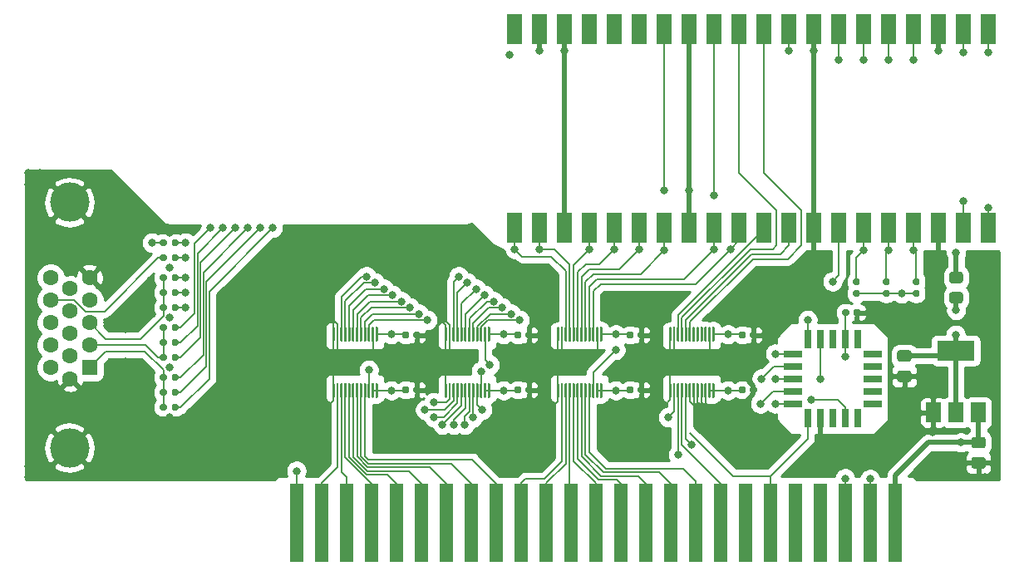
<source format=gtl>
%TF.GenerationSoftware,KiCad,Pcbnew,(5.1.10)-1*%
%TF.CreationDate,2022-11-27T19:39:58-05:00*%
%TF.ProjectId,AppleII-Pico,4170706c-6549-4492-9d50-69636f2e6b69,rev?*%
%TF.SameCoordinates,Original*%
%TF.FileFunction,Copper,L1,Top*%
%TF.FilePolarity,Positive*%
%FSLAX46Y46*%
G04 Gerber Fmt 4.6, Leading zero omitted, Abs format (unit mm)*
G04 Created by KiCad (PCBNEW (5.1.10)-1) date 2022-11-27 19:39:58*
%MOMM*%
%LPD*%
G01*
G04 APERTURE LIST*
%TA.AperFunction,SMDPad,CuDef*%
%ADD10R,1.600000X3.100000*%
%TD*%
%TA.AperFunction,SMDPad,CuDef*%
%ADD11R,1.500000X2.000000*%
%TD*%
%TA.AperFunction,SMDPad,CuDef*%
%ADD12R,3.800000X2.000000*%
%TD*%
%TA.AperFunction,SMDPad,CuDef*%
%ADD13R,1.925000X0.700000*%
%TD*%
%TA.AperFunction,SMDPad,CuDef*%
%ADD14R,0.700000X1.925000*%
%TD*%
%TA.AperFunction,ComponentPad*%
%ADD15C,4.000000*%
%TD*%
%TA.AperFunction,ComponentPad*%
%ADD16C,1.600000*%
%TD*%
%TA.AperFunction,ComponentPad*%
%ADD17R,1.600000X1.600000*%
%TD*%
%TA.AperFunction,SMDPad,CuDef*%
%ADD18R,1.400000X8.000000*%
%TD*%
%TA.AperFunction,ViaPad*%
%ADD19C,0.800000*%
%TD*%
%TA.AperFunction,Conductor*%
%ADD20C,0.200000*%
%TD*%
%TA.AperFunction,Conductor*%
%ADD21C,0.500000*%
%TD*%
%TA.AperFunction,Conductor*%
%ADD22C,0.254000*%
%TD*%
%TA.AperFunction,Conductor*%
%ADD23C,0.100000*%
%TD*%
G04 APERTURE END LIST*
D10*
%TO.P,U6,40*%
%TO.N,Net-(U6-Pad40)*%
X133842000Y-79900000D03*
%TO.P,U6,20*%
%TO.N,B1*%
X182102000Y-100160000D03*
%TO.P,U6,39*%
%TO.N,Net-(D1-Pad1)*%
X136382000Y-79900000D03*
%TO.P,U6,19*%
%TO.N,B2*%
X179562000Y-100160000D03*
%TO.P,U6,38*%
%TO.N,GND*%
X138922000Y-79900000D03*
%TO.P,U6,18*%
X177022000Y-100160000D03*
%TO.P,U6,37*%
%TO.N,Net-(U6-Pad37)*%
X141462000Y-79900000D03*
%TO.P,U6,17*%
%TO.N,nMSBOE*%
X174482000Y-100160000D03*
%TO.P,U6,36*%
%TO.N,Net-(U6-Pad36)*%
X144002000Y-79900000D03*
%TO.P,U6,16*%
%TO.N,nLSBOE*%
X171942000Y-100160000D03*
%TO.P,U6,35*%
%TO.N,Net-(U6-Pad35)*%
X146542000Y-79900000D03*
%TO.P,U6,15*%
%TO.N,nDATAOE*%
X169402000Y-100160000D03*
%TO.P,U6,34*%
%TO.N,Net-(R10-Pad1)*%
X149082000Y-79900000D03*
%TO.P,U6,14*%
%TO.N,nDATADIR*%
X166862000Y-100160000D03*
%TO.P,U6,33*%
%TO.N,GND*%
X151622000Y-79900000D03*
%TO.P,U6,13*%
X164322000Y-100160000D03*
%TO.P,U6,32*%
%TO.N,Net-(R11-Pad1)*%
X154162000Y-79900000D03*
%TO.P,U6,12*%
%TO.N,LR\u005CW*%
X161782000Y-100160000D03*
%TO.P,U6,31*%
%TO.N,LPHI0*%
X156702000Y-79900000D03*
%TO.P,U6,11*%
%TO.N,nLSEL*%
X159242000Y-100160000D03*
%TO.P,U6,30*%
%TO.N,nLRESET*%
X159242000Y-79900000D03*
%TO.P,U6,10*%
%TO.N,LD7*%
X156702000Y-100160000D03*
%TO.P,U6,29*%
%TO.N,R0*%
X161782000Y-79900000D03*
%TO.P,U6,9*%
%TO.N,LD6*%
X154162000Y-100160000D03*
%TO.P,U6,28*%
%TO.N,GND*%
X164322000Y-79900000D03*
%TO.P,U6,8*%
X151622000Y-100160000D03*
%TO.P,U6,27*%
%TO.N,R1*%
X166862000Y-79900000D03*
%TO.P,U6,7*%
%TO.N,LD5*%
X149082000Y-100160000D03*
%TO.P,U6,26*%
%TO.N,R2*%
X169402000Y-79900000D03*
%TO.P,U6,6*%
%TO.N,LD4*%
X146542000Y-100160000D03*
%TO.P,U6,25*%
%TO.N,G0*%
X171942000Y-79900000D03*
%TO.P,U6,5*%
%TO.N,LD3*%
X144002000Y-100160000D03*
%TO.P,U6,24*%
%TO.N,G1*%
X174482000Y-79900000D03*
%TO.P,U6,4*%
%TO.N,LD2*%
X141462000Y-100160000D03*
%TO.P,U6,23*%
%TO.N,GND*%
X177022000Y-79900000D03*
%TO.P,U6,3*%
X138922000Y-100160000D03*
%TO.P,U6,22*%
%TO.N,G2*%
X179562000Y-79900000D03*
%TO.P,U6,2*%
%TO.N,LD1*%
X136382000Y-100160000D03*
%TO.P,U6,21*%
%TO.N,B0*%
X182102000Y-79900000D03*
%TO.P,U6,1*%
%TO.N,LD0*%
X133842000Y-100160000D03*
%TD*%
%TO.P,C11,2*%
%TO.N,GND*%
%TA.AperFunction,SMDPad,CuDef*%
G36*
G01*
X180611000Y-123529500D02*
X181561000Y-123529500D01*
G75*
G02*
X181811000Y-123779500I0J-250000D01*
G01*
X181811000Y-124454500D01*
G75*
G02*
X181561000Y-124704500I-250000J0D01*
G01*
X180611000Y-124704500D01*
G75*
G02*
X180361000Y-124454500I0J250000D01*
G01*
X180361000Y-123779500D01*
G75*
G02*
X180611000Y-123529500I250000J0D01*
G01*
G37*
%TD.AperFunction*%
%TO.P,C11,1*%
%TO.N,+5V*%
%TA.AperFunction,SMDPad,CuDef*%
G36*
G01*
X180611000Y-121454500D02*
X181561000Y-121454500D01*
G75*
G02*
X181811000Y-121704500I0J-250000D01*
G01*
X181811000Y-122379500D01*
G75*
G02*
X181561000Y-122629500I-250000J0D01*
G01*
X180611000Y-122629500D01*
G75*
G02*
X180361000Y-122379500I0J250000D01*
G01*
X180361000Y-121704500D01*
G75*
G02*
X180611000Y-121454500I250000J0D01*
G01*
G37*
%TD.AperFunction*%
%TD*%
%TO.P,C10,2*%
%TO.N,GND*%
%TA.AperFunction,SMDPad,CuDef*%
G36*
G01*
X173054500Y-114707000D02*
X174004500Y-114707000D01*
G75*
G02*
X174254500Y-114957000I0J-250000D01*
G01*
X174254500Y-115632000D01*
G75*
G02*
X174004500Y-115882000I-250000J0D01*
G01*
X173054500Y-115882000D01*
G75*
G02*
X172804500Y-115632000I0J250000D01*
G01*
X172804500Y-114957000D01*
G75*
G02*
X173054500Y-114707000I250000J0D01*
G01*
G37*
%TD.AperFunction*%
%TO.P,C10,1*%
%TO.N,+3V3*%
%TA.AperFunction,SMDPad,CuDef*%
G36*
G01*
X173054500Y-112632000D02*
X174004500Y-112632000D01*
G75*
G02*
X174254500Y-112882000I0J-250000D01*
G01*
X174254500Y-113557000D01*
G75*
G02*
X174004500Y-113807000I-250000J0D01*
G01*
X173054500Y-113807000D01*
G75*
G02*
X172804500Y-113557000I0J250000D01*
G01*
X172804500Y-112882000D01*
G75*
G02*
X173054500Y-112632000I250000J0D01*
G01*
G37*
%TD.AperFunction*%
%TD*%
D11*
%TO.P,U7,1*%
%TO.N,GND*%
X176465000Y-118984000D03*
%TO.P,U7,3*%
%TO.N,+5V*%
X181065000Y-118984000D03*
%TO.P,U7,2*%
%TO.N,+3V3*%
X178765000Y-118984000D03*
D12*
X178765000Y-112684000D03*
%TD*%
D13*
%TO.P,U5,18*%
%TO.N,Net-(U5-Pad18)*%
X170279500Y-112987000D03*
%TO.P,U5,17*%
%TO.N,Net-(U5-Pad17)*%
X170279500Y-114257000D03*
%TO.P,U5,16*%
%TO.N,Net-(U5-Pad16)*%
X170279500Y-115527000D03*
%TO.P,U5,15*%
%TO.N,Net-(U5-Pad15)*%
X170279500Y-116797000D03*
%TO.P,U5,14*%
%TO.N,Net-(U5-Pad14)*%
X170279500Y-118067000D03*
D14*
%TO.P,U5,13*%
%TO.N,Net-(U5-Pad13)*%
X168767000Y-119579500D03*
%TO.P,U5,12*%
%TO.N,nCARDSEL*%
X167497000Y-119579500D03*
%TO.P,U5,11*%
%TO.N,Net-(U5-Pad11)*%
X166227000Y-119579500D03*
%TO.P,U5,10*%
%TO.N,GND*%
X164957000Y-119579500D03*
%TO.P,U5,9*%
%TO.N,nIOSTROBE*%
X163687000Y-119579500D03*
D13*
%TO.P,U5,8*%
%TO.N,nIOSEL*%
X162174500Y-118067000D03*
%TO.P,U5,7*%
%TO.N,nDEVSEL*%
X162174500Y-116797000D03*
%TO.P,U5,6*%
%TO.N,nDATADIR*%
X162174500Y-115527000D03*
%TO.P,U5,5*%
%TO.N,nDATAOE*%
X162174500Y-114257000D03*
%TO.P,U5,4*%
%TO.N,nLSBOE*%
X162174500Y-112987000D03*
D14*
%TO.P,U5,19*%
%TO.N,Net-(U5-Pad19)*%
X168767000Y-111474500D03*
%TO.P,U5,20*%
%TO.N,+5V*%
X167497000Y-111474500D03*
%TO.P,U5,3*%
%TO.N,nMSBOE*%
X163687000Y-111474500D03*
%TO.P,U5,2*%
%TO.N,nSYSRESET*%
X164957000Y-111474500D03*
%TO.P,U5,1*%
%TO.N,Net-(U5-Pad1)*%
X166227000Y-111474500D03*
%TD*%
%TO.P,C9,2*%
%TO.N,GND*%
%TA.AperFunction,SMDPad,CuDef*%
G36*
G01*
X168332000Y-108951000D02*
X168332000Y-108641000D01*
G75*
G02*
X168487000Y-108486000I155000J0D01*
G01*
X168912000Y-108486000D01*
G75*
G02*
X169067000Y-108641000I0J-155000D01*
G01*
X169067000Y-108951000D01*
G75*
G02*
X168912000Y-109106000I-155000J0D01*
G01*
X168487000Y-109106000D01*
G75*
G02*
X168332000Y-108951000I0J155000D01*
G01*
G37*
%TD.AperFunction*%
%TO.P,C9,1*%
%TO.N,+5V*%
%TA.AperFunction,SMDPad,CuDef*%
G36*
G01*
X167197000Y-108951000D02*
X167197000Y-108641000D01*
G75*
G02*
X167352000Y-108486000I155000J0D01*
G01*
X167777000Y-108486000D01*
G75*
G02*
X167932000Y-108641000I0J-155000D01*
G01*
X167932000Y-108951000D01*
G75*
G02*
X167777000Y-109106000I-155000J0D01*
G01*
X167352000Y-109106000D01*
G75*
G02*
X167197000Y-108951000I0J155000D01*
G01*
G37*
%TD.AperFunction*%
%TD*%
%TO.P,C8,2*%
%TO.N,GND*%
%TA.AperFunction,SMDPad,CuDef*%
G36*
G01*
X157791000Y-111237000D02*
X157791000Y-110927000D01*
G75*
G02*
X157946000Y-110772000I155000J0D01*
G01*
X158371000Y-110772000D01*
G75*
G02*
X158526000Y-110927000I0J-155000D01*
G01*
X158526000Y-111237000D01*
G75*
G02*
X158371000Y-111392000I-155000J0D01*
G01*
X157946000Y-111392000D01*
G75*
G02*
X157791000Y-111237000I0J155000D01*
G01*
G37*
%TD.AperFunction*%
%TO.P,C8,1*%
%TO.N,+3V3*%
%TA.AperFunction,SMDPad,CuDef*%
G36*
G01*
X156656000Y-111237000D02*
X156656000Y-110927000D01*
G75*
G02*
X156811000Y-110772000I155000J0D01*
G01*
X157236000Y-110772000D01*
G75*
G02*
X157391000Y-110927000I0J-155000D01*
G01*
X157391000Y-111237000D01*
G75*
G02*
X157236000Y-111392000I-155000J0D01*
G01*
X156811000Y-111392000D01*
G75*
G02*
X156656000Y-111237000I0J155000D01*
G01*
G37*
%TD.AperFunction*%
%TD*%
%TO.P,C7,2*%
%TO.N,GND*%
%TA.AperFunction,SMDPad,CuDef*%
G36*
G01*
X157791000Y-116825000D02*
X157791000Y-116515000D01*
G75*
G02*
X157946000Y-116360000I155000J0D01*
G01*
X158371000Y-116360000D01*
G75*
G02*
X158526000Y-116515000I0J-155000D01*
G01*
X158526000Y-116825000D01*
G75*
G02*
X158371000Y-116980000I-155000J0D01*
G01*
X157946000Y-116980000D01*
G75*
G02*
X157791000Y-116825000I0J155000D01*
G01*
G37*
%TD.AperFunction*%
%TO.P,C7,1*%
%TO.N,+5V*%
%TA.AperFunction,SMDPad,CuDef*%
G36*
G01*
X156656000Y-116825000D02*
X156656000Y-116515000D01*
G75*
G02*
X156811000Y-116360000I155000J0D01*
G01*
X157236000Y-116360000D01*
G75*
G02*
X157391000Y-116515000I0J-155000D01*
G01*
X157391000Y-116825000D01*
G75*
G02*
X157236000Y-116980000I-155000J0D01*
G01*
X156811000Y-116980000D01*
G75*
G02*
X156656000Y-116825000I0J155000D01*
G01*
G37*
%TD.AperFunction*%
%TD*%
%TO.P,C6,2*%
%TO.N,GND*%
%TA.AperFunction,SMDPad,CuDef*%
G36*
G01*
X146361000Y-111237000D02*
X146361000Y-110927000D01*
G75*
G02*
X146516000Y-110772000I155000J0D01*
G01*
X146941000Y-110772000D01*
G75*
G02*
X147096000Y-110927000I0J-155000D01*
G01*
X147096000Y-111237000D01*
G75*
G02*
X146941000Y-111392000I-155000J0D01*
G01*
X146516000Y-111392000D01*
G75*
G02*
X146361000Y-111237000I0J155000D01*
G01*
G37*
%TD.AperFunction*%
%TO.P,C6,1*%
%TO.N,+3V3*%
%TA.AperFunction,SMDPad,CuDef*%
G36*
G01*
X145226000Y-111237000D02*
X145226000Y-110927000D01*
G75*
G02*
X145381000Y-110772000I155000J0D01*
G01*
X145806000Y-110772000D01*
G75*
G02*
X145961000Y-110927000I0J-155000D01*
G01*
X145961000Y-111237000D01*
G75*
G02*
X145806000Y-111392000I-155000J0D01*
G01*
X145381000Y-111392000D01*
G75*
G02*
X145226000Y-111237000I0J155000D01*
G01*
G37*
%TD.AperFunction*%
%TD*%
%TO.P,C5,2*%
%TO.N,GND*%
%TA.AperFunction,SMDPad,CuDef*%
G36*
G01*
X146361000Y-116825000D02*
X146361000Y-116515000D01*
G75*
G02*
X146516000Y-116360000I155000J0D01*
G01*
X146941000Y-116360000D01*
G75*
G02*
X147096000Y-116515000I0J-155000D01*
G01*
X147096000Y-116825000D01*
G75*
G02*
X146941000Y-116980000I-155000J0D01*
G01*
X146516000Y-116980000D01*
G75*
G02*
X146361000Y-116825000I0J155000D01*
G01*
G37*
%TD.AperFunction*%
%TO.P,C5,1*%
%TO.N,+5V*%
%TA.AperFunction,SMDPad,CuDef*%
G36*
G01*
X145226000Y-116825000D02*
X145226000Y-116515000D01*
G75*
G02*
X145381000Y-116360000I155000J0D01*
G01*
X145806000Y-116360000D01*
G75*
G02*
X145961000Y-116515000I0J-155000D01*
G01*
X145961000Y-116825000D01*
G75*
G02*
X145806000Y-116980000I-155000J0D01*
G01*
X145381000Y-116980000D01*
G75*
G02*
X145226000Y-116825000I0J155000D01*
G01*
G37*
%TD.AperFunction*%
%TD*%
%TO.P,C4,2*%
%TO.N,GND*%
%TA.AperFunction,SMDPad,CuDef*%
G36*
G01*
X134931000Y-111237000D02*
X134931000Y-110927000D01*
G75*
G02*
X135086000Y-110772000I155000J0D01*
G01*
X135511000Y-110772000D01*
G75*
G02*
X135666000Y-110927000I0J-155000D01*
G01*
X135666000Y-111237000D01*
G75*
G02*
X135511000Y-111392000I-155000J0D01*
G01*
X135086000Y-111392000D01*
G75*
G02*
X134931000Y-111237000I0J155000D01*
G01*
G37*
%TD.AperFunction*%
%TO.P,C4,1*%
%TO.N,+3V3*%
%TA.AperFunction,SMDPad,CuDef*%
G36*
G01*
X133796000Y-111237000D02*
X133796000Y-110927000D01*
G75*
G02*
X133951000Y-110772000I155000J0D01*
G01*
X134376000Y-110772000D01*
G75*
G02*
X134531000Y-110927000I0J-155000D01*
G01*
X134531000Y-111237000D01*
G75*
G02*
X134376000Y-111392000I-155000J0D01*
G01*
X133951000Y-111392000D01*
G75*
G02*
X133796000Y-111237000I0J155000D01*
G01*
G37*
%TD.AperFunction*%
%TD*%
%TO.P,C3,2*%
%TO.N,GND*%
%TA.AperFunction,SMDPad,CuDef*%
G36*
G01*
X134931000Y-116825000D02*
X134931000Y-116515000D01*
G75*
G02*
X135086000Y-116360000I155000J0D01*
G01*
X135511000Y-116360000D01*
G75*
G02*
X135666000Y-116515000I0J-155000D01*
G01*
X135666000Y-116825000D01*
G75*
G02*
X135511000Y-116980000I-155000J0D01*
G01*
X135086000Y-116980000D01*
G75*
G02*
X134931000Y-116825000I0J155000D01*
G01*
G37*
%TD.AperFunction*%
%TO.P,C3,1*%
%TO.N,+5V*%
%TA.AperFunction,SMDPad,CuDef*%
G36*
G01*
X133796000Y-116825000D02*
X133796000Y-116515000D01*
G75*
G02*
X133951000Y-116360000I155000J0D01*
G01*
X134376000Y-116360000D01*
G75*
G02*
X134531000Y-116515000I0J-155000D01*
G01*
X134531000Y-116825000D01*
G75*
G02*
X134376000Y-116980000I-155000J0D01*
G01*
X133951000Y-116980000D01*
G75*
G02*
X133796000Y-116825000I0J155000D01*
G01*
G37*
%TD.AperFunction*%
%TD*%
%TO.P,C2,2*%
%TO.N,GND*%
%TA.AperFunction,SMDPad,CuDef*%
G36*
G01*
X123501000Y-111237000D02*
X123501000Y-110927000D01*
G75*
G02*
X123656000Y-110772000I155000J0D01*
G01*
X124081000Y-110772000D01*
G75*
G02*
X124236000Y-110927000I0J-155000D01*
G01*
X124236000Y-111237000D01*
G75*
G02*
X124081000Y-111392000I-155000J0D01*
G01*
X123656000Y-111392000D01*
G75*
G02*
X123501000Y-111237000I0J155000D01*
G01*
G37*
%TD.AperFunction*%
%TO.P,C2,1*%
%TO.N,+3V3*%
%TA.AperFunction,SMDPad,CuDef*%
G36*
G01*
X122366000Y-111237000D02*
X122366000Y-110927000D01*
G75*
G02*
X122521000Y-110772000I155000J0D01*
G01*
X122946000Y-110772000D01*
G75*
G02*
X123101000Y-110927000I0J-155000D01*
G01*
X123101000Y-111237000D01*
G75*
G02*
X122946000Y-111392000I-155000J0D01*
G01*
X122521000Y-111392000D01*
G75*
G02*
X122366000Y-111237000I0J155000D01*
G01*
G37*
%TD.AperFunction*%
%TD*%
%TO.P,C1,2*%
%TO.N,GND*%
%TA.AperFunction,SMDPad,CuDef*%
G36*
G01*
X123501000Y-116825000D02*
X123501000Y-116515000D01*
G75*
G02*
X123656000Y-116360000I155000J0D01*
G01*
X124081000Y-116360000D01*
G75*
G02*
X124236000Y-116515000I0J-155000D01*
G01*
X124236000Y-116825000D01*
G75*
G02*
X124081000Y-116980000I-155000J0D01*
G01*
X123656000Y-116980000D01*
G75*
G02*
X123501000Y-116825000I0J155000D01*
G01*
G37*
%TD.AperFunction*%
%TO.P,C1,1*%
%TO.N,+5V*%
%TA.AperFunction,SMDPad,CuDef*%
G36*
G01*
X122366000Y-116825000D02*
X122366000Y-116515000D01*
G75*
G02*
X122521000Y-116360000I155000J0D01*
G01*
X122946000Y-116360000D01*
G75*
G02*
X123101000Y-116515000I0J-155000D01*
G01*
X123101000Y-116825000D01*
G75*
G02*
X122946000Y-116980000I-155000J0D01*
G01*
X122521000Y-116980000D01*
G75*
G02*
X122366000Y-116825000I0J155000D01*
G01*
G37*
%TD.AperFunction*%
%TD*%
%TO.P,D1,2*%
%TO.N,+5V*%
%TA.AperFunction,SMDPad,CuDef*%
G36*
G01*
X178349999Y-106706000D02*
X179250001Y-106706000D01*
G75*
G02*
X179500000Y-106955999I0J-249999D01*
G01*
X179500000Y-107606001D01*
G75*
G02*
X179250001Y-107856000I-249999J0D01*
G01*
X178349999Y-107856000D01*
G75*
G02*
X178100000Y-107606001I0J249999D01*
G01*
X178100000Y-106955999D01*
G75*
G02*
X178349999Y-106706000I249999J0D01*
G01*
G37*
%TD.AperFunction*%
%TO.P,D1,1*%
%TO.N,Net-(D1-Pad1)*%
%TA.AperFunction,SMDPad,CuDef*%
G36*
G01*
X178349999Y-104656000D02*
X179250001Y-104656000D01*
G75*
G02*
X179500000Y-104905999I0J-249999D01*
G01*
X179500000Y-105556001D01*
G75*
G02*
X179250001Y-105806000I-249999J0D01*
G01*
X178349999Y-105806000D01*
G75*
G02*
X178100000Y-105556001I0J249999D01*
G01*
X178100000Y-104905999D01*
G75*
G02*
X178349999Y-104656000I249999J0D01*
G01*
G37*
%TD.AperFunction*%
%TD*%
D15*
%TO.P,J2,0*%
%TO.N,GND*%
X88485000Y-122569000D03*
X88485000Y-97569000D03*
D16*
%TO.P,J2,15*%
%TO.N,Net-(J2-Pad15)*%
X86575000Y-105224000D03*
%TO.P,J2,14*%
%TO.N,VSYNC_OUT*%
X86575000Y-107514000D03*
%TO.P,J2,13*%
%TO.N,HSYNC_OUT*%
X86575000Y-109804000D03*
%TO.P,J2,12*%
%TO.N,Net-(J2-Pad12)*%
X86575000Y-112094000D03*
%TO.P,J2,11*%
%TO.N,Net-(J2-Pad11)*%
X86575000Y-114384000D03*
%TO.P,J2,10*%
%TO.N,GND*%
X88555000Y-106369000D03*
%TO.P,J2,9*%
%TO.N,Net-(J2-Pad9)*%
X88555000Y-108659000D03*
%TO.P,J2,8*%
%TO.N,GND*%
X88555000Y-110949000D03*
%TO.P,J2,7*%
X88555000Y-113239000D03*
%TO.P,J2,6*%
X88555000Y-115529000D03*
%TO.P,J2,5*%
X90535000Y-105224000D03*
%TO.P,J2,4*%
%TO.N,Net-(J2-Pad4)*%
X90535000Y-107514000D03*
%TO.P,J2,3*%
%TO.N,BLUE_OUT*%
X90535000Y-109804000D03*
%TO.P,J2,2*%
%TO.N,GREEN_OUT*%
X90535000Y-112094000D03*
D17*
%TO.P,J2,1*%
%TO.N,RED_OUT*%
X90535000Y-114384000D03*
%TD*%
%TO.P,U4,24*%
%TO.N,+5V*%
%TA.AperFunction,SMDPad,CuDef*%
G36*
G01*
X154013500Y-116001000D02*
X154138500Y-116001000D01*
G75*
G02*
X154201000Y-116063500I0J-62500D01*
G01*
X154201000Y-117413500D01*
G75*
G02*
X154138500Y-117476000I-62500J0D01*
G01*
X154013500Y-117476000D01*
G75*
G02*
X153951000Y-117413500I0J62500D01*
G01*
X153951000Y-116063500D01*
G75*
G02*
X154013500Y-116001000I62500J0D01*
G01*
G37*
%TD.AperFunction*%
%TO.P,U4,23*%
%TA.AperFunction,SMDPad,CuDef*%
G36*
G01*
X153613500Y-116001000D02*
X153738500Y-116001000D01*
G75*
G02*
X153801000Y-116063500I0J-62500D01*
G01*
X153801000Y-117413500D01*
G75*
G02*
X153738500Y-117476000I-62500J0D01*
G01*
X153613500Y-117476000D01*
G75*
G02*
X153551000Y-117413500I0J62500D01*
G01*
X153551000Y-116063500D01*
G75*
G02*
X153613500Y-116001000I62500J0D01*
G01*
G37*
%TD.AperFunction*%
%TO.P,U4,22*%
%TO.N,GND*%
%TA.AperFunction,SMDPad,CuDef*%
G36*
G01*
X153213500Y-116001000D02*
X153338500Y-116001000D01*
G75*
G02*
X153401000Y-116063500I0J-62500D01*
G01*
X153401000Y-117413500D01*
G75*
G02*
X153338500Y-117476000I-62500J0D01*
G01*
X153213500Y-117476000D01*
G75*
G02*
X153151000Y-117413500I0J62500D01*
G01*
X153151000Y-116063500D01*
G75*
G02*
X153213500Y-116001000I62500J0D01*
G01*
G37*
%TD.AperFunction*%
%TO.P,U4,21*%
%TA.AperFunction,SMDPad,CuDef*%
G36*
G01*
X152813500Y-116001000D02*
X152938500Y-116001000D01*
G75*
G02*
X153001000Y-116063500I0J-62500D01*
G01*
X153001000Y-117413500D01*
G75*
G02*
X152938500Y-117476000I-62500J0D01*
G01*
X152813500Y-117476000D01*
G75*
G02*
X152751000Y-117413500I0J62500D01*
G01*
X152751000Y-116063500D01*
G75*
G02*
X152813500Y-116001000I62500J0D01*
G01*
G37*
%TD.AperFunction*%
%TO.P,U4,20*%
%TA.AperFunction,SMDPad,CuDef*%
G36*
G01*
X152413500Y-116001000D02*
X152538500Y-116001000D01*
G75*
G02*
X152601000Y-116063500I0J-62500D01*
G01*
X152601000Y-117413500D01*
G75*
G02*
X152538500Y-117476000I-62500J0D01*
G01*
X152413500Y-117476000D01*
G75*
G02*
X152351000Y-117413500I0J62500D01*
G01*
X152351000Y-116063500D01*
G75*
G02*
X152413500Y-116001000I62500J0D01*
G01*
G37*
%TD.AperFunction*%
%TO.P,U4,19*%
%TA.AperFunction,SMDPad,CuDef*%
G36*
G01*
X152013500Y-116001000D02*
X152138500Y-116001000D01*
G75*
G02*
X152201000Y-116063500I0J-62500D01*
G01*
X152201000Y-117413500D01*
G75*
G02*
X152138500Y-117476000I-62500J0D01*
G01*
X152013500Y-117476000D01*
G75*
G02*
X151951000Y-117413500I0J62500D01*
G01*
X151951000Y-116063500D01*
G75*
G02*
X152013500Y-116001000I62500J0D01*
G01*
G37*
%TD.AperFunction*%
%TO.P,U4,18*%
%TA.AperFunction,SMDPad,CuDef*%
G36*
G01*
X151613500Y-116001000D02*
X151738500Y-116001000D01*
G75*
G02*
X151801000Y-116063500I0J-62500D01*
G01*
X151801000Y-117413500D01*
G75*
G02*
X151738500Y-117476000I-62500J0D01*
G01*
X151613500Y-117476000D01*
G75*
G02*
X151551000Y-117413500I0J62500D01*
G01*
X151551000Y-116063500D01*
G75*
G02*
X151613500Y-116001000I62500J0D01*
G01*
G37*
%TD.AperFunction*%
%TO.P,U4,17*%
%TO.N,nSYSRESET*%
%TA.AperFunction,SMDPad,CuDef*%
G36*
G01*
X151213500Y-116001000D02*
X151338500Y-116001000D01*
G75*
G02*
X151401000Y-116063500I0J-62500D01*
G01*
X151401000Y-117413500D01*
G75*
G02*
X151338500Y-117476000I-62500J0D01*
G01*
X151213500Y-117476000D01*
G75*
G02*
X151151000Y-117413500I0J62500D01*
G01*
X151151000Y-116063500D01*
G75*
G02*
X151213500Y-116001000I62500J0D01*
G01*
G37*
%TD.AperFunction*%
%TO.P,U4,16*%
%TO.N,nWR*%
%TA.AperFunction,SMDPad,CuDef*%
G36*
G01*
X150813500Y-116001000D02*
X150938500Y-116001000D01*
G75*
G02*
X151001000Y-116063500I0J-62500D01*
G01*
X151001000Y-117413500D01*
G75*
G02*
X150938500Y-117476000I-62500J0D01*
G01*
X150813500Y-117476000D01*
G75*
G02*
X150751000Y-117413500I0J62500D01*
G01*
X150751000Y-116063500D01*
G75*
G02*
X150813500Y-116001000I62500J0D01*
G01*
G37*
%TD.AperFunction*%
%TO.P,U4,15*%
%TO.N,PHI0*%
%TA.AperFunction,SMDPad,CuDef*%
G36*
G01*
X150413500Y-116001000D02*
X150538500Y-116001000D01*
G75*
G02*
X150601000Y-116063500I0J-62500D01*
G01*
X150601000Y-117413500D01*
G75*
G02*
X150538500Y-117476000I-62500J0D01*
G01*
X150413500Y-117476000D01*
G75*
G02*
X150351000Y-117413500I0J62500D01*
G01*
X150351000Y-116063500D01*
G75*
G02*
X150413500Y-116001000I62500J0D01*
G01*
G37*
%TD.AperFunction*%
%TO.P,U4,14*%
%TO.N,nCARDSEL*%
%TA.AperFunction,SMDPad,CuDef*%
G36*
G01*
X150013500Y-116001000D02*
X150138500Y-116001000D01*
G75*
G02*
X150201000Y-116063500I0J-62500D01*
G01*
X150201000Y-117413500D01*
G75*
G02*
X150138500Y-117476000I-62500J0D01*
G01*
X150013500Y-117476000D01*
G75*
G02*
X149951000Y-117413500I0J62500D01*
G01*
X149951000Y-116063500D01*
G75*
G02*
X150013500Y-116001000I62500J0D01*
G01*
G37*
%TD.AperFunction*%
%TO.P,U4,13*%
%TO.N,GND*%
%TA.AperFunction,SMDPad,CuDef*%
G36*
G01*
X149613500Y-116001000D02*
X149738500Y-116001000D01*
G75*
G02*
X149801000Y-116063500I0J-62500D01*
G01*
X149801000Y-117413500D01*
G75*
G02*
X149738500Y-117476000I-62500J0D01*
G01*
X149613500Y-117476000D01*
G75*
G02*
X149551000Y-117413500I0J62500D01*
G01*
X149551000Y-116063500D01*
G75*
G02*
X149613500Y-116001000I62500J0D01*
G01*
G37*
%TD.AperFunction*%
%TO.P,U4,12*%
%TA.AperFunction,SMDPad,CuDef*%
G36*
G01*
X149613500Y-110276000D02*
X149738500Y-110276000D01*
G75*
G02*
X149801000Y-110338500I0J-62500D01*
G01*
X149801000Y-111688500D01*
G75*
G02*
X149738500Y-111751000I-62500J0D01*
G01*
X149613500Y-111751000D01*
G75*
G02*
X149551000Y-111688500I0J62500D01*
G01*
X149551000Y-110338500D01*
G75*
G02*
X149613500Y-110276000I62500J0D01*
G01*
G37*
%TD.AperFunction*%
%TO.P,U4,11*%
%TA.AperFunction,SMDPad,CuDef*%
G36*
G01*
X150013500Y-110276000D02*
X150138500Y-110276000D01*
G75*
G02*
X150201000Y-110338500I0J-62500D01*
G01*
X150201000Y-111688500D01*
G75*
G02*
X150138500Y-111751000I-62500J0D01*
G01*
X150013500Y-111751000D01*
G75*
G02*
X149951000Y-111688500I0J62500D01*
G01*
X149951000Y-110338500D01*
G75*
G02*
X150013500Y-110276000I62500J0D01*
G01*
G37*
%TD.AperFunction*%
%TO.P,U4,10*%
%TO.N,nLSEL*%
%TA.AperFunction,SMDPad,CuDef*%
G36*
G01*
X150413500Y-110276000D02*
X150538500Y-110276000D01*
G75*
G02*
X150601000Y-110338500I0J-62500D01*
G01*
X150601000Y-111688500D01*
G75*
G02*
X150538500Y-111751000I-62500J0D01*
G01*
X150413500Y-111751000D01*
G75*
G02*
X150351000Y-111688500I0J62500D01*
G01*
X150351000Y-110338500D01*
G75*
G02*
X150413500Y-110276000I62500J0D01*
G01*
G37*
%TD.AperFunction*%
%TO.P,U4,9*%
%TO.N,LPHI0*%
%TA.AperFunction,SMDPad,CuDef*%
G36*
G01*
X150813500Y-110276000D02*
X150938500Y-110276000D01*
G75*
G02*
X151001000Y-110338500I0J-62500D01*
G01*
X151001000Y-111688500D01*
G75*
G02*
X150938500Y-111751000I-62500J0D01*
G01*
X150813500Y-111751000D01*
G75*
G02*
X150751000Y-111688500I0J62500D01*
G01*
X150751000Y-110338500D01*
G75*
G02*
X150813500Y-110276000I62500J0D01*
G01*
G37*
%TD.AperFunction*%
%TO.P,U4,8*%
%TO.N,LR\u005CW*%
%TA.AperFunction,SMDPad,CuDef*%
G36*
G01*
X151213500Y-110276000D02*
X151338500Y-110276000D01*
G75*
G02*
X151401000Y-110338500I0J-62500D01*
G01*
X151401000Y-111688500D01*
G75*
G02*
X151338500Y-111751000I-62500J0D01*
G01*
X151213500Y-111751000D01*
G75*
G02*
X151151000Y-111688500I0J62500D01*
G01*
X151151000Y-110338500D01*
G75*
G02*
X151213500Y-110276000I62500J0D01*
G01*
G37*
%TD.AperFunction*%
%TO.P,U4,7*%
%TO.N,nLRESET*%
%TA.AperFunction,SMDPad,CuDef*%
G36*
G01*
X151613500Y-110276000D02*
X151738500Y-110276000D01*
G75*
G02*
X151801000Y-110338500I0J-62500D01*
G01*
X151801000Y-111688500D01*
G75*
G02*
X151738500Y-111751000I-62500J0D01*
G01*
X151613500Y-111751000D01*
G75*
G02*
X151551000Y-111688500I0J62500D01*
G01*
X151551000Y-110338500D01*
G75*
G02*
X151613500Y-110276000I62500J0D01*
G01*
G37*
%TD.AperFunction*%
%TO.P,U4,6*%
%TO.N,Net-(U4-Pad6)*%
%TA.AperFunction,SMDPad,CuDef*%
G36*
G01*
X152013500Y-110276000D02*
X152138500Y-110276000D01*
G75*
G02*
X152201000Y-110338500I0J-62500D01*
G01*
X152201000Y-111688500D01*
G75*
G02*
X152138500Y-111751000I-62500J0D01*
G01*
X152013500Y-111751000D01*
G75*
G02*
X151951000Y-111688500I0J62500D01*
G01*
X151951000Y-110338500D01*
G75*
G02*
X152013500Y-110276000I62500J0D01*
G01*
G37*
%TD.AperFunction*%
%TO.P,U4,5*%
%TO.N,Net-(U4-Pad5)*%
%TA.AperFunction,SMDPad,CuDef*%
G36*
G01*
X152413500Y-110276000D02*
X152538500Y-110276000D01*
G75*
G02*
X152601000Y-110338500I0J-62500D01*
G01*
X152601000Y-111688500D01*
G75*
G02*
X152538500Y-111751000I-62500J0D01*
G01*
X152413500Y-111751000D01*
G75*
G02*
X152351000Y-111688500I0J62500D01*
G01*
X152351000Y-110338500D01*
G75*
G02*
X152413500Y-110276000I62500J0D01*
G01*
G37*
%TD.AperFunction*%
%TO.P,U4,4*%
%TO.N,Net-(U4-Pad4)*%
%TA.AperFunction,SMDPad,CuDef*%
G36*
G01*
X152813500Y-110276000D02*
X152938500Y-110276000D01*
G75*
G02*
X153001000Y-110338500I0J-62500D01*
G01*
X153001000Y-111688500D01*
G75*
G02*
X152938500Y-111751000I-62500J0D01*
G01*
X152813500Y-111751000D01*
G75*
G02*
X152751000Y-111688500I0J62500D01*
G01*
X152751000Y-110338500D01*
G75*
G02*
X152813500Y-110276000I62500J0D01*
G01*
G37*
%TD.AperFunction*%
%TO.P,U4,3*%
%TO.N,Net-(U4-Pad3)*%
%TA.AperFunction,SMDPad,CuDef*%
G36*
G01*
X153213500Y-110276000D02*
X153338500Y-110276000D01*
G75*
G02*
X153401000Y-110338500I0J-62500D01*
G01*
X153401000Y-111688500D01*
G75*
G02*
X153338500Y-111751000I-62500J0D01*
G01*
X153213500Y-111751000D01*
G75*
G02*
X153151000Y-111688500I0J62500D01*
G01*
X153151000Y-110338500D01*
G75*
G02*
X153213500Y-110276000I62500J0D01*
G01*
G37*
%TD.AperFunction*%
%TO.P,U4,2*%
%TO.N,GND*%
%TA.AperFunction,SMDPad,CuDef*%
G36*
G01*
X153613500Y-110276000D02*
X153738500Y-110276000D01*
G75*
G02*
X153801000Y-110338500I0J-62500D01*
G01*
X153801000Y-111688500D01*
G75*
G02*
X153738500Y-111751000I-62500J0D01*
G01*
X153613500Y-111751000D01*
G75*
G02*
X153551000Y-111688500I0J62500D01*
G01*
X153551000Y-110338500D01*
G75*
G02*
X153613500Y-110276000I62500J0D01*
G01*
G37*
%TD.AperFunction*%
%TO.P,U4,1*%
%TO.N,+3V3*%
%TA.AperFunction,SMDPad,CuDef*%
G36*
G01*
X154013500Y-110276000D02*
X154138500Y-110276000D01*
G75*
G02*
X154201000Y-110338500I0J-62500D01*
G01*
X154201000Y-111688500D01*
G75*
G02*
X154138500Y-111751000I-62500J0D01*
G01*
X154013500Y-111751000D01*
G75*
G02*
X153951000Y-111688500I0J62500D01*
G01*
X153951000Y-110338500D01*
G75*
G02*
X154013500Y-110276000I62500J0D01*
G01*
G37*
%TD.AperFunction*%
%TD*%
%TO.P,U3,24*%
%TO.N,+5V*%
%TA.AperFunction,SMDPad,CuDef*%
G36*
G01*
X142583500Y-116001000D02*
X142708500Y-116001000D01*
G75*
G02*
X142771000Y-116063500I0J-62500D01*
G01*
X142771000Y-117413500D01*
G75*
G02*
X142708500Y-117476000I-62500J0D01*
G01*
X142583500Y-117476000D01*
G75*
G02*
X142521000Y-117413500I0J62500D01*
G01*
X142521000Y-116063500D01*
G75*
G02*
X142583500Y-116001000I62500J0D01*
G01*
G37*
%TD.AperFunction*%
%TO.P,U3,23*%
%TA.AperFunction,SMDPad,CuDef*%
G36*
G01*
X142183500Y-116001000D02*
X142308500Y-116001000D01*
G75*
G02*
X142371000Y-116063500I0J-62500D01*
G01*
X142371000Y-117413500D01*
G75*
G02*
X142308500Y-117476000I-62500J0D01*
G01*
X142183500Y-117476000D01*
G75*
G02*
X142121000Y-117413500I0J62500D01*
G01*
X142121000Y-116063500D01*
G75*
G02*
X142183500Y-116001000I62500J0D01*
G01*
G37*
%TD.AperFunction*%
%TO.P,U3,22*%
%TO.N,nMSBOE*%
%TA.AperFunction,SMDPad,CuDef*%
G36*
G01*
X141783500Y-116001000D02*
X141908500Y-116001000D01*
G75*
G02*
X141971000Y-116063500I0J-62500D01*
G01*
X141971000Y-117413500D01*
G75*
G02*
X141908500Y-117476000I-62500J0D01*
G01*
X141783500Y-117476000D01*
G75*
G02*
X141721000Y-117413500I0J62500D01*
G01*
X141721000Y-116063500D01*
G75*
G02*
X141783500Y-116001000I62500J0D01*
G01*
G37*
%TD.AperFunction*%
%TO.P,U3,21*%
%TO.N,A15*%
%TA.AperFunction,SMDPad,CuDef*%
G36*
G01*
X141383500Y-116001000D02*
X141508500Y-116001000D01*
G75*
G02*
X141571000Y-116063500I0J-62500D01*
G01*
X141571000Y-117413500D01*
G75*
G02*
X141508500Y-117476000I-62500J0D01*
G01*
X141383500Y-117476000D01*
G75*
G02*
X141321000Y-117413500I0J62500D01*
G01*
X141321000Y-116063500D01*
G75*
G02*
X141383500Y-116001000I62500J0D01*
G01*
G37*
%TD.AperFunction*%
%TO.P,U3,20*%
%TO.N,A14*%
%TA.AperFunction,SMDPad,CuDef*%
G36*
G01*
X140983500Y-116001000D02*
X141108500Y-116001000D01*
G75*
G02*
X141171000Y-116063500I0J-62500D01*
G01*
X141171000Y-117413500D01*
G75*
G02*
X141108500Y-117476000I-62500J0D01*
G01*
X140983500Y-117476000D01*
G75*
G02*
X140921000Y-117413500I0J62500D01*
G01*
X140921000Y-116063500D01*
G75*
G02*
X140983500Y-116001000I62500J0D01*
G01*
G37*
%TD.AperFunction*%
%TO.P,U3,19*%
%TO.N,A13*%
%TA.AperFunction,SMDPad,CuDef*%
G36*
G01*
X140583500Y-116001000D02*
X140708500Y-116001000D01*
G75*
G02*
X140771000Y-116063500I0J-62500D01*
G01*
X140771000Y-117413500D01*
G75*
G02*
X140708500Y-117476000I-62500J0D01*
G01*
X140583500Y-117476000D01*
G75*
G02*
X140521000Y-117413500I0J62500D01*
G01*
X140521000Y-116063500D01*
G75*
G02*
X140583500Y-116001000I62500J0D01*
G01*
G37*
%TD.AperFunction*%
%TO.P,U3,18*%
%TO.N,A12*%
%TA.AperFunction,SMDPad,CuDef*%
G36*
G01*
X140183500Y-116001000D02*
X140308500Y-116001000D01*
G75*
G02*
X140371000Y-116063500I0J-62500D01*
G01*
X140371000Y-117413500D01*
G75*
G02*
X140308500Y-117476000I-62500J0D01*
G01*
X140183500Y-117476000D01*
G75*
G02*
X140121000Y-117413500I0J62500D01*
G01*
X140121000Y-116063500D01*
G75*
G02*
X140183500Y-116001000I62500J0D01*
G01*
G37*
%TD.AperFunction*%
%TO.P,U3,17*%
%TO.N,A11*%
%TA.AperFunction,SMDPad,CuDef*%
G36*
G01*
X139783500Y-116001000D02*
X139908500Y-116001000D01*
G75*
G02*
X139971000Y-116063500I0J-62500D01*
G01*
X139971000Y-117413500D01*
G75*
G02*
X139908500Y-117476000I-62500J0D01*
G01*
X139783500Y-117476000D01*
G75*
G02*
X139721000Y-117413500I0J62500D01*
G01*
X139721000Y-116063500D01*
G75*
G02*
X139783500Y-116001000I62500J0D01*
G01*
G37*
%TD.AperFunction*%
%TO.P,U3,16*%
%TO.N,A10*%
%TA.AperFunction,SMDPad,CuDef*%
G36*
G01*
X139383500Y-116001000D02*
X139508500Y-116001000D01*
G75*
G02*
X139571000Y-116063500I0J-62500D01*
G01*
X139571000Y-117413500D01*
G75*
G02*
X139508500Y-117476000I-62500J0D01*
G01*
X139383500Y-117476000D01*
G75*
G02*
X139321000Y-117413500I0J62500D01*
G01*
X139321000Y-116063500D01*
G75*
G02*
X139383500Y-116001000I62500J0D01*
G01*
G37*
%TD.AperFunction*%
%TO.P,U3,15*%
%TO.N,A9*%
%TA.AperFunction,SMDPad,CuDef*%
G36*
G01*
X138983500Y-116001000D02*
X139108500Y-116001000D01*
G75*
G02*
X139171000Y-116063500I0J-62500D01*
G01*
X139171000Y-117413500D01*
G75*
G02*
X139108500Y-117476000I-62500J0D01*
G01*
X138983500Y-117476000D01*
G75*
G02*
X138921000Y-117413500I0J62500D01*
G01*
X138921000Y-116063500D01*
G75*
G02*
X138983500Y-116001000I62500J0D01*
G01*
G37*
%TD.AperFunction*%
%TO.P,U3,14*%
%TO.N,A8*%
%TA.AperFunction,SMDPad,CuDef*%
G36*
G01*
X138583500Y-116001000D02*
X138708500Y-116001000D01*
G75*
G02*
X138771000Y-116063500I0J-62500D01*
G01*
X138771000Y-117413500D01*
G75*
G02*
X138708500Y-117476000I-62500J0D01*
G01*
X138583500Y-117476000D01*
G75*
G02*
X138521000Y-117413500I0J62500D01*
G01*
X138521000Y-116063500D01*
G75*
G02*
X138583500Y-116001000I62500J0D01*
G01*
G37*
%TD.AperFunction*%
%TO.P,U3,13*%
%TO.N,GND*%
%TA.AperFunction,SMDPad,CuDef*%
G36*
G01*
X138183500Y-116001000D02*
X138308500Y-116001000D01*
G75*
G02*
X138371000Y-116063500I0J-62500D01*
G01*
X138371000Y-117413500D01*
G75*
G02*
X138308500Y-117476000I-62500J0D01*
G01*
X138183500Y-117476000D01*
G75*
G02*
X138121000Y-117413500I0J62500D01*
G01*
X138121000Y-116063500D01*
G75*
G02*
X138183500Y-116001000I62500J0D01*
G01*
G37*
%TD.AperFunction*%
%TO.P,U3,12*%
%TA.AperFunction,SMDPad,CuDef*%
G36*
G01*
X138183500Y-110276000D02*
X138308500Y-110276000D01*
G75*
G02*
X138371000Y-110338500I0J-62500D01*
G01*
X138371000Y-111688500D01*
G75*
G02*
X138308500Y-111751000I-62500J0D01*
G01*
X138183500Y-111751000D01*
G75*
G02*
X138121000Y-111688500I0J62500D01*
G01*
X138121000Y-110338500D01*
G75*
G02*
X138183500Y-110276000I62500J0D01*
G01*
G37*
%TD.AperFunction*%
%TO.P,U3,11*%
%TA.AperFunction,SMDPad,CuDef*%
G36*
G01*
X138583500Y-110276000D02*
X138708500Y-110276000D01*
G75*
G02*
X138771000Y-110338500I0J-62500D01*
G01*
X138771000Y-111688500D01*
G75*
G02*
X138708500Y-111751000I-62500J0D01*
G01*
X138583500Y-111751000D01*
G75*
G02*
X138521000Y-111688500I0J62500D01*
G01*
X138521000Y-110338500D01*
G75*
G02*
X138583500Y-110276000I62500J0D01*
G01*
G37*
%TD.AperFunction*%
%TO.P,U3,10*%
%TO.N,LD0*%
%TA.AperFunction,SMDPad,CuDef*%
G36*
G01*
X138983500Y-110276000D02*
X139108500Y-110276000D01*
G75*
G02*
X139171000Y-110338500I0J-62500D01*
G01*
X139171000Y-111688500D01*
G75*
G02*
X139108500Y-111751000I-62500J0D01*
G01*
X138983500Y-111751000D01*
G75*
G02*
X138921000Y-111688500I0J62500D01*
G01*
X138921000Y-110338500D01*
G75*
G02*
X138983500Y-110276000I62500J0D01*
G01*
G37*
%TD.AperFunction*%
%TO.P,U3,9*%
%TO.N,LD1*%
%TA.AperFunction,SMDPad,CuDef*%
G36*
G01*
X139383500Y-110276000D02*
X139508500Y-110276000D01*
G75*
G02*
X139571000Y-110338500I0J-62500D01*
G01*
X139571000Y-111688500D01*
G75*
G02*
X139508500Y-111751000I-62500J0D01*
G01*
X139383500Y-111751000D01*
G75*
G02*
X139321000Y-111688500I0J62500D01*
G01*
X139321000Y-110338500D01*
G75*
G02*
X139383500Y-110276000I62500J0D01*
G01*
G37*
%TD.AperFunction*%
%TO.P,U3,8*%
%TO.N,LD2*%
%TA.AperFunction,SMDPad,CuDef*%
G36*
G01*
X139783500Y-110276000D02*
X139908500Y-110276000D01*
G75*
G02*
X139971000Y-110338500I0J-62500D01*
G01*
X139971000Y-111688500D01*
G75*
G02*
X139908500Y-111751000I-62500J0D01*
G01*
X139783500Y-111751000D01*
G75*
G02*
X139721000Y-111688500I0J62500D01*
G01*
X139721000Y-110338500D01*
G75*
G02*
X139783500Y-110276000I62500J0D01*
G01*
G37*
%TD.AperFunction*%
%TO.P,U3,7*%
%TO.N,LD3*%
%TA.AperFunction,SMDPad,CuDef*%
G36*
G01*
X140183500Y-110276000D02*
X140308500Y-110276000D01*
G75*
G02*
X140371000Y-110338500I0J-62500D01*
G01*
X140371000Y-111688500D01*
G75*
G02*
X140308500Y-111751000I-62500J0D01*
G01*
X140183500Y-111751000D01*
G75*
G02*
X140121000Y-111688500I0J62500D01*
G01*
X140121000Y-110338500D01*
G75*
G02*
X140183500Y-110276000I62500J0D01*
G01*
G37*
%TD.AperFunction*%
%TO.P,U3,6*%
%TO.N,LD4*%
%TA.AperFunction,SMDPad,CuDef*%
G36*
G01*
X140583500Y-110276000D02*
X140708500Y-110276000D01*
G75*
G02*
X140771000Y-110338500I0J-62500D01*
G01*
X140771000Y-111688500D01*
G75*
G02*
X140708500Y-111751000I-62500J0D01*
G01*
X140583500Y-111751000D01*
G75*
G02*
X140521000Y-111688500I0J62500D01*
G01*
X140521000Y-110338500D01*
G75*
G02*
X140583500Y-110276000I62500J0D01*
G01*
G37*
%TD.AperFunction*%
%TO.P,U3,5*%
%TO.N,LD5*%
%TA.AperFunction,SMDPad,CuDef*%
G36*
G01*
X140983500Y-110276000D02*
X141108500Y-110276000D01*
G75*
G02*
X141171000Y-110338500I0J-62500D01*
G01*
X141171000Y-111688500D01*
G75*
G02*
X141108500Y-111751000I-62500J0D01*
G01*
X140983500Y-111751000D01*
G75*
G02*
X140921000Y-111688500I0J62500D01*
G01*
X140921000Y-110338500D01*
G75*
G02*
X140983500Y-110276000I62500J0D01*
G01*
G37*
%TD.AperFunction*%
%TO.P,U3,4*%
%TO.N,LD6*%
%TA.AperFunction,SMDPad,CuDef*%
G36*
G01*
X141383500Y-110276000D02*
X141508500Y-110276000D01*
G75*
G02*
X141571000Y-110338500I0J-62500D01*
G01*
X141571000Y-111688500D01*
G75*
G02*
X141508500Y-111751000I-62500J0D01*
G01*
X141383500Y-111751000D01*
G75*
G02*
X141321000Y-111688500I0J62500D01*
G01*
X141321000Y-110338500D01*
G75*
G02*
X141383500Y-110276000I62500J0D01*
G01*
G37*
%TD.AperFunction*%
%TO.P,U3,3*%
%TO.N,LD7*%
%TA.AperFunction,SMDPad,CuDef*%
G36*
G01*
X141783500Y-110276000D02*
X141908500Y-110276000D01*
G75*
G02*
X141971000Y-110338500I0J-62500D01*
G01*
X141971000Y-111688500D01*
G75*
G02*
X141908500Y-111751000I-62500J0D01*
G01*
X141783500Y-111751000D01*
G75*
G02*
X141721000Y-111688500I0J62500D01*
G01*
X141721000Y-110338500D01*
G75*
G02*
X141783500Y-110276000I62500J0D01*
G01*
G37*
%TD.AperFunction*%
%TO.P,U3,2*%
%TO.N,GND*%
%TA.AperFunction,SMDPad,CuDef*%
G36*
G01*
X142183500Y-110276000D02*
X142308500Y-110276000D01*
G75*
G02*
X142371000Y-110338500I0J-62500D01*
G01*
X142371000Y-111688500D01*
G75*
G02*
X142308500Y-111751000I-62500J0D01*
G01*
X142183500Y-111751000D01*
G75*
G02*
X142121000Y-111688500I0J62500D01*
G01*
X142121000Y-110338500D01*
G75*
G02*
X142183500Y-110276000I62500J0D01*
G01*
G37*
%TD.AperFunction*%
%TO.P,U3,1*%
%TO.N,+3V3*%
%TA.AperFunction,SMDPad,CuDef*%
G36*
G01*
X142583500Y-110276000D02*
X142708500Y-110276000D01*
G75*
G02*
X142771000Y-110338500I0J-62500D01*
G01*
X142771000Y-111688500D01*
G75*
G02*
X142708500Y-111751000I-62500J0D01*
G01*
X142583500Y-111751000D01*
G75*
G02*
X142521000Y-111688500I0J62500D01*
G01*
X142521000Y-110338500D01*
G75*
G02*
X142583500Y-110276000I62500J0D01*
G01*
G37*
%TD.AperFunction*%
%TD*%
%TO.P,U1,24*%
%TO.N,+5V*%
%TA.AperFunction,SMDPad,CuDef*%
G36*
G01*
X119723500Y-116001000D02*
X119848500Y-116001000D01*
G75*
G02*
X119911000Y-116063500I0J-62500D01*
G01*
X119911000Y-117413500D01*
G75*
G02*
X119848500Y-117476000I-62500J0D01*
G01*
X119723500Y-117476000D01*
G75*
G02*
X119661000Y-117413500I0J62500D01*
G01*
X119661000Y-116063500D01*
G75*
G02*
X119723500Y-116001000I62500J0D01*
G01*
G37*
%TD.AperFunction*%
%TO.P,U1,23*%
%TA.AperFunction,SMDPad,CuDef*%
G36*
G01*
X119323500Y-116001000D02*
X119448500Y-116001000D01*
G75*
G02*
X119511000Y-116063500I0J-62500D01*
G01*
X119511000Y-117413500D01*
G75*
G02*
X119448500Y-117476000I-62500J0D01*
G01*
X119323500Y-117476000D01*
G75*
G02*
X119261000Y-117413500I0J62500D01*
G01*
X119261000Y-116063500D01*
G75*
G02*
X119323500Y-116001000I62500J0D01*
G01*
G37*
%TD.AperFunction*%
%TO.P,U1,22*%
%TO.N,nLSBOE*%
%TA.AperFunction,SMDPad,CuDef*%
G36*
G01*
X118923500Y-116001000D02*
X119048500Y-116001000D01*
G75*
G02*
X119111000Y-116063500I0J-62500D01*
G01*
X119111000Y-117413500D01*
G75*
G02*
X119048500Y-117476000I-62500J0D01*
G01*
X118923500Y-117476000D01*
G75*
G02*
X118861000Y-117413500I0J62500D01*
G01*
X118861000Y-116063500D01*
G75*
G02*
X118923500Y-116001000I62500J0D01*
G01*
G37*
%TD.AperFunction*%
%TO.P,U1,21*%
%TO.N,A7*%
%TA.AperFunction,SMDPad,CuDef*%
G36*
G01*
X118523500Y-116001000D02*
X118648500Y-116001000D01*
G75*
G02*
X118711000Y-116063500I0J-62500D01*
G01*
X118711000Y-117413500D01*
G75*
G02*
X118648500Y-117476000I-62500J0D01*
G01*
X118523500Y-117476000D01*
G75*
G02*
X118461000Y-117413500I0J62500D01*
G01*
X118461000Y-116063500D01*
G75*
G02*
X118523500Y-116001000I62500J0D01*
G01*
G37*
%TD.AperFunction*%
%TO.P,U1,20*%
%TO.N,A6*%
%TA.AperFunction,SMDPad,CuDef*%
G36*
G01*
X118123500Y-116001000D02*
X118248500Y-116001000D01*
G75*
G02*
X118311000Y-116063500I0J-62500D01*
G01*
X118311000Y-117413500D01*
G75*
G02*
X118248500Y-117476000I-62500J0D01*
G01*
X118123500Y-117476000D01*
G75*
G02*
X118061000Y-117413500I0J62500D01*
G01*
X118061000Y-116063500D01*
G75*
G02*
X118123500Y-116001000I62500J0D01*
G01*
G37*
%TD.AperFunction*%
%TO.P,U1,19*%
%TO.N,A5*%
%TA.AperFunction,SMDPad,CuDef*%
G36*
G01*
X117723500Y-116001000D02*
X117848500Y-116001000D01*
G75*
G02*
X117911000Y-116063500I0J-62500D01*
G01*
X117911000Y-117413500D01*
G75*
G02*
X117848500Y-117476000I-62500J0D01*
G01*
X117723500Y-117476000D01*
G75*
G02*
X117661000Y-117413500I0J62500D01*
G01*
X117661000Y-116063500D01*
G75*
G02*
X117723500Y-116001000I62500J0D01*
G01*
G37*
%TD.AperFunction*%
%TO.P,U1,18*%
%TO.N,A4*%
%TA.AperFunction,SMDPad,CuDef*%
G36*
G01*
X117323500Y-116001000D02*
X117448500Y-116001000D01*
G75*
G02*
X117511000Y-116063500I0J-62500D01*
G01*
X117511000Y-117413500D01*
G75*
G02*
X117448500Y-117476000I-62500J0D01*
G01*
X117323500Y-117476000D01*
G75*
G02*
X117261000Y-117413500I0J62500D01*
G01*
X117261000Y-116063500D01*
G75*
G02*
X117323500Y-116001000I62500J0D01*
G01*
G37*
%TD.AperFunction*%
%TO.P,U1,17*%
%TO.N,A3*%
%TA.AperFunction,SMDPad,CuDef*%
G36*
G01*
X116923500Y-116001000D02*
X117048500Y-116001000D01*
G75*
G02*
X117111000Y-116063500I0J-62500D01*
G01*
X117111000Y-117413500D01*
G75*
G02*
X117048500Y-117476000I-62500J0D01*
G01*
X116923500Y-117476000D01*
G75*
G02*
X116861000Y-117413500I0J62500D01*
G01*
X116861000Y-116063500D01*
G75*
G02*
X116923500Y-116001000I62500J0D01*
G01*
G37*
%TD.AperFunction*%
%TO.P,U1,16*%
%TO.N,A2*%
%TA.AperFunction,SMDPad,CuDef*%
G36*
G01*
X116523500Y-116001000D02*
X116648500Y-116001000D01*
G75*
G02*
X116711000Y-116063500I0J-62500D01*
G01*
X116711000Y-117413500D01*
G75*
G02*
X116648500Y-117476000I-62500J0D01*
G01*
X116523500Y-117476000D01*
G75*
G02*
X116461000Y-117413500I0J62500D01*
G01*
X116461000Y-116063500D01*
G75*
G02*
X116523500Y-116001000I62500J0D01*
G01*
G37*
%TD.AperFunction*%
%TO.P,U1,15*%
%TO.N,A1*%
%TA.AperFunction,SMDPad,CuDef*%
G36*
G01*
X116123500Y-116001000D02*
X116248500Y-116001000D01*
G75*
G02*
X116311000Y-116063500I0J-62500D01*
G01*
X116311000Y-117413500D01*
G75*
G02*
X116248500Y-117476000I-62500J0D01*
G01*
X116123500Y-117476000D01*
G75*
G02*
X116061000Y-117413500I0J62500D01*
G01*
X116061000Y-116063500D01*
G75*
G02*
X116123500Y-116001000I62500J0D01*
G01*
G37*
%TD.AperFunction*%
%TO.P,U1,14*%
%TO.N,A0*%
%TA.AperFunction,SMDPad,CuDef*%
G36*
G01*
X115723500Y-116001000D02*
X115848500Y-116001000D01*
G75*
G02*
X115911000Y-116063500I0J-62500D01*
G01*
X115911000Y-117413500D01*
G75*
G02*
X115848500Y-117476000I-62500J0D01*
G01*
X115723500Y-117476000D01*
G75*
G02*
X115661000Y-117413500I0J62500D01*
G01*
X115661000Y-116063500D01*
G75*
G02*
X115723500Y-116001000I62500J0D01*
G01*
G37*
%TD.AperFunction*%
%TO.P,U1,13*%
%TO.N,GND*%
%TA.AperFunction,SMDPad,CuDef*%
G36*
G01*
X115323500Y-116001000D02*
X115448500Y-116001000D01*
G75*
G02*
X115511000Y-116063500I0J-62500D01*
G01*
X115511000Y-117413500D01*
G75*
G02*
X115448500Y-117476000I-62500J0D01*
G01*
X115323500Y-117476000D01*
G75*
G02*
X115261000Y-117413500I0J62500D01*
G01*
X115261000Y-116063500D01*
G75*
G02*
X115323500Y-116001000I62500J0D01*
G01*
G37*
%TD.AperFunction*%
%TO.P,U1,12*%
%TA.AperFunction,SMDPad,CuDef*%
G36*
G01*
X115323500Y-110276000D02*
X115448500Y-110276000D01*
G75*
G02*
X115511000Y-110338500I0J-62500D01*
G01*
X115511000Y-111688500D01*
G75*
G02*
X115448500Y-111751000I-62500J0D01*
G01*
X115323500Y-111751000D01*
G75*
G02*
X115261000Y-111688500I0J62500D01*
G01*
X115261000Y-110338500D01*
G75*
G02*
X115323500Y-110276000I62500J0D01*
G01*
G37*
%TD.AperFunction*%
%TO.P,U1,11*%
%TA.AperFunction,SMDPad,CuDef*%
G36*
G01*
X115723500Y-110276000D02*
X115848500Y-110276000D01*
G75*
G02*
X115911000Y-110338500I0J-62500D01*
G01*
X115911000Y-111688500D01*
G75*
G02*
X115848500Y-111751000I-62500J0D01*
G01*
X115723500Y-111751000D01*
G75*
G02*
X115661000Y-111688500I0J62500D01*
G01*
X115661000Y-110338500D01*
G75*
G02*
X115723500Y-110276000I62500J0D01*
G01*
G37*
%TD.AperFunction*%
%TO.P,U1,10*%
%TO.N,LD0*%
%TA.AperFunction,SMDPad,CuDef*%
G36*
G01*
X116123500Y-110276000D02*
X116248500Y-110276000D01*
G75*
G02*
X116311000Y-110338500I0J-62500D01*
G01*
X116311000Y-111688500D01*
G75*
G02*
X116248500Y-111751000I-62500J0D01*
G01*
X116123500Y-111751000D01*
G75*
G02*
X116061000Y-111688500I0J62500D01*
G01*
X116061000Y-110338500D01*
G75*
G02*
X116123500Y-110276000I62500J0D01*
G01*
G37*
%TD.AperFunction*%
%TO.P,U1,9*%
%TO.N,LD1*%
%TA.AperFunction,SMDPad,CuDef*%
G36*
G01*
X116523500Y-110276000D02*
X116648500Y-110276000D01*
G75*
G02*
X116711000Y-110338500I0J-62500D01*
G01*
X116711000Y-111688500D01*
G75*
G02*
X116648500Y-111751000I-62500J0D01*
G01*
X116523500Y-111751000D01*
G75*
G02*
X116461000Y-111688500I0J62500D01*
G01*
X116461000Y-110338500D01*
G75*
G02*
X116523500Y-110276000I62500J0D01*
G01*
G37*
%TD.AperFunction*%
%TO.P,U1,8*%
%TO.N,LD2*%
%TA.AperFunction,SMDPad,CuDef*%
G36*
G01*
X116923500Y-110276000D02*
X117048500Y-110276000D01*
G75*
G02*
X117111000Y-110338500I0J-62500D01*
G01*
X117111000Y-111688500D01*
G75*
G02*
X117048500Y-111751000I-62500J0D01*
G01*
X116923500Y-111751000D01*
G75*
G02*
X116861000Y-111688500I0J62500D01*
G01*
X116861000Y-110338500D01*
G75*
G02*
X116923500Y-110276000I62500J0D01*
G01*
G37*
%TD.AperFunction*%
%TO.P,U1,7*%
%TO.N,LD3*%
%TA.AperFunction,SMDPad,CuDef*%
G36*
G01*
X117323500Y-110276000D02*
X117448500Y-110276000D01*
G75*
G02*
X117511000Y-110338500I0J-62500D01*
G01*
X117511000Y-111688500D01*
G75*
G02*
X117448500Y-111751000I-62500J0D01*
G01*
X117323500Y-111751000D01*
G75*
G02*
X117261000Y-111688500I0J62500D01*
G01*
X117261000Y-110338500D01*
G75*
G02*
X117323500Y-110276000I62500J0D01*
G01*
G37*
%TD.AperFunction*%
%TO.P,U1,6*%
%TO.N,LD4*%
%TA.AperFunction,SMDPad,CuDef*%
G36*
G01*
X117723500Y-110276000D02*
X117848500Y-110276000D01*
G75*
G02*
X117911000Y-110338500I0J-62500D01*
G01*
X117911000Y-111688500D01*
G75*
G02*
X117848500Y-111751000I-62500J0D01*
G01*
X117723500Y-111751000D01*
G75*
G02*
X117661000Y-111688500I0J62500D01*
G01*
X117661000Y-110338500D01*
G75*
G02*
X117723500Y-110276000I62500J0D01*
G01*
G37*
%TD.AperFunction*%
%TO.P,U1,5*%
%TO.N,LD5*%
%TA.AperFunction,SMDPad,CuDef*%
G36*
G01*
X118123500Y-110276000D02*
X118248500Y-110276000D01*
G75*
G02*
X118311000Y-110338500I0J-62500D01*
G01*
X118311000Y-111688500D01*
G75*
G02*
X118248500Y-111751000I-62500J0D01*
G01*
X118123500Y-111751000D01*
G75*
G02*
X118061000Y-111688500I0J62500D01*
G01*
X118061000Y-110338500D01*
G75*
G02*
X118123500Y-110276000I62500J0D01*
G01*
G37*
%TD.AperFunction*%
%TO.P,U1,4*%
%TO.N,LD6*%
%TA.AperFunction,SMDPad,CuDef*%
G36*
G01*
X118523500Y-110276000D02*
X118648500Y-110276000D01*
G75*
G02*
X118711000Y-110338500I0J-62500D01*
G01*
X118711000Y-111688500D01*
G75*
G02*
X118648500Y-111751000I-62500J0D01*
G01*
X118523500Y-111751000D01*
G75*
G02*
X118461000Y-111688500I0J62500D01*
G01*
X118461000Y-110338500D01*
G75*
G02*
X118523500Y-110276000I62500J0D01*
G01*
G37*
%TD.AperFunction*%
%TO.P,U1,3*%
%TO.N,LD7*%
%TA.AperFunction,SMDPad,CuDef*%
G36*
G01*
X118923500Y-110276000D02*
X119048500Y-110276000D01*
G75*
G02*
X119111000Y-110338500I0J-62500D01*
G01*
X119111000Y-111688500D01*
G75*
G02*
X119048500Y-111751000I-62500J0D01*
G01*
X118923500Y-111751000D01*
G75*
G02*
X118861000Y-111688500I0J62500D01*
G01*
X118861000Y-110338500D01*
G75*
G02*
X118923500Y-110276000I62500J0D01*
G01*
G37*
%TD.AperFunction*%
%TO.P,U1,2*%
%TO.N,GND*%
%TA.AperFunction,SMDPad,CuDef*%
G36*
G01*
X119323500Y-110276000D02*
X119448500Y-110276000D01*
G75*
G02*
X119511000Y-110338500I0J-62500D01*
G01*
X119511000Y-111688500D01*
G75*
G02*
X119448500Y-111751000I-62500J0D01*
G01*
X119323500Y-111751000D01*
G75*
G02*
X119261000Y-111688500I0J62500D01*
G01*
X119261000Y-110338500D01*
G75*
G02*
X119323500Y-110276000I62500J0D01*
G01*
G37*
%TD.AperFunction*%
%TO.P,U1,1*%
%TO.N,+3V3*%
%TA.AperFunction,SMDPad,CuDef*%
G36*
G01*
X119723500Y-110276000D02*
X119848500Y-110276000D01*
G75*
G02*
X119911000Y-110338500I0J-62500D01*
G01*
X119911000Y-111688500D01*
G75*
G02*
X119848500Y-111751000I-62500J0D01*
G01*
X119723500Y-111751000D01*
G75*
G02*
X119661000Y-111688500I0J62500D01*
G01*
X119661000Y-110338500D01*
G75*
G02*
X119723500Y-110276000I62500J0D01*
G01*
G37*
%TD.AperFunction*%
%TD*%
%TO.P,U2,24*%
%TO.N,+5V*%
%TA.AperFunction,SMDPad,CuDef*%
G36*
G01*
X131153500Y-116001000D02*
X131278500Y-116001000D01*
G75*
G02*
X131341000Y-116063500I0J-62500D01*
G01*
X131341000Y-117413500D01*
G75*
G02*
X131278500Y-117476000I-62500J0D01*
G01*
X131153500Y-117476000D01*
G75*
G02*
X131091000Y-117413500I0J62500D01*
G01*
X131091000Y-116063500D01*
G75*
G02*
X131153500Y-116001000I62500J0D01*
G01*
G37*
%TD.AperFunction*%
%TO.P,U2,23*%
%TA.AperFunction,SMDPad,CuDef*%
G36*
G01*
X130753500Y-116001000D02*
X130878500Y-116001000D01*
G75*
G02*
X130941000Y-116063500I0J-62500D01*
G01*
X130941000Y-117413500D01*
G75*
G02*
X130878500Y-117476000I-62500J0D01*
G01*
X130753500Y-117476000D01*
G75*
G02*
X130691000Y-117413500I0J62500D01*
G01*
X130691000Y-116063500D01*
G75*
G02*
X130753500Y-116001000I62500J0D01*
G01*
G37*
%TD.AperFunction*%
%TO.P,U2,22*%
%TO.N,nDATAOE*%
%TA.AperFunction,SMDPad,CuDef*%
G36*
G01*
X130353500Y-116001000D02*
X130478500Y-116001000D01*
G75*
G02*
X130541000Y-116063500I0J-62500D01*
G01*
X130541000Y-117413500D01*
G75*
G02*
X130478500Y-117476000I-62500J0D01*
G01*
X130353500Y-117476000D01*
G75*
G02*
X130291000Y-117413500I0J62500D01*
G01*
X130291000Y-116063500D01*
G75*
G02*
X130353500Y-116001000I62500J0D01*
G01*
G37*
%TD.AperFunction*%
%TO.P,U2,21*%
%TO.N,D7*%
%TA.AperFunction,SMDPad,CuDef*%
G36*
G01*
X129953500Y-116001000D02*
X130078500Y-116001000D01*
G75*
G02*
X130141000Y-116063500I0J-62500D01*
G01*
X130141000Y-117413500D01*
G75*
G02*
X130078500Y-117476000I-62500J0D01*
G01*
X129953500Y-117476000D01*
G75*
G02*
X129891000Y-117413500I0J62500D01*
G01*
X129891000Y-116063500D01*
G75*
G02*
X129953500Y-116001000I62500J0D01*
G01*
G37*
%TD.AperFunction*%
%TO.P,U2,20*%
%TO.N,D6*%
%TA.AperFunction,SMDPad,CuDef*%
G36*
G01*
X129553500Y-116001000D02*
X129678500Y-116001000D01*
G75*
G02*
X129741000Y-116063500I0J-62500D01*
G01*
X129741000Y-117413500D01*
G75*
G02*
X129678500Y-117476000I-62500J0D01*
G01*
X129553500Y-117476000D01*
G75*
G02*
X129491000Y-117413500I0J62500D01*
G01*
X129491000Y-116063500D01*
G75*
G02*
X129553500Y-116001000I62500J0D01*
G01*
G37*
%TD.AperFunction*%
%TO.P,U2,19*%
%TO.N,D5*%
%TA.AperFunction,SMDPad,CuDef*%
G36*
G01*
X129153500Y-116001000D02*
X129278500Y-116001000D01*
G75*
G02*
X129341000Y-116063500I0J-62500D01*
G01*
X129341000Y-117413500D01*
G75*
G02*
X129278500Y-117476000I-62500J0D01*
G01*
X129153500Y-117476000D01*
G75*
G02*
X129091000Y-117413500I0J62500D01*
G01*
X129091000Y-116063500D01*
G75*
G02*
X129153500Y-116001000I62500J0D01*
G01*
G37*
%TD.AperFunction*%
%TO.P,U2,18*%
%TO.N,D4*%
%TA.AperFunction,SMDPad,CuDef*%
G36*
G01*
X128753500Y-116001000D02*
X128878500Y-116001000D01*
G75*
G02*
X128941000Y-116063500I0J-62500D01*
G01*
X128941000Y-117413500D01*
G75*
G02*
X128878500Y-117476000I-62500J0D01*
G01*
X128753500Y-117476000D01*
G75*
G02*
X128691000Y-117413500I0J62500D01*
G01*
X128691000Y-116063500D01*
G75*
G02*
X128753500Y-116001000I62500J0D01*
G01*
G37*
%TD.AperFunction*%
%TO.P,U2,17*%
%TO.N,D3*%
%TA.AperFunction,SMDPad,CuDef*%
G36*
G01*
X128353500Y-116001000D02*
X128478500Y-116001000D01*
G75*
G02*
X128541000Y-116063500I0J-62500D01*
G01*
X128541000Y-117413500D01*
G75*
G02*
X128478500Y-117476000I-62500J0D01*
G01*
X128353500Y-117476000D01*
G75*
G02*
X128291000Y-117413500I0J62500D01*
G01*
X128291000Y-116063500D01*
G75*
G02*
X128353500Y-116001000I62500J0D01*
G01*
G37*
%TD.AperFunction*%
%TO.P,U2,16*%
%TO.N,D2*%
%TA.AperFunction,SMDPad,CuDef*%
G36*
G01*
X127953500Y-116001000D02*
X128078500Y-116001000D01*
G75*
G02*
X128141000Y-116063500I0J-62500D01*
G01*
X128141000Y-117413500D01*
G75*
G02*
X128078500Y-117476000I-62500J0D01*
G01*
X127953500Y-117476000D01*
G75*
G02*
X127891000Y-117413500I0J62500D01*
G01*
X127891000Y-116063500D01*
G75*
G02*
X127953500Y-116001000I62500J0D01*
G01*
G37*
%TD.AperFunction*%
%TO.P,U2,15*%
%TO.N,D1*%
%TA.AperFunction,SMDPad,CuDef*%
G36*
G01*
X127553500Y-116001000D02*
X127678500Y-116001000D01*
G75*
G02*
X127741000Y-116063500I0J-62500D01*
G01*
X127741000Y-117413500D01*
G75*
G02*
X127678500Y-117476000I-62500J0D01*
G01*
X127553500Y-117476000D01*
G75*
G02*
X127491000Y-117413500I0J62500D01*
G01*
X127491000Y-116063500D01*
G75*
G02*
X127553500Y-116001000I62500J0D01*
G01*
G37*
%TD.AperFunction*%
%TO.P,U2,14*%
%TO.N,D0*%
%TA.AperFunction,SMDPad,CuDef*%
G36*
G01*
X127153500Y-116001000D02*
X127278500Y-116001000D01*
G75*
G02*
X127341000Y-116063500I0J-62500D01*
G01*
X127341000Y-117413500D01*
G75*
G02*
X127278500Y-117476000I-62500J0D01*
G01*
X127153500Y-117476000D01*
G75*
G02*
X127091000Y-117413500I0J62500D01*
G01*
X127091000Y-116063500D01*
G75*
G02*
X127153500Y-116001000I62500J0D01*
G01*
G37*
%TD.AperFunction*%
%TO.P,U2,13*%
%TO.N,GND*%
%TA.AperFunction,SMDPad,CuDef*%
G36*
G01*
X126753500Y-116001000D02*
X126878500Y-116001000D01*
G75*
G02*
X126941000Y-116063500I0J-62500D01*
G01*
X126941000Y-117413500D01*
G75*
G02*
X126878500Y-117476000I-62500J0D01*
G01*
X126753500Y-117476000D01*
G75*
G02*
X126691000Y-117413500I0J62500D01*
G01*
X126691000Y-116063500D01*
G75*
G02*
X126753500Y-116001000I62500J0D01*
G01*
G37*
%TD.AperFunction*%
%TO.P,U2,12*%
%TA.AperFunction,SMDPad,CuDef*%
G36*
G01*
X126753500Y-110276000D02*
X126878500Y-110276000D01*
G75*
G02*
X126941000Y-110338500I0J-62500D01*
G01*
X126941000Y-111688500D01*
G75*
G02*
X126878500Y-111751000I-62500J0D01*
G01*
X126753500Y-111751000D01*
G75*
G02*
X126691000Y-111688500I0J62500D01*
G01*
X126691000Y-110338500D01*
G75*
G02*
X126753500Y-110276000I62500J0D01*
G01*
G37*
%TD.AperFunction*%
%TO.P,U2,11*%
%TA.AperFunction,SMDPad,CuDef*%
G36*
G01*
X127153500Y-110276000D02*
X127278500Y-110276000D01*
G75*
G02*
X127341000Y-110338500I0J-62500D01*
G01*
X127341000Y-111688500D01*
G75*
G02*
X127278500Y-111751000I-62500J0D01*
G01*
X127153500Y-111751000D01*
G75*
G02*
X127091000Y-111688500I0J62500D01*
G01*
X127091000Y-110338500D01*
G75*
G02*
X127153500Y-110276000I62500J0D01*
G01*
G37*
%TD.AperFunction*%
%TO.P,U2,10*%
%TO.N,LD0*%
%TA.AperFunction,SMDPad,CuDef*%
G36*
G01*
X127553500Y-110276000D02*
X127678500Y-110276000D01*
G75*
G02*
X127741000Y-110338500I0J-62500D01*
G01*
X127741000Y-111688500D01*
G75*
G02*
X127678500Y-111751000I-62500J0D01*
G01*
X127553500Y-111751000D01*
G75*
G02*
X127491000Y-111688500I0J62500D01*
G01*
X127491000Y-110338500D01*
G75*
G02*
X127553500Y-110276000I62500J0D01*
G01*
G37*
%TD.AperFunction*%
%TO.P,U2,9*%
%TO.N,LD1*%
%TA.AperFunction,SMDPad,CuDef*%
G36*
G01*
X127953500Y-110276000D02*
X128078500Y-110276000D01*
G75*
G02*
X128141000Y-110338500I0J-62500D01*
G01*
X128141000Y-111688500D01*
G75*
G02*
X128078500Y-111751000I-62500J0D01*
G01*
X127953500Y-111751000D01*
G75*
G02*
X127891000Y-111688500I0J62500D01*
G01*
X127891000Y-110338500D01*
G75*
G02*
X127953500Y-110276000I62500J0D01*
G01*
G37*
%TD.AperFunction*%
%TO.P,U2,8*%
%TO.N,LD2*%
%TA.AperFunction,SMDPad,CuDef*%
G36*
G01*
X128353500Y-110276000D02*
X128478500Y-110276000D01*
G75*
G02*
X128541000Y-110338500I0J-62500D01*
G01*
X128541000Y-111688500D01*
G75*
G02*
X128478500Y-111751000I-62500J0D01*
G01*
X128353500Y-111751000D01*
G75*
G02*
X128291000Y-111688500I0J62500D01*
G01*
X128291000Y-110338500D01*
G75*
G02*
X128353500Y-110276000I62500J0D01*
G01*
G37*
%TD.AperFunction*%
%TO.P,U2,7*%
%TO.N,LD3*%
%TA.AperFunction,SMDPad,CuDef*%
G36*
G01*
X128753500Y-110276000D02*
X128878500Y-110276000D01*
G75*
G02*
X128941000Y-110338500I0J-62500D01*
G01*
X128941000Y-111688500D01*
G75*
G02*
X128878500Y-111751000I-62500J0D01*
G01*
X128753500Y-111751000D01*
G75*
G02*
X128691000Y-111688500I0J62500D01*
G01*
X128691000Y-110338500D01*
G75*
G02*
X128753500Y-110276000I62500J0D01*
G01*
G37*
%TD.AperFunction*%
%TO.P,U2,6*%
%TO.N,LD4*%
%TA.AperFunction,SMDPad,CuDef*%
G36*
G01*
X129153500Y-110276000D02*
X129278500Y-110276000D01*
G75*
G02*
X129341000Y-110338500I0J-62500D01*
G01*
X129341000Y-111688500D01*
G75*
G02*
X129278500Y-111751000I-62500J0D01*
G01*
X129153500Y-111751000D01*
G75*
G02*
X129091000Y-111688500I0J62500D01*
G01*
X129091000Y-110338500D01*
G75*
G02*
X129153500Y-110276000I62500J0D01*
G01*
G37*
%TD.AperFunction*%
%TO.P,U2,5*%
%TO.N,LD5*%
%TA.AperFunction,SMDPad,CuDef*%
G36*
G01*
X129553500Y-110276000D02*
X129678500Y-110276000D01*
G75*
G02*
X129741000Y-110338500I0J-62500D01*
G01*
X129741000Y-111688500D01*
G75*
G02*
X129678500Y-111751000I-62500J0D01*
G01*
X129553500Y-111751000D01*
G75*
G02*
X129491000Y-111688500I0J62500D01*
G01*
X129491000Y-110338500D01*
G75*
G02*
X129553500Y-110276000I62500J0D01*
G01*
G37*
%TD.AperFunction*%
%TO.P,U2,4*%
%TO.N,LD6*%
%TA.AperFunction,SMDPad,CuDef*%
G36*
G01*
X129953500Y-110276000D02*
X130078500Y-110276000D01*
G75*
G02*
X130141000Y-110338500I0J-62500D01*
G01*
X130141000Y-111688500D01*
G75*
G02*
X130078500Y-111751000I-62500J0D01*
G01*
X129953500Y-111751000D01*
G75*
G02*
X129891000Y-111688500I0J62500D01*
G01*
X129891000Y-110338500D01*
G75*
G02*
X129953500Y-110276000I62500J0D01*
G01*
G37*
%TD.AperFunction*%
%TO.P,U2,3*%
%TO.N,LD7*%
%TA.AperFunction,SMDPad,CuDef*%
G36*
G01*
X130353500Y-110276000D02*
X130478500Y-110276000D01*
G75*
G02*
X130541000Y-110338500I0J-62500D01*
G01*
X130541000Y-111688500D01*
G75*
G02*
X130478500Y-111751000I-62500J0D01*
G01*
X130353500Y-111751000D01*
G75*
G02*
X130291000Y-111688500I0J62500D01*
G01*
X130291000Y-110338500D01*
G75*
G02*
X130353500Y-110276000I62500J0D01*
G01*
G37*
%TD.AperFunction*%
%TO.P,U2,2*%
%TO.N,nDATADIR*%
%TA.AperFunction,SMDPad,CuDef*%
G36*
G01*
X130753500Y-110276000D02*
X130878500Y-110276000D01*
G75*
G02*
X130941000Y-110338500I0J-62500D01*
G01*
X130941000Y-111688500D01*
G75*
G02*
X130878500Y-111751000I-62500J0D01*
G01*
X130753500Y-111751000D01*
G75*
G02*
X130691000Y-111688500I0J62500D01*
G01*
X130691000Y-110338500D01*
G75*
G02*
X130753500Y-110276000I62500J0D01*
G01*
G37*
%TD.AperFunction*%
%TO.P,U2,1*%
%TO.N,+3V3*%
%TA.AperFunction,SMDPad,CuDef*%
G36*
G01*
X131153500Y-110276000D02*
X131278500Y-110276000D01*
G75*
G02*
X131341000Y-110338500I0J-62500D01*
G01*
X131341000Y-111688500D01*
G75*
G02*
X131278500Y-111751000I-62500J0D01*
G01*
X131153500Y-111751000D01*
G75*
G02*
X131091000Y-111688500I0J62500D01*
G01*
X131091000Y-110338500D01*
G75*
G02*
X131153500Y-110276000I62500J0D01*
G01*
G37*
%TD.AperFunction*%
%TD*%
%TO.P,R14,2*%
%TO.N,+3V3*%
%TA.AperFunction,SMDPad,CuDef*%
G36*
G01*
X171528000Y-106496000D02*
X171848000Y-106496000D01*
G75*
G02*
X172008000Y-106656000I0J-160000D01*
G01*
X172008000Y-107051000D01*
G75*
G02*
X171848000Y-107211000I-160000J0D01*
G01*
X171528000Y-107211000D01*
G75*
G02*
X171368000Y-107051000I0J160000D01*
G01*
X171368000Y-106656000D01*
G75*
G02*
X171528000Y-106496000I160000J0D01*
G01*
G37*
%TD.AperFunction*%
%TO.P,R14,1*%
%TO.N,nLSBOE*%
%TA.AperFunction,SMDPad,CuDef*%
G36*
G01*
X171528000Y-105301000D02*
X171848000Y-105301000D01*
G75*
G02*
X172008000Y-105461000I0J-160000D01*
G01*
X172008000Y-105856000D01*
G75*
G02*
X171848000Y-106016000I-160000J0D01*
G01*
X171528000Y-106016000D01*
G75*
G02*
X171368000Y-105856000I0J160000D01*
G01*
X171368000Y-105461000D01*
G75*
G02*
X171528000Y-105301000I160000J0D01*
G01*
G37*
%TD.AperFunction*%
%TD*%
%TO.P,R13,2*%
%TO.N,+3V3*%
%TA.AperFunction,SMDPad,CuDef*%
G36*
G01*
X174576000Y-106496000D02*
X174896000Y-106496000D01*
G75*
G02*
X175056000Y-106656000I0J-160000D01*
G01*
X175056000Y-107051000D01*
G75*
G02*
X174896000Y-107211000I-160000J0D01*
G01*
X174576000Y-107211000D01*
G75*
G02*
X174416000Y-107051000I0J160000D01*
G01*
X174416000Y-106656000D01*
G75*
G02*
X174576000Y-106496000I160000J0D01*
G01*
G37*
%TD.AperFunction*%
%TO.P,R13,1*%
%TO.N,nMSBOE*%
%TA.AperFunction,SMDPad,CuDef*%
G36*
G01*
X174576000Y-105301000D02*
X174896000Y-105301000D01*
G75*
G02*
X175056000Y-105461000I0J-160000D01*
G01*
X175056000Y-105856000D01*
G75*
G02*
X174896000Y-106016000I-160000J0D01*
G01*
X174576000Y-106016000D01*
G75*
G02*
X174416000Y-105856000I0J160000D01*
G01*
X174416000Y-105461000D01*
G75*
G02*
X174576000Y-105301000I160000J0D01*
G01*
G37*
%TD.AperFunction*%
%TD*%
%TO.P,R12,2*%
%TO.N,+3V3*%
%TA.AperFunction,SMDPad,CuDef*%
G36*
G01*
X168480000Y-106496000D02*
X168800000Y-106496000D01*
G75*
G02*
X168960000Y-106656000I0J-160000D01*
G01*
X168960000Y-107051000D01*
G75*
G02*
X168800000Y-107211000I-160000J0D01*
G01*
X168480000Y-107211000D01*
G75*
G02*
X168320000Y-107051000I0J160000D01*
G01*
X168320000Y-106656000D01*
G75*
G02*
X168480000Y-106496000I160000J0D01*
G01*
G37*
%TD.AperFunction*%
%TO.P,R12,1*%
%TO.N,nDATAOE*%
%TA.AperFunction,SMDPad,CuDef*%
G36*
G01*
X168480000Y-105301000D02*
X168800000Y-105301000D01*
G75*
G02*
X168960000Y-105461000I0J-160000D01*
G01*
X168960000Y-105856000D01*
G75*
G02*
X168800000Y-106016000I-160000J0D01*
G01*
X168480000Y-106016000D01*
G75*
G02*
X168320000Y-105856000I0J160000D01*
G01*
X168320000Y-105461000D01*
G75*
G02*
X168480000Y-105301000I160000J0D01*
G01*
G37*
%TD.AperFunction*%
%TD*%
%TO.P,R11,2*%
%TO.N,VSYNC_OUT*%
%TA.AperFunction,SMDPad,CuDef*%
G36*
G01*
X98423000Y-103048000D02*
X98423000Y-103368000D01*
G75*
G02*
X98263000Y-103528000I-160000J0D01*
G01*
X97868000Y-103528000D01*
G75*
G02*
X97708000Y-103368000I0J160000D01*
G01*
X97708000Y-103048000D01*
G75*
G02*
X97868000Y-102888000I160000J0D01*
G01*
X98263000Y-102888000D01*
G75*
G02*
X98423000Y-103048000I0J-160000D01*
G01*
G37*
%TD.AperFunction*%
%TO.P,R11,1*%
%TO.N,Net-(R11-Pad1)*%
%TA.AperFunction,SMDPad,CuDef*%
G36*
G01*
X99618000Y-103048000D02*
X99618000Y-103368000D01*
G75*
G02*
X99458000Y-103528000I-160000J0D01*
G01*
X99063000Y-103528000D01*
G75*
G02*
X98903000Y-103368000I0J160000D01*
G01*
X98903000Y-103048000D01*
G75*
G02*
X99063000Y-102888000I160000J0D01*
G01*
X99458000Y-102888000D01*
G75*
G02*
X99618000Y-103048000I0J-160000D01*
G01*
G37*
%TD.AperFunction*%
%TD*%
%TO.P,R10,2*%
%TO.N,HSYNC_OUT*%
%TA.AperFunction,SMDPad,CuDef*%
G36*
G01*
X98423000Y-101524000D02*
X98423000Y-101844000D01*
G75*
G02*
X98263000Y-102004000I-160000J0D01*
G01*
X97868000Y-102004000D01*
G75*
G02*
X97708000Y-101844000I0J160000D01*
G01*
X97708000Y-101524000D01*
G75*
G02*
X97868000Y-101364000I160000J0D01*
G01*
X98263000Y-101364000D01*
G75*
G02*
X98423000Y-101524000I0J-160000D01*
G01*
G37*
%TD.AperFunction*%
%TO.P,R10,1*%
%TO.N,Net-(R10-Pad1)*%
%TA.AperFunction,SMDPad,CuDef*%
G36*
G01*
X99618000Y-101524000D02*
X99618000Y-101844000D01*
G75*
G02*
X99458000Y-102004000I-160000J0D01*
G01*
X99063000Y-102004000D01*
G75*
G02*
X98903000Y-101844000I0J160000D01*
G01*
X98903000Y-101524000D01*
G75*
G02*
X99063000Y-101364000I160000J0D01*
G01*
X99458000Y-101364000D01*
G75*
G02*
X99618000Y-101524000I0J-160000D01*
G01*
G37*
%TD.AperFunction*%
%TD*%
%TO.P,R9,2*%
%TO.N,BLUE_OUT*%
%TA.AperFunction,SMDPad,CuDef*%
G36*
G01*
X98423000Y-105080000D02*
X98423000Y-105400000D01*
G75*
G02*
X98263000Y-105560000I-160000J0D01*
G01*
X97868000Y-105560000D01*
G75*
G02*
X97708000Y-105400000I0J160000D01*
G01*
X97708000Y-105080000D01*
G75*
G02*
X97868000Y-104920000I160000J0D01*
G01*
X98263000Y-104920000D01*
G75*
G02*
X98423000Y-105080000I0J-160000D01*
G01*
G37*
%TD.AperFunction*%
%TO.P,R9,1*%
%TO.N,B2*%
%TA.AperFunction,SMDPad,CuDef*%
G36*
G01*
X99618000Y-105080000D02*
X99618000Y-105400000D01*
G75*
G02*
X99458000Y-105560000I-160000J0D01*
G01*
X99063000Y-105560000D01*
G75*
G02*
X98903000Y-105400000I0J160000D01*
G01*
X98903000Y-105080000D01*
G75*
G02*
X99063000Y-104920000I160000J0D01*
G01*
X99458000Y-104920000D01*
G75*
G02*
X99618000Y-105080000I0J-160000D01*
G01*
G37*
%TD.AperFunction*%
%TD*%
%TO.P,R8,2*%
%TO.N,BLUE_OUT*%
%TA.AperFunction,SMDPad,CuDef*%
G36*
G01*
X98423000Y-106604000D02*
X98423000Y-106924000D01*
G75*
G02*
X98263000Y-107084000I-160000J0D01*
G01*
X97868000Y-107084000D01*
G75*
G02*
X97708000Y-106924000I0J160000D01*
G01*
X97708000Y-106604000D01*
G75*
G02*
X97868000Y-106444000I160000J0D01*
G01*
X98263000Y-106444000D01*
G75*
G02*
X98423000Y-106604000I0J-160000D01*
G01*
G37*
%TD.AperFunction*%
%TO.P,R8,1*%
%TO.N,B1*%
%TA.AperFunction,SMDPad,CuDef*%
G36*
G01*
X99618000Y-106604000D02*
X99618000Y-106924000D01*
G75*
G02*
X99458000Y-107084000I-160000J0D01*
G01*
X99063000Y-107084000D01*
G75*
G02*
X98903000Y-106924000I0J160000D01*
G01*
X98903000Y-106604000D01*
G75*
G02*
X99063000Y-106444000I160000J0D01*
G01*
X99458000Y-106444000D01*
G75*
G02*
X99618000Y-106604000I0J-160000D01*
G01*
G37*
%TD.AperFunction*%
%TD*%
%TO.P,R7,2*%
%TO.N,BLUE_OUT*%
%TA.AperFunction,SMDPad,CuDef*%
G36*
G01*
X98423000Y-108128000D02*
X98423000Y-108448000D01*
G75*
G02*
X98263000Y-108608000I-160000J0D01*
G01*
X97868000Y-108608000D01*
G75*
G02*
X97708000Y-108448000I0J160000D01*
G01*
X97708000Y-108128000D01*
G75*
G02*
X97868000Y-107968000I160000J0D01*
G01*
X98263000Y-107968000D01*
G75*
G02*
X98423000Y-108128000I0J-160000D01*
G01*
G37*
%TD.AperFunction*%
%TO.P,R7,1*%
%TO.N,B0*%
%TA.AperFunction,SMDPad,CuDef*%
G36*
G01*
X99618000Y-108128000D02*
X99618000Y-108448000D01*
G75*
G02*
X99458000Y-108608000I-160000J0D01*
G01*
X99063000Y-108608000D01*
G75*
G02*
X98903000Y-108448000I0J160000D01*
G01*
X98903000Y-108128000D01*
G75*
G02*
X99063000Y-107968000I160000J0D01*
G01*
X99458000Y-107968000D01*
G75*
G02*
X99618000Y-108128000I0J-160000D01*
G01*
G37*
%TD.AperFunction*%
%TD*%
%TO.P,R6,2*%
%TO.N,GREEN_OUT*%
%TA.AperFunction,SMDPad,CuDef*%
G36*
G01*
X98423000Y-110160000D02*
X98423000Y-110480000D01*
G75*
G02*
X98263000Y-110640000I-160000J0D01*
G01*
X97868000Y-110640000D01*
G75*
G02*
X97708000Y-110480000I0J160000D01*
G01*
X97708000Y-110160000D01*
G75*
G02*
X97868000Y-110000000I160000J0D01*
G01*
X98263000Y-110000000D01*
G75*
G02*
X98423000Y-110160000I0J-160000D01*
G01*
G37*
%TD.AperFunction*%
%TO.P,R6,1*%
%TO.N,G2*%
%TA.AperFunction,SMDPad,CuDef*%
G36*
G01*
X99618000Y-110160000D02*
X99618000Y-110480000D01*
G75*
G02*
X99458000Y-110640000I-160000J0D01*
G01*
X99063000Y-110640000D01*
G75*
G02*
X98903000Y-110480000I0J160000D01*
G01*
X98903000Y-110160000D01*
G75*
G02*
X99063000Y-110000000I160000J0D01*
G01*
X99458000Y-110000000D01*
G75*
G02*
X99618000Y-110160000I0J-160000D01*
G01*
G37*
%TD.AperFunction*%
%TD*%
%TO.P,R5,2*%
%TO.N,GREEN_OUT*%
%TA.AperFunction,SMDPad,CuDef*%
G36*
G01*
X98423000Y-111684000D02*
X98423000Y-112004000D01*
G75*
G02*
X98263000Y-112164000I-160000J0D01*
G01*
X97868000Y-112164000D01*
G75*
G02*
X97708000Y-112004000I0J160000D01*
G01*
X97708000Y-111684000D01*
G75*
G02*
X97868000Y-111524000I160000J0D01*
G01*
X98263000Y-111524000D01*
G75*
G02*
X98423000Y-111684000I0J-160000D01*
G01*
G37*
%TD.AperFunction*%
%TO.P,R5,1*%
%TO.N,G1*%
%TA.AperFunction,SMDPad,CuDef*%
G36*
G01*
X99618000Y-111684000D02*
X99618000Y-112004000D01*
G75*
G02*
X99458000Y-112164000I-160000J0D01*
G01*
X99063000Y-112164000D01*
G75*
G02*
X98903000Y-112004000I0J160000D01*
G01*
X98903000Y-111684000D01*
G75*
G02*
X99063000Y-111524000I160000J0D01*
G01*
X99458000Y-111524000D01*
G75*
G02*
X99618000Y-111684000I0J-160000D01*
G01*
G37*
%TD.AperFunction*%
%TD*%
%TO.P,R4,2*%
%TO.N,GREEN_OUT*%
%TA.AperFunction,SMDPad,CuDef*%
G36*
G01*
X98423000Y-113208000D02*
X98423000Y-113528000D01*
G75*
G02*
X98263000Y-113688000I-160000J0D01*
G01*
X97868000Y-113688000D01*
G75*
G02*
X97708000Y-113528000I0J160000D01*
G01*
X97708000Y-113208000D01*
G75*
G02*
X97868000Y-113048000I160000J0D01*
G01*
X98263000Y-113048000D01*
G75*
G02*
X98423000Y-113208000I0J-160000D01*
G01*
G37*
%TD.AperFunction*%
%TO.P,R4,1*%
%TO.N,G0*%
%TA.AperFunction,SMDPad,CuDef*%
G36*
G01*
X99618000Y-113208000D02*
X99618000Y-113528000D01*
G75*
G02*
X99458000Y-113688000I-160000J0D01*
G01*
X99063000Y-113688000D01*
G75*
G02*
X98903000Y-113528000I0J160000D01*
G01*
X98903000Y-113208000D01*
G75*
G02*
X99063000Y-113048000I160000J0D01*
G01*
X99458000Y-113048000D01*
G75*
G02*
X99618000Y-113208000I0J-160000D01*
G01*
G37*
%TD.AperFunction*%
%TD*%
%TO.P,R3,2*%
%TO.N,RED_OUT*%
%TA.AperFunction,SMDPad,CuDef*%
G36*
G01*
X98423000Y-115240000D02*
X98423000Y-115560000D01*
G75*
G02*
X98263000Y-115720000I-160000J0D01*
G01*
X97868000Y-115720000D01*
G75*
G02*
X97708000Y-115560000I0J160000D01*
G01*
X97708000Y-115240000D01*
G75*
G02*
X97868000Y-115080000I160000J0D01*
G01*
X98263000Y-115080000D01*
G75*
G02*
X98423000Y-115240000I0J-160000D01*
G01*
G37*
%TD.AperFunction*%
%TO.P,R3,1*%
%TO.N,R2*%
%TA.AperFunction,SMDPad,CuDef*%
G36*
G01*
X99618000Y-115240000D02*
X99618000Y-115560000D01*
G75*
G02*
X99458000Y-115720000I-160000J0D01*
G01*
X99063000Y-115720000D01*
G75*
G02*
X98903000Y-115560000I0J160000D01*
G01*
X98903000Y-115240000D01*
G75*
G02*
X99063000Y-115080000I160000J0D01*
G01*
X99458000Y-115080000D01*
G75*
G02*
X99618000Y-115240000I0J-160000D01*
G01*
G37*
%TD.AperFunction*%
%TD*%
%TO.P,R2,2*%
%TO.N,RED_OUT*%
%TA.AperFunction,SMDPad,CuDef*%
G36*
G01*
X98423000Y-116764000D02*
X98423000Y-117084000D01*
G75*
G02*
X98263000Y-117244000I-160000J0D01*
G01*
X97868000Y-117244000D01*
G75*
G02*
X97708000Y-117084000I0J160000D01*
G01*
X97708000Y-116764000D01*
G75*
G02*
X97868000Y-116604000I160000J0D01*
G01*
X98263000Y-116604000D01*
G75*
G02*
X98423000Y-116764000I0J-160000D01*
G01*
G37*
%TD.AperFunction*%
%TO.P,R2,1*%
%TO.N,R1*%
%TA.AperFunction,SMDPad,CuDef*%
G36*
G01*
X99618000Y-116764000D02*
X99618000Y-117084000D01*
G75*
G02*
X99458000Y-117244000I-160000J0D01*
G01*
X99063000Y-117244000D01*
G75*
G02*
X98903000Y-117084000I0J160000D01*
G01*
X98903000Y-116764000D01*
G75*
G02*
X99063000Y-116604000I160000J0D01*
G01*
X99458000Y-116604000D01*
G75*
G02*
X99618000Y-116764000I0J-160000D01*
G01*
G37*
%TD.AperFunction*%
%TD*%
%TO.P,R1,2*%
%TO.N,RED_OUT*%
%TA.AperFunction,SMDPad,CuDef*%
G36*
G01*
X98423000Y-118288000D02*
X98423000Y-118608000D01*
G75*
G02*
X98263000Y-118768000I-160000J0D01*
G01*
X97868000Y-118768000D01*
G75*
G02*
X97708000Y-118608000I0J160000D01*
G01*
X97708000Y-118288000D01*
G75*
G02*
X97868000Y-118128000I160000J0D01*
G01*
X98263000Y-118128000D01*
G75*
G02*
X98423000Y-118288000I0J-160000D01*
G01*
G37*
%TD.AperFunction*%
%TO.P,R1,1*%
%TO.N,R0*%
%TA.AperFunction,SMDPad,CuDef*%
G36*
G01*
X99618000Y-118288000D02*
X99618000Y-118608000D01*
G75*
G02*
X99458000Y-118768000I-160000J0D01*
G01*
X99063000Y-118768000D01*
G75*
G02*
X98903000Y-118608000I0J160000D01*
G01*
X98903000Y-118288000D01*
G75*
G02*
X99063000Y-118128000I160000J0D01*
G01*
X99458000Y-118128000D01*
G75*
G02*
X99618000Y-118288000I0J-160000D01*
G01*
G37*
%TD.AperFunction*%
%TD*%
D18*
%TO.P,J1,1*%
%TO.N,nIOSEL*%
X111630000Y-130237500D03*
%TO.P,J1,2*%
%TO.N,A0*%
X114170000Y-130237500D03*
%TO.P,J1,3*%
%TO.N,A1*%
X116710000Y-130237500D03*
%TO.P,J1,4*%
%TO.N,A2*%
X119250000Y-130237500D03*
%TO.P,J1,5*%
%TO.N,A3*%
X121790000Y-130237500D03*
%TO.P,J1,6*%
%TO.N,A4*%
X124330000Y-130237500D03*
%TO.P,J1,7*%
%TO.N,A5*%
X126870000Y-130237500D03*
%TO.P,J1,8*%
%TO.N,A6*%
X129410000Y-130237500D03*
%TO.P,J1,9*%
%TO.N,A7*%
X131950000Y-130237500D03*
%TO.P,J1,10*%
%TO.N,A8*%
X134490000Y-130237500D03*
%TO.P,J1,11*%
%TO.N,A9*%
X137030000Y-130237500D03*
%TO.P,J1,12*%
%TO.N,A10*%
X139570000Y-130237500D03*
%TO.P,J1,13*%
%TO.N,A11*%
X142110000Y-130237500D03*
%TO.P,J1,14*%
%TO.N,A12*%
X144650000Y-130237500D03*
%TO.P,J1,15*%
%TO.N,A13*%
X147190000Y-130237500D03*
%TO.P,J1,16*%
%TO.N,A14*%
X149730000Y-130237500D03*
%TO.P,J1,17*%
%TO.N,A15*%
X152270000Y-130237500D03*
%TO.P,J1,18*%
%TO.N,nWR*%
X154810000Y-130237500D03*
%TO.P,J1,19*%
%TO.N,Net-(J1-Pad19)*%
X157350000Y-130237500D03*
%TO.P,J1,20*%
%TO.N,nIOSTROBE*%
X159890000Y-130237500D03*
%TO.P,J1,21*%
%TO.N,nRDY*%
X162430000Y-130237500D03*
%TO.P,J1,22*%
%TO.N,nDMARQ*%
X164970000Y-130237500D03*
%TO.P,J1,23*%
%TO.N,Net-(J1-Pad23)*%
X167510000Y-130237500D03*
%TO.P,J1,24*%
%TO.N,Net-(J1-Pad24)*%
X170050000Y-130237500D03*
%TO.P,J1,25*%
%TO.N,+5V*%
X172590000Y-130237500D03*
%TD*%
D19*
%TO.N,GND*%
X133334000Y-82570500D03*
X181721000Y-102827000D03*
X182864000Y-103970000D03*
X182864000Y-102827000D03*
X175371000Y-125560000D03*
X175371000Y-124417000D03*
X176514000Y-125560000D03*
X84312000Y-94572000D03*
X85455000Y-94572000D03*
X84312000Y-95715000D03*
X108823000Y-124417000D03*
X107680000Y-125560000D03*
X108823000Y-125560000D03*
X176386993Y-120987993D03*
X182864000Y-125560000D03*
X181721000Y-125560000D03*
X182864000Y-124417000D03*
X84312000Y-125560000D03*
X85455000Y-125560000D03*
X84312000Y-124417000D03*
X151622000Y-96350000D03*
X177022000Y-103271500D03*
X169910000Y-108796000D03*
X164322000Y-102954000D03*
X94218000Y-110447000D03*
X94218000Y-113749000D03*
X98663000Y-104224000D03*
X98663000Y-109304000D03*
X98663000Y-114384000D03*
X98663000Y-119464000D03*
X98663000Y-100668000D03*
X96758000Y-105494000D03*
X92313000Y-109812000D03*
X96758000Y-108288000D03*
X164322000Y-82126000D03*
X177022000Y-82126000D03*
X138922000Y-82126002D03*
%TO.N,+5V*%
X155559000Y-116738500D03*
X144129000Y-116738500D03*
X121264000Y-116738500D03*
X132699000Y-116738500D03*
X167497000Y-113304500D03*
X178800000Y-108542000D03*
X179270000Y-122042000D03*
%TO.N,D4*%
X127619000Y-120226000D03*
%TO.N,D0*%
X125587000Y-117940000D03*
%TO.N,D5*%
X128762000Y-120226000D03*
%TO.N,D1*%
X124698000Y-118702000D03*
%TO.N,D6*%
X129616000Y-119464000D03*
%TO.N,D2*%
X125587000Y-119464006D03*
%TO.N,D7*%
X130540000Y-118702000D03*
%TO.N,D3*%
X126476000Y-120226018D03*
%TO.N,Net-(J1-Pad23)*%
X167497000Y-125687000D03*
%TO.N,LD6*%
X154161992Y-102319000D03*
X124063000Y-108923000D03*
X133460998Y-108923000D03*
%TO.N,LD7*%
X134350000Y-109558000D03*
X155813000Y-102319000D03*
X124952000Y-109558000D03*
%TO.N,LD5*%
X149082000Y-102446000D03*
X123174000Y-108288000D03*
X132572000Y-108288000D03*
%TO.N,LD4*%
X146542000Y-102319010D03*
X122285000Y-107653000D03*
X131683000Y-107653000D03*
%TO.N,LD3*%
X144001997Y-102318997D03*
X121396000Y-107018000D03*
X130793998Y-107018000D03*
%TO.N,LD2*%
X141462000Y-102319010D03*
X120507000Y-106383000D03*
X129904998Y-106383000D03*
%TO.N,LD1*%
X136381994Y-102319000D03*
X119618000Y-105748000D03*
X129015998Y-105748000D03*
%TO.N,LD0*%
X133842000Y-102318986D03*
X118729000Y-105113000D03*
X128127000Y-105113000D03*
%TO.N,nSYSRESET*%
X151876000Y-122258000D03*
X164957000Y-115526998D03*
%TO.N,PHI0*%
X150479000Y-123274000D03*
%TO.N,+3V3*%
X144134000Y-111013500D03*
X121274000Y-111013500D03*
X132704000Y-111013500D03*
X155564000Y-111013500D03*
X178765000Y-111047000D03*
X173249500Y-106853500D03*
%TO.N,nIOSEL*%
X111617000Y-124925000D03*
X160385000Y-118067000D03*
%TO.N,nDEVSEL*%
X158861000Y-118067000D03*
%TO.N,R0*%
X109204000Y-100160000D03*
X161782000Y-82126000D03*
%TO.N,R1*%
X107934000Y-100160000D03*
X166862000Y-83015000D03*
%TO.N,R2*%
X106664000Y-100160000D03*
X169402000Y-83015000D03*
%TO.N,G0*%
X105394000Y-100160000D03*
X171942000Y-83015000D03*
%TO.N,G1*%
X104124000Y-100160000D03*
X174482000Y-83015000D03*
%TO.N,G2*%
X102854000Y-100160000D03*
X179562000Y-82253000D03*
%TO.N,B0*%
X100314002Y-108288000D03*
X182102002Y-82253000D03*
%TO.N,B1*%
X100314000Y-106764000D03*
X182102000Y-98128000D03*
%TO.N,B2*%
X100314000Y-105240000D03*
X179562000Y-97429500D03*
%TO.N,HSYNC_OUT*%
X96885000Y-101684000D03*
%TO.N,nDATAOE*%
X130413000Y-114765000D03*
X158988000Y-115527000D03*
X169402000Y-102446000D03*
%TO.N,nMSBOE*%
X144129000Y-112606000D03*
X163687000Y-109558000D03*
X174482000Y-102446000D03*
%TO.N,nLSBOE*%
X118983000Y-114638000D03*
X160385000Y-112987000D03*
X171942000Y-102446000D03*
%TO.N,nDATADIR*%
X160385000Y-115527000D03*
X131302000Y-114130000D03*
X166227000Y-105621000D03*
%TO.N,nCARDSEL*%
X149463000Y-119464000D03*
X164068000Y-117686000D03*
%TO.N,Net-(D1-Pad1)*%
X178800000Y-102700000D03*
X136382000Y-82125998D03*
%TO.N,Net-(R10-Pad1)*%
X100314000Y-101684000D03*
X149099495Y-96350000D03*
%TO.N,Net-(R11-Pad1)*%
X100314002Y-103208000D03*
X154162000Y-96858002D03*
%TO.N,Net-(J1-Pad24)*%
X170037000Y-125737498D03*
%TD*%
D20*
%TO.N,GND*%
X88555000Y-122499000D02*
X88485000Y-122569000D01*
X88555000Y-97639000D02*
X88485000Y-97569000D01*
D21*
X176465000Y-120909986D02*
X176386993Y-120987993D01*
X176465000Y-118984000D02*
X176465000Y-120909986D01*
D20*
X88961500Y-106369000D02*
X88555000Y-106369000D01*
X90535000Y-105224000D02*
X90106500Y-105224000D01*
X115386000Y-111013500D02*
X115386000Y-109644000D01*
X115786000Y-111013500D02*
X115786000Y-109942400D01*
X115386000Y-116738500D02*
X115386000Y-117752400D01*
X115386000Y-117752400D02*
X114817400Y-118321000D01*
X123937000Y-116738500D02*
X123868500Y-116670000D01*
X135367000Y-116738500D02*
X135298500Y-116670000D01*
X146797000Y-116738500D02*
X146728500Y-116670000D01*
X115786000Y-111013500D02*
X115786000Y-112711000D01*
X138246000Y-117854000D02*
X137804400Y-118295600D01*
X138246000Y-116738500D02*
X138246000Y-117854000D01*
X126857000Y-109685000D02*
X127216000Y-110044000D01*
X126476000Y-109685000D02*
X126857000Y-109685000D01*
X126816000Y-110025000D02*
X126476000Y-109685000D01*
X127216000Y-110044000D02*
X127216000Y-111013500D01*
X126816000Y-111013500D02*
X126816000Y-110025000D01*
X152476000Y-116738500D02*
X152476000Y-118540000D01*
X152876000Y-116738500D02*
X152876000Y-118559000D01*
X153276000Y-118572000D02*
X153276000Y-116738500D01*
X152076000Y-116738500D02*
X152076000Y-118521000D01*
X152076000Y-118267000D02*
X152076000Y-118375000D01*
X151676000Y-117867000D02*
X152076000Y-118267000D01*
X151676000Y-116738500D02*
X151676000Y-117867000D01*
D21*
X164957000Y-119579500D02*
X164957000Y-121496000D01*
X164957000Y-121496000D02*
X165973000Y-121496000D01*
X164322000Y-100160000D02*
X164322000Y-102954000D01*
X157337000Y-117932000D02*
X157337000Y-118194000D01*
X158158500Y-117110500D02*
X157337000Y-117932000D01*
X158158500Y-116670000D02*
X158158500Y-117110500D01*
X157718000Y-115789000D02*
X157718000Y-115527000D01*
X158158500Y-116229500D02*
X157718000Y-115789000D01*
X158158500Y-116670000D02*
X158158500Y-116229500D01*
X151622000Y-100160000D02*
X151622000Y-96350000D01*
D20*
X119386000Y-112584000D02*
X119386000Y-111013500D01*
X119259000Y-112711000D02*
X119386000Y-112584000D01*
X115386000Y-112711000D02*
X119259000Y-112711000D01*
X115386000Y-111013500D02*
X115386000Y-112711000D01*
X115386000Y-116738500D02*
X115386000Y-112711000D01*
X126822800Y-116731700D02*
X126816000Y-116738500D01*
X126822800Y-111028100D02*
X126822800Y-116731700D01*
X127216000Y-113136000D02*
X126822800Y-113529200D01*
X127216000Y-111013500D02*
X127216000Y-113136000D01*
X138646000Y-111013500D02*
X138646000Y-112965000D01*
X138246000Y-111013500D02*
X138246000Y-112565000D01*
X138246000Y-116738500D02*
X138246000Y-112565000D01*
X149676000Y-112692000D02*
X149676000Y-111013500D01*
X150076000Y-111013500D02*
X150076000Y-113092000D01*
X149676000Y-116738500D02*
X149676000Y-112692000D01*
X149676000Y-113092000D02*
X149676000Y-112692000D01*
X150076000Y-113092000D02*
X149676000Y-113092000D01*
X153295000Y-113092000D02*
X150076000Y-113092000D01*
X153676000Y-112711000D02*
X153295000Y-113092000D01*
X153676000Y-111013500D02*
X153676000Y-112711000D01*
X138265000Y-112965000D02*
X138646000Y-112965000D01*
X138246000Y-112946000D02*
X138265000Y-112965000D01*
X138246000Y-112565000D02*
X138246000Y-112946000D01*
X142246000Y-112711000D02*
X142246000Y-111013500D01*
X141992000Y-112965000D02*
X142246000Y-112711000D01*
X138646000Y-112965000D02*
X141992000Y-112965000D01*
X149209000Y-118176400D02*
X149209000Y-118285800D01*
X149676000Y-117709400D02*
X149209000Y-118176400D01*
X149676000Y-116738500D02*
X149676000Y-117709400D01*
X115786000Y-109942400D02*
X115541300Y-109697700D01*
X115427000Y-109812000D02*
X114792000Y-109812000D01*
X115541300Y-109697700D02*
X115427000Y-109812000D01*
X115401600Y-109558000D02*
X114919000Y-109558000D01*
X115541300Y-109697700D02*
X115401600Y-109558000D01*
D21*
X151622000Y-79900000D02*
X151622000Y-96350000D01*
X164322000Y-100160000D02*
X164322000Y-82126000D01*
X164322000Y-79900000D02*
X164322000Y-82126000D01*
X177022000Y-79900000D02*
X177022000Y-82126000D01*
X138922000Y-100160000D02*
X138922000Y-82126002D01*
X138922000Y-79900000D02*
X138922000Y-82126002D01*
X177022000Y-100160000D02*
X177022000Y-103271500D01*
D20*
%TO.N,+5V*%
X155559000Y-116738500D02*
X156955000Y-116738500D01*
X154076000Y-116738500D02*
X155559000Y-116738500D01*
X144129000Y-116738500D02*
X145525000Y-116738500D01*
X142646000Y-116738500D02*
X144129000Y-116738500D01*
X119386000Y-116738500D02*
X119786000Y-116738500D01*
X130816000Y-116738500D02*
X131216000Y-116738500D01*
X142246000Y-116738500D02*
X142646000Y-116738500D01*
X153676000Y-116738500D02*
X154076000Y-116738500D01*
X122665000Y-116738500D02*
X122733500Y-116670000D01*
X119786000Y-116738500D02*
X121264000Y-116738500D01*
X156955000Y-116738500D02*
X157023500Y-116670000D01*
X167497000Y-108863500D02*
X167564500Y-108796000D01*
X167497000Y-111474500D02*
X167497000Y-108863500D01*
D21*
X181086000Y-119005000D02*
X181065000Y-118984000D01*
X181086000Y-122042000D02*
X181086000Y-119005000D01*
D20*
X121264000Y-116738500D02*
X122665000Y-116738500D01*
X134095000Y-116738500D02*
X134163500Y-116670000D01*
X132699000Y-116738500D02*
X134095000Y-116738500D01*
X131216000Y-116738500D02*
X132699000Y-116738500D01*
X167497000Y-111474500D02*
X167497000Y-113304500D01*
D21*
X178800000Y-107281000D02*
X178800000Y-108542000D01*
X179270000Y-122042000D02*
X181086000Y-122042000D01*
X172590000Y-125420000D02*
X172590000Y-130237500D01*
X175968000Y-122042000D02*
X172590000Y-125420000D01*
X179270000Y-122042000D02*
X175968000Y-122042000D01*
D20*
%TO.N,A9*%
X139046000Y-124166000D02*
X139046000Y-116738500D01*
X137030000Y-126182000D02*
X139046000Y-124166000D01*
X137030000Y-130237500D02*
X137030000Y-126182000D01*
%TO.N,A0*%
X115786000Y-124566000D02*
X115786000Y-116738500D01*
X114170000Y-126182000D02*
X115786000Y-124566000D01*
X114170000Y-130237500D02*
X114170000Y-126182000D01*
%TO.N,A1*%
X116710000Y-130237500D02*
X116710000Y-125573000D01*
X116186000Y-125049000D02*
X116186000Y-116738500D01*
X116710000Y-125573000D02*
X116186000Y-125049000D01*
%TO.N,A8*%
X138646000Y-123931000D02*
X138646000Y-116738500D01*
X136826500Y-125750500D02*
X138646000Y-123931000D01*
X134921500Y-125750500D02*
X136826500Y-125750500D01*
X134490000Y-126182000D02*
X134921500Y-125750500D01*
X134490000Y-130237500D02*
X134490000Y-126182000D01*
%TO.N,A10*%
X139446000Y-130113500D02*
X139446000Y-116738500D01*
X139570000Y-130237500D02*
X139446000Y-130113500D01*
%TO.N,A2*%
X116586000Y-123544000D02*
X116586000Y-116738500D01*
X119250000Y-126208000D02*
X116586000Y-123544000D01*
X119250000Y-130237500D02*
X119250000Y-126208000D01*
%TO.N,A11*%
X139846000Y-123918000D02*
X139846000Y-116738500D01*
X142110000Y-126182000D02*
X139846000Y-123918000D01*
X142110000Y-130237500D02*
X142110000Y-126182000D01*
%TO.N,A3*%
X116986000Y-123519722D02*
X116986000Y-116738500D01*
X118772278Y-125306000D02*
X116986000Y-123519722D01*
X120898875Y-125306000D02*
X118772278Y-125306000D01*
X121790000Y-126197125D02*
X120898875Y-125306000D01*
X121790000Y-130237500D02*
X121790000Y-126197125D01*
%TO.N,A12*%
X144650000Y-126208000D02*
X144650000Y-130237500D01*
X144256000Y-125814000D02*
X144650000Y-126208000D01*
X142351000Y-125814000D02*
X144256000Y-125814000D01*
X140246000Y-123709000D02*
X142351000Y-125814000D01*
X140246000Y-116738500D02*
X140246000Y-123709000D01*
%TO.N,A4*%
X117386000Y-123495444D02*
X117386000Y-116738500D01*
X118815556Y-124925000D02*
X117386000Y-123495444D01*
X123047000Y-124925000D02*
X118815556Y-124925000D01*
X124330000Y-126208000D02*
X123047000Y-124925000D01*
X124330000Y-130237500D02*
X124330000Y-126208000D01*
%TO.N,A13*%
X147190000Y-126208000D02*
X147190000Y-130237500D01*
X146415000Y-125433000D02*
X147190000Y-126208000D01*
X142605000Y-125433000D02*
X146415000Y-125433000D01*
X140646000Y-123474000D02*
X142605000Y-125433000D01*
X140646000Y-116738500D02*
X140646000Y-123474000D01*
%TO.N,A5*%
X117786000Y-123471166D02*
X117786000Y-116738500D01*
X118858834Y-124544000D02*
X117786000Y-123471166D01*
X125206000Y-124544000D02*
X118858834Y-124544000D01*
X126870000Y-126208000D02*
X125206000Y-124544000D01*
X126870000Y-130237500D02*
X126870000Y-126208000D01*
%TO.N,A14*%
X149730000Y-126208000D02*
X149730000Y-130237500D01*
X148574000Y-125052000D02*
X149730000Y-126208000D01*
X142859000Y-125052000D02*
X148574000Y-125052000D01*
X141046000Y-123239000D02*
X142859000Y-125052000D01*
X141046000Y-116738500D02*
X141046000Y-123239000D01*
%TO.N,A6*%
X118186000Y-123446888D02*
X118186000Y-116738500D01*
X118902112Y-124163000D02*
X118186000Y-123446888D01*
X127365000Y-124163000D02*
X118902112Y-124163000D01*
X129410000Y-126208000D02*
X127365000Y-124163000D01*
X129410000Y-130237500D02*
X129410000Y-126208000D01*
%TO.N,A15*%
X150987000Y-124671000D02*
X152270000Y-125954000D01*
X143113000Y-124671000D02*
X150987000Y-124671000D01*
X141446000Y-123004000D02*
X143113000Y-124671000D01*
X152270000Y-125954000D02*
X152270000Y-130237500D01*
X141446000Y-116738500D02*
X141446000Y-123004000D01*
%TO.N,A7*%
X129524000Y-123782000D02*
X118945390Y-123782000D01*
X131950000Y-126208000D02*
X129524000Y-123782000D01*
X118586000Y-123422610D02*
X118586000Y-116738500D01*
X118945390Y-123782000D02*
X118586000Y-123422610D01*
X131950000Y-130237500D02*
X131950000Y-126208000D01*
%TO.N,D4*%
X127619000Y-119739179D02*
X127619000Y-120226000D01*
X128816000Y-118542179D02*
X127619000Y-119739179D01*
X128816000Y-116738500D02*
X128816000Y-118542179D01*
%TO.N,D0*%
X126857000Y-117940000D02*
X125587000Y-117940000D01*
X127216000Y-117581000D02*
X126857000Y-117940000D01*
X127216000Y-116738500D02*
X127216000Y-117581000D01*
%TO.N,D5*%
X128762000Y-119337000D02*
X128762000Y-120226000D01*
X129216000Y-118883000D02*
X128762000Y-119337000D01*
X129216000Y-116738500D02*
X129216000Y-118883000D01*
%TO.N,D1*%
X126708361Y-118702000D02*
X124698000Y-118702000D01*
X127616000Y-117794361D02*
X126708361Y-118702000D01*
X127616000Y-116738500D02*
X127616000Y-117794361D01*
%TO.N,D6*%
X129616000Y-116738500D02*
X129616000Y-119464000D01*
%TO.N,D2*%
X126602994Y-119464006D02*
X125587000Y-119464006D01*
X128016000Y-118051000D02*
X126602994Y-119464006D01*
X128016000Y-116738500D02*
X128016000Y-118051000D01*
%TO.N,D7*%
X130016000Y-116738500D02*
X130016000Y-118178000D01*
X130016000Y-118178000D02*
X130540000Y-118702000D01*
%TO.N,D3*%
X126476000Y-120226000D02*
X126476000Y-120226018D01*
X128416000Y-118286000D02*
X126476000Y-120226000D01*
X128416000Y-116738500D02*
X128416000Y-118286000D01*
%TO.N,Net-(J1-Pad23)*%
X167510000Y-125700000D02*
X167497000Y-125687000D01*
X167510000Y-130237500D02*
X167510000Y-125700000D01*
%TO.N,nWR*%
X154810000Y-130237500D02*
X154810000Y-126208000D01*
X150876000Y-122274000D02*
X150876000Y-116738500D01*
X154810000Y-126208000D02*
X150876000Y-122274000D01*
%TO.N,LPHI0*%
X150876000Y-109288000D02*
X150876000Y-111013500D01*
X157845000Y-102319000D02*
X150876000Y-109288000D01*
X160512000Y-101938000D02*
X160131000Y-102319000D01*
X160512000Y-98382000D02*
X160512000Y-101938000D01*
X156702000Y-94572000D02*
X160512000Y-98382000D01*
X160131000Y-102319000D02*
X157845000Y-102319000D01*
X156702000Y-79900000D02*
X156702000Y-94572000D01*
%TO.N,LR\u005CW*%
X161782000Y-101938000D02*
X161782000Y-100160000D01*
X160893000Y-102827000D02*
X161782000Y-101938000D01*
X151276000Y-109523000D02*
X157972000Y-102827000D01*
X157972000Y-102827000D02*
X160893000Y-102827000D01*
X151276000Y-111013500D02*
X151276000Y-109523000D01*
%TO.N,LD6*%
X154162000Y-100160000D02*
X154162000Y-102318992D01*
X154162000Y-102318992D02*
X154161992Y-102319000D01*
X119364000Y-108923000D02*
X124063000Y-108923000D01*
X118586000Y-109701000D02*
X119364000Y-108923000D01*
X118586000Y-111013500D02*
X118586000Y-109701000D01*
X131345278Y-108923000D02*
X133460998Y-108923000D01*
X130016000Y-110252278D02*
X131345278Y-108923000D01*
X130016000Y-111013500D02*
X130016000Y-110252278D01*
X151113992Y-105367000D02*
X154161992Y-102319000D01*
X142224000Y-105367000D02*
X151113992Y-105367000D01*
X141446000Y-106145000D02*
X142224000Y-105367000D01*
X141446000Y-111013500D02*
X141446000Y-106145000D01*
%TO.N,LD7*%
X156702000Y-101430000D02*
X155813000Y-102319000D01*
X156702000Y-100160000D02*
X156702000Y-101430000D01*
X119470500Y-109558000D02*
X124952000Y-109558000D01*
X118986000Y-111013500D02*
X118986000Y-110042500D01*
X118986000Y-110042500D02*
X119470500Y-109558000D01*
X130416000Y-110276556D02*
X131134556Y-109558000D01*
X130416000Y-111013500D02*
X130416000Y-110276556D01*
X131134556Y-109558000D02*
X134350000Y-109558000D01*
X142605000Y-105875000D02*
X152257000Y-105875000D01*
X152257000Y-105875000D02*
X155813000Y-102319000D01*
X141846000Y-106634000D02*
X142605000Y-105875000D01*
X141846000Y-111013500D02*
X141846000Y-106634000D01*
%TO.N,LD5*%
X149082000Y-100160000D02*
X149082000Y-102446000D01*
X119237000Y-108288000D02*
X123174000Y-108288000D01*
X118186000Y-109339000D02*
X119237000Y-108288000D01*
X118186000Y-111013500D02*
X118186000Y-109339000D01*
X129616000Y-109890278D02*
X131218278Y-108288000D01*
X129616000Y-111013500D02*
X129616000Y-109890278D01*
X131218278Y-108288000D02*
X132572000Y-108288000D01*
X146669000Y-104859000D02*
X149082000Y-102446000D01*
X141843000Y-104859000D02*
X146669000Y-104859000D01*
X141046000Y-105656000D02*
X141843000Y-104859000D01*
X141046000Y-111013500D02*
X141046000Y-105656000D01*
%TO.N,LD4*%
X146542000Y-100160000D02*
X146542000Y-102319010D01*
X119110000Y-107653000D02*
X122285000Y-107653000D01*
X117786000Y-108977000D02*
X119110000Y-107653000D01*
X117786000Y-111013500D02*
X117786000Y-108977000D01*
X129216000Y-109427315D02*
X130990315Y-107653000D01*
X130990315Y-107653000D02*
X131683000Y-107653000D01*
X129216000Y-111013500D02*
X129216000Y-109427315D01*
X141462000Y-104351000D02*
X144510010Y-104351000D01*
X144510010Y-104351000D02*
X146542000Y-102319010D01*
X140646000Y-105167000D02*
X141462000Y-104351000D01*
X140646000Y-111013500D02*
X140646000Y-105167000D01*
%TO.N,LD3*%
X144002000Y-100160000D02*
X144002000Y-102318994D01*
X144002000Y-102318994D02*
X144001997Y-102318997D01*
X118919500Y-107018000D02*
X121396000Y-107018000D01*
X117386000Y-108551500D02*
X118919500Y-107018000D01*
X117386000Y-111013500D02*
X117386000Y-108551500D01*
X128816000Y-111013500D02*
X128816000Y-108995998D01*
X128816000Y-108995998D02*
X130793998Y-107018000D01*
X142477994Y-103843000D02*
X144001997Y-102318997D01*
X141081000Y-103843000D02*
X142477994Y-103843000D01*
X140246000Y-104678000D02*
X141081000Y-103843000D01*
X140246000Y-111013500D02*
X140246000Y-104678000D01*
%TO.N,LD2*%
X141462000Y-100160000D02*
X141462000Y-102319010D01*
X141461990Y-102319010D02*
X141462000Y-102319010D01*
X139846000Y-103935000D02*
X141461990Y-102319010D01*
X139846000Y-111013500D02*
X139846000Y-103935000D01*
X118697250Y-106383000D02*
X120507000Y-106383000D01*
X116986000Y-108094250D02*
X118697250Y-106383000D01*
X116986000Y-111013500D02*
X116986000Y-108094250D01*
X128416000Y-111013500D02*
X128416000Y-107871998D01*
X128416000Y-107871998D02*
X129904998Y-106383000D01*
%TO.N,LD1*%
X136382000Y-100160000D02*
X136382000Y-101049000D01*
X136382000Y-102318994D02*
X136381994Y-102319000D01*
X136382000Y-100160000D02*
X136382000Y-102318994D01*
X139446000Y-103859000D02*
X137906000Y-102319000D01*
X137906000Y-102319000D02*
X136381994Y-102319000D01*
X139446000Y-111013500D02*
X139446000Y-103859000D01*
X118475000Y-105748000D02*
X119618000Y-105748000D01*
X116586000Y-107637000D02*
X118475000Y-105748000D01*
X116586000Y-111013500D02*
X116586000Y-107637000D01*
X128016000Y-111013500D02*
X128016000Y-106747998D01*
X128016000Y-106747998D02*
X129015998Y-105748000D01*
%TO.N,LD0*%
X139049000Y-111010500D02*
X139046000Y-111013500D01*
X133842000Y-100160000D02*
X133842000Y-102318986D01*
X134604014Y-103081000D02*
X133842000Y-102318986D01*
X137525000Y-103081000D02*
X134604014Y-103081000D01*
X139046000Y-104602000D02*
X137525000Y-103081000D01*
X139046000Y-111013500D02*
X139046000Y-104602000D01*
X116186000Y-107148000D02*
X118221000Y-105113000D01*
X118221000Y-105113000D02*
X118729000Y-105113000D01*
X116186000Y-111013500D02*
X116186000Y-107148000D01*
X127616000Y-105624000D02*
X128127000Y-105113000D01*
X127616000Y-111013500D02*
X127616000Y-105624000D01*
%TO.N,nLRESET*%
X159242000Y-94572000D02*
X159242000Y-79900000D01*
X163052000Y-101938000D02*
X163052000Y-98382000D01*
X161655000Y-103335000D02*
X163052000Y-101938000D01*
X158099000Y-103335000D02*
X161655000Y-103335000D01*
X151676000Y-109758000D02*
X158099000Y-103335000D01*
X163052000Y-98382000D02*
X159242000Y-94572000D01*
X151676000Y-111013500D02*
X151676000Y-109758000D01*
%TO.N,nSYSRESET*%
X151276000Y-121658000D02*
X151876000Y-122258000D01*
X151276000Y-116738500D02*
X151276000Y-121658000D01*
X164957000Y-111474500D02*
X164957000Y-115526998D01*
%TO.N,PHI0*%
X150476000Y-123271000D02*
X150479000Y-123274000D01*
X150476000Y-116738500D02*
X150476000Y-123271000D01*
%TO.N,+3V3*%
X154076000Y-111013500D02*
X155564000Y-111013500D01*
X142646000Y-111013500D02*
X144134000Y-111013500D01*
X144134000Y-111013500D02*
X145525000Y-111013500D01*
X168640000Y-106853500D02*
X171688000Y-106853500D01*
X171688000Y-106853500D02*
X173249500Y-106853500D01*
X134095000Y-111013500D02*
X134163500Y-111082000D01*
X131216000Y-111013500D02*
X132704000Y-111013500D01*
X122665000Y-111013500D02*
X122733500Y-111082000D01*
X119786000Y-111013500D02*
X121274000Y-111013500D01*
X156955000Y-111013500D02*
X157023500Y-111082000D01*
D21*
X178765000Y-118984000D02*
X178765000Y-112684000D01*
D20*
X121274000Y-111013500D02*
X122665000Y-111013500D01*
X132704000Y-111013500D02*
X134095000Y-111013500D01*
X155564000Y-111013500D02*
X156955000Y-111013500D01*
D21*
X178765000Y-112684000D02*
X178765000Y-111047000D01*
D20*
X173249500Y-106853500D02*
X174736000Y-106853500D01*
D21*
X178229500Y-113219500D02*
X178765000Y-112684000D01*
X173529500Y-113219500D02*
X178229500Y-113219500D01*
D20*
%TO.N,nIOSEL*%
X111630000Y-124938000D02*
X111617000Y-124925000D01*
X111630000Y-130237500D02*
X111630000Y-124938000D01*
X162174500Y-118067000D02*
X160385000Y-118067000D01*
%TO.N,nIOSTROBE*%
X159877000Y-125433000D02*
X156067000Y-125433000D01*
X156067000Y-125433000D02*
X151676000Y-121042000D01*
X159890000Y-125446000D02*
X159877000Y-125433000D01*
X159890000Y-130237500D02*
X159890000Y-125446000D01*
X163687000Y-121649000D02*
X159890000Y-125446000D01*
X163687000Y-119579500D02*
X163687000Y-121649000D01*
%TO.N,nDEVSEL*%
X160131000Y-116797000D02*
X158861000Y-118067000D01*
X162174500Y-116797000D02*
X160131000Y-116797000D01*
%TO.N,RED_OUT*%
X98065500Y-118448000D02*
X98065500Y-116924000D01*
X98065500Y-115400000D02*
X98065500Y-116924000D01*
X92186000Y-112733000D02*
X90535000Y-114384000D01*
X96123000Y-112733000D02*
X92186000Y-112733000D01*
X98065500Y-114675500D02*
X96123000Y-112733000D01*
X98065500Y-115400000D02*
X98065500Y-114675500D01*
%TO.N,R0*%
X102727000Y-106637000D02*
X109204000Y-100160000D01*
X102727000Y-115527000D02*
X102727000Y-106637000D01*
X99806000Y-118448000D02*
X102727000Y-115527000D01*
X99260500Y-118448000D02*
X99806000Y-118448000D01*
X161782000Y-79900000D02*
X161782000Y-82126000D01*
%TO.N,R1*%
X102426989Y-105667011D02*
X107934000Y-100160000D01*
X99806000Y-116924000D02*
X102426989Y-114303011D01*
X102426989Y-114303011D02*
X102426989Y-105667011D01*
X99260500Y-116924000D02*
X99806000Y-116924000D01*
X166862000Y-79900000D02*
X166862000Y-83015000D01*
%TO.N,R2*%
X102126978Y-104697022D02*
X106664000Y-100160000D01*
X102126978Y-113079022D02*
X102126978Y-104697022D01*
X99806000Y-115400000D02*
X102126978Y-113079022D01*
X99260500Y-115400000D02*
X99806000Y-115400000D01*
X169402000Y-79900000D02*
X169402000Y-83015000D01*
%TO.N,GREEN_OUT*%
X98065500Y-110320000D02*
X98065500Y-111844000D01*
X98065500Y-111844000D02*
X98065500Y-113368000D01*
X96246000Y-112094000D02*
X90535000Y-112094000D01*
X97520000Y-113368000D02*
X96246000Y-112094000D01*
X98065500Y-113368000D02*
X97520000Y-113368000D01*
%TO.N,G0*%
X101826967Y-103727033D02*
X105394000Y-100160000D01*
X101826967Y-111347033D02*
X101826967Y-103727033D01*
X99806000Y-113368000D02*
X101826967Y-111347033D01*
X99260500Y-113368000D02*
X99806000Y-113368000D01*
X171942000Y-79900000D02*
X171942000Y-83015000D01*
%TO.N,G1*%
X101526956Y-102757044D02*
X104124000Y-100160000D01*
X101526956Y-110123044D02*
X101526956Y-102757044D01*
X99806000Y-111844000D02*
X101526956Y-110123044D01*
X99260500Y-111844000D02*
X99806000Y-111844000D01*
X174482000Y-79900000D02*
X174482000Y-83015000D01*
%TO.N,G2*%
X101226945Y-101787055D02*
X102854000Y-100160000D01*
X101226945Y-108899055D02*
X101226945Y-101787055D01*
X99806000Y-110320000D02*
X101226945Y-108899055D01*
X99260500Y-110320000D02*
X99806000Y-110320000D01*
X179562000Y-79900000D02*
X179562000Y-82253000D01*
%TO.N,BLUE_OUT*%
X98065500Y-105240000D02*
X98065500Y-106764000D01*
X98065500Y-106764000D02*
X98065500Y-108288000D01*
X92194000Y-111463000D02*
X90535000Y-109804000D01*
X95742000Y-111463000D02*
X92194000Y-111463000D01*
X98065500Y-109139500D02*
X95742000Y-111463000D01*
X98065500Y-108288000D02*
X98065500Y-109139500D01*
%TO.N,B0*%
X99260500Y-108288000D02*
X100314002Y-108288000D01*
X182102000Y-79900000D02*
X182102000Y-82252998D01*
X182102000Y-82252998D02*
X182102002Y-82253000D01*
%TO.N,B1*%
X99260500Y-106764000D02*
X100314000Y-106764000D01*
X182102000Y-100160000D02*
X182102000Y-98128000D01*
%TO.N,B2*%
X99260500Y-105240000D02*
X100314000Y-105240000D01*
X179562000Y-100160000D02*
X179562000Y-97429500D01*
%TO.N,HSYNC_OUT*%
X96885000Y-101684000D02*
X98065500Y-101684000D01*
%TO.N,VSYNC_OUT*%
X97520000Y-103208000D02*
X98065500Y-103208000D01*
X92059000Y-108669000D02*
X97520000Y-103208000D01*
X90114500Y-108669000D02*
X92059000Y-108669000D01*
X88959500Y-107514000D02*
X90114500Y-108669000D01*
X86575000Y-107514000D02*
X88959500Y-107514000D01*
%TO.N,nDATAOE*%
X130416000Y-116738500D02*
X130416000Y-114768000D01*
X130416000Y-114768000D02*
X130413000Y-114765000D01*
X162174500Y-114257000D02*
X160258000Y-114257000D01*
X160258000Y-114257000D02*
X158988000Y-115527000D01*
X169402000Y-100160000D02*
X169402000Y-102446000D01*
X168640000Y-105658500D02*
X168640000Y-103208000D01*
X168640000Y-103208000D02*
X169402000Y-102446000D01*
%TO.N,nMSBOE*%
X141846000Y-114889000D02*
X144129000Y-112606000D01*
X141846000Y-116738500D02*
X141846000Y-114889000D01*
X163687000Y-109558000D02*
X163687000Y-111474500D01*
X174482000Y-100160000D02*
X174482000Y-102446000D01*
X174736000Y-102700000D02*
X174482000Y-102446000D01*
X174736000Y-105658500D02*
X174736000Y-102700000D01*
%TO.N,nLSBOE*%
X118986000Y-114641000D02*
X118983000Y-114638000D01*
X118986000Y-116738500D02*
X118986000Y-114641000D01*
X160385000Y-112987000D02*
X162174500Y-112987000D01*
X171942000Y-100160000D02*
X171942000Y-102446000D01*
X171688000Y-102700000D02*
X171942000Y-102446000D01*
X171688000Y-105658500D02*
X171688000Y-102700000D01*
%TO.N,nDATADIR*%
X160385000Y-115527000D02*
X162174500Y-115527000D01*
X130816000Y-111013500D02*
X130816000Y-113644000D01*
X130816000Y-113644000D02*
X131302000Y-114130000D01*
X166862000Y-100160000D02*
X166862000Y-104986000D01*
X166862000Y-104986000D02*
X166227000Y-105621000D01*
%TO.N,nCARDSEL*%
X150076000Y-118851000D02*
X149463000Y-119464000D01*
X150076000Y-116738500D02*
X150076000Y-118851000D01*
X167497000Y-119579500D02*
X167497000Y-118417000D01*
X167497000Y-118417000D02*
X166766000Y-117686000D01*
X166766000Y-117686000D02*
X164068000Y-117686000D01*
%TO.N,nLSEL*%
X150476000Y-109053000D02*
X150476000Y-111013500D01*
X159242000Y-100287000D02*
X150476000Y-109053000D01*
X159242000Y-100160000D02*
X159242000Y-100287000D01*
D21*
%TO.N,Net-(D1-Pad1)*%
X178800000Y-105231000D02*
X178800000Y-102700000D01*
X136382000Y-79900000D02*
X136382000Y-82125998D01*
D20*
%TO.N,Net-(R10-Pad1)*%
X99260500Y-101684000D02*
X100314000Y-101684000D01*
X149082000Y-96332505D02*
X149099495Y-96350000D01*
X149082000Y-79900000D02*
X149082000Y-96332505D01*
%TO.N,Net-(R11-Pad1)*%
X99260500Y-103208000D02*
X100314002Y-103208000D01*
X154162000Y-95743510D02*
X154162000Y-95842000D01*
X154162000Y-95842000D02*
X154162000Y-96858002D01*
X154162000Y-79900000D02*
X154162000Y-95842000D01*
%TO.N,Net-(J1-Pad24)*%
X170050000Y-125750498D02*
X170037000Y-125737498D01*
X170050000Y-130237500D02*
X170050000Y-125750498D01*
%TD*%
D22*
%TO.N,GND*%
X177698000Y-102591462D02*
X177698000Y-102808538D01*
X177740349Y-103021442D01*
X177823420Y-103221993D01*
X177848001Y-103258780D01*
X177848000Y-104096228D01*
X177819210Y-104111617D01*
X177674433Y-104230433D01*
X177555617Y-104375210D01*
X177467329Y-104540385D01*
X177412962Y-104719611D01*
X177394604Y-104905999D01*
X177394604Y-105556001D01*
X177412962Y-105742389D01*
X177467329Y-105921615D01*
X177555617Y-106086790D01*
X177674433Y-106231567D01*
X177704205Y-106256000D01*
X177674433Y-106280433D01*
X177555617Y-106425210D01*
X177467329Y-106590385D01*
X177412962Y-106769611D01*
X177394604Y-106955999D01*
X177394604Y-107606001D01*
X177412962Y-107792389D01*
X177467329Y-107971615D01*
X177555617Y-108136790D01*
X177674433Y-108281567D01*
X177720666Y-108319510D01*
X177698000Y-108433462D01*
X177698000Y-108650538D01*
X177740349Y-108863442D01*
X177823420Y-109063993D01*
X177944021Y-109244484D01*
X178097516Y-109397979D01*
X178278007Y-109518580D01*
X178478558Y-109601651D01*
X178691462Y-109644000D01*
X178908538Y-109644000D01*
X179121442Y-109601651D01*
X179321993Y-109518580D01*
X179502484Y-109397979D01*
X179655979Y-109244484D01*
X179776580Y-109063993D01*
X179859651Y-108863442D01*
X179902000Y-108650538D01*
X179902000Y-108433462D01*
X179879334Y-108319510D01*
X179925567Y-108281567D01*
X180044383Y-108136790D01*
X180132671Y-107971615D01*
X180187038Y-107792389D01*
X180205396Y-107606001D01*
X180205396Y-106955999D01*
X180187038Y-106769611D01*
X180132671Y-106590385D01*
X180044383Y-106425210D01*
X179925567Y-106280433D01*
X179895795Y-106256000D01*
X179925567Y-106231567D01*
X180044383Y-106086790D01*
X180132671Y-105921615D01*
X180187038Y-105742389D01*
X180205396Y-105556001D01*
X180205396Y-104905999D01*
X180187038Y-104719611D01*
X180132671Y-104540385D01*
X180044383Y-104375210D01*
X179925567Y-104230433D01*
X179780790Y-104111617D01*
X179752000Y-104096228D01*
X179752000Y-103258779D01*
X179776580Y-103221993D01*
X179859651Y-103021442D01*
X179902000Y-102808538D01*
X179902000Y-102591462D01*
X179885697Y-102509500D01*
X183077394Y-102509500D01*
X183153000Y-102585106D01*
X183153000Y-125849000D01*
X174823606Y-125849000D01*
X174444803Y-125470197D01*
X174425557Y-125454403D01*
X174403601Y-125442667D01*
X174379776Y-125435440D01*
X174355000Y-125433000D01*
X173923330Y-125433000D01*
X174651830Y-124704500D01*
X179722928Y-124704500D01*
X179735188Y-124828982D01*
X179771498Y-124948680D01*
X179830463Y-125058994D01*
X179909815Y-125155685D01*
X180006506Y-125235037D01*
X180116820Y-125294002D01*
X180236518Y-125330312D01*
X180361000Y-125342572D01*
X180800250Y-125339500D01*
X180959000Y-125180750D01*
X180959000Y-124244000D01*
X181213000Y-124244000D01*
X181213000Y-125180750D01*
X181371750Y-125339500D01*
X181811000Y-125342572D01*
X181935482Y-125330312D01*
X182055180Y-125294002D01*
X182165494Y-125235037D01*
X182262185Y-125155685D01*
X182341537Y-125058994D01*
X182400502Y-124948680D01*
X182436812Y-124828982D01*
X182449072Y-124704500D01*
X182446000Y-124402750D01*
X182287250Y-124244000D01*
X181213000Y-124244000D01*
X180959000Y-124244000D01*
X179884750Y-124244000D01*
X179726000Y-124402750D01*
X179722928Y-124704500D01*
X174651830Y-124704500D01*
X176362332Y-122994000D01*
X178711221Y-122994000D01*
X178748007Y-123018580D01*
X178948558Y-123101651D01*
X179161462Y-123144000D01*
X179378538Y-123144000D01*
X179591442Y-123101651D01*
X179791993Y-123018580D01*
X179828779Y-122994000D01*
X179885316Y-122994000D01*
X179935433Y-123055067D01*
X179936788Y-123056179D01*
X179909815Y-123078315D01*
X179830463Y-123175006D01*
X179771498Y-123285320D01*
X179735188Y-123405018D01*
X179722928Y-123529500D01*
X179726000Y-123831250D01*
X179884750Y-123990000D01*
X180959000Y-123990000D01*
X180959000Y-123970000D01*
X181213000Y-123970000D01*
X181213000Y-123990000D01*
X182287250Y-123990000D01*
X182446000Y-123831250D01*
X182449072Y-123529500D01*
X182436812Y-123405018D01*
X182400502Y-123285320D01*
X182341537Y-123175006D01*
X182262185Y-123078315D01*
X182235212Y-123056179D01*
X182236567Y-123055067D01*
X182355383Y-122910290D01*
X182443671Y-122745114D01*
X182498038Y-122565889D01*
X182516396Y-122379500D01*
X182516396Y-121704500D01*
X182498038Y-121518111D01*
X182443671Y-121338886D01*
X182355383Y-121173710D01*
X182236567Y-121028933D01*
X182091790Y-120910117D01*
X182038000Y-120881366D01*
X182038000Y-120649941D01*
X182084943Y-120635701D01*
X182206897Y-120570515D01*
X182313790Y-120482790D01*
X182401515Y-120375897D01*
X182466701Y-120253943D01*
X182506842Y-120121616D01*
X182520396Y-119984000D01*
X182520396Y-117984000D01*
X182506842Y-117846384D01*
X182466701Y-117714057D01*
X182401515Y-117592103D01*
X182313790Y-117485210D01*
X182206897Y-117397485D01*
X182084943Y-117332299D01*
X181952616Y-117292158D01*
X181815000Y-117278604D01*
X180315000Y-117278604D01*
X180177384Y-117292158D01*
X180045057Y-117332299D01*
X179923103Y-117397485D01*
X179915000Y-117404135D01*
X179906897Y-117397485D01*
X179784943Y-117332299D01*
X179717000Y-117311689D01*
X179717000Y-114389396D01*
X180665000Y-114389396D01*
X180802616Y-114375842D01*
X180934943Y-114335701D01*
X181056897Y-114270515D01*
X181163790Y-114182790D01*
X181251515Y-114075897D01*
X181316701Y-113953943D01*
X181356842Y-113821616D01*
X181370396Y-113684000D01*
X181370396Y-111684000D01*
X181356842Y-111546384D01*
X181316701Y-111414057D01*
X181251515Y-111292103D01*
X181163790Y-111185210D01*
X181056897Y-111097485D01*
X180934943Y-111032299D01*
X180802616Y-110992158D01*
X180665000Y-110978604D01*
X179867000Y-110978604D01*
X179867000Y-110938462D01*
X179824651Y-110725558D01*
X179741580Y-110525007D01*
X179620979Y-110344516D01*
X179467484Y-110191021D01*
X179286993Y-110070420D01*
X179086442Y-109987349D01*
X178873538Y-109945000D01*
X178656462Y-109945000D01*
X178443558Y-109987349D01*
X178243007Y-110070420D01*
X178062516Y-110191021D01*
X177909021Y-110344516D01*
X177788420Y-110525007D01*
X177705349Y-110725558D01*
X177663000Y-110938462D01*
X177663000Y-110978604D01*
X176865000Y-110978604D01*
X176727384Y-110992158D01*
X176595057Y-111032299D01*
X176473103Y-111097485D01*
X176366210Y-111185210D01*
X176278485Y-111292103D01*
X176213299Y-111414057D01*
X176173158Y-111546384D01*
X176159604Y-111684000D01*
X176159604Y-112267500D01*
X174730184Y-112267500D01*
X174680067Y-112206433D01*
X174535290Y-112087617D01*
X174370114Y-111999329D01*
X174190889Y-111944962D01*
X174004500Y-111926604D01*
X173054500Y-111926604D01*
X172868111Y-111944962D01*
X172688886Y-111999329D01*
X172523710Y-112087617D01*
X172378933Y-112206433D01*
X172260117Y-112351210D01*
X172171829Y-112516386D01*
X172117462Y-112695611D01*
X172099104Y-112882000D01*
X172099104Y-113557000D01*
X172117462Y-113743389D01*
X172171829Y-113922614D01*
X172260117Y-114087790D01*
X172378933Y-114232567D01*
X172380288Y-114233679D01*
X172353315Y-114255815D01*
X172273963Y-114352506D01*
X172214998Y-114462820D01*
X172178688Y-114582518D01*
X172166428Y-114707000D01*
X172169500Y-115008750D01*
X172328250Y-115167500D01*
X173402500Y-115167500D01*
X173402500Y-115147500D01*
X173656500Y-115147500D01*
X173656500Y-115167500D01*
X174730750Y-115167500D01*
X174889500Y-115008750D01*
X174892572Y-114707000D01*
X174880312Y-114582518D01*
X174844002Y-114462820D01*
X174785037Y-114352506D01*
X174705685Y-114255815D01*
X174678712Y-114233679D01*
X174680067Y-114232567D01*
X174730184Y-114171500D01*
X176356945Y-114171500D01*
X176366210Y-114182790D01*
X176473103Y-114270515D01*
X176595057Y-114335701D01*
X176727384Y-114375842D01*
X176865000Y-114389396D01*
X177813001Y-114389396D01*
X177813000Y-117311689D01*
X177745057Y-117332299D01*
X177623103Y-117397485D01*
X177560652Y-117448737D01*
X177459180Y-117394498D01*
X177339482Y-117358188D01*
X177215000Y-117345928D01*
X176750750Y-117349000D01*
X176592000Y-117507750D01*
X176592000Y-118857000D01*
X176612000Y-118857000D01*
X176612000Y-119111000D01*
X176592000Y-119111000D01*
X176592000Y-120460250D01*
X176750750Y-120619000D01*
X177215000Y-120622072D01*
X177339482Y-120609812D01*
X177459180Y-120573502D01*
X177560652Y-120519263D01*
X177623103Y-120570515D01*
X177745057Y-120635701D01*
X177877384Y-120675842D01*
X178015000Y-120689396D01*
X179515000Y-120689396D01*
X179652616Y-120675842D01*
X179784943Y-120635701D01*
X179906897Y-120570515D01*
X179915000Y-120563865D01*
X179923103Y-120570515D01*
X180045057Y-120635701D01*
X180134000Y-120662682D01*
X180134000Y-120881366D01*
X180080210Y-120910117D01*
X179935433Y-121028933D01*
X179885316Y-121090000D01*
X179828779Y-121090000D01*
X179791993Y-121065420D01*
X179591442Y-120982349D01*
X179378538Y-120940000D01*
X179161462Y-120940000D01*
X178948558Y-120982349D01*
X178748007Y-121065420D01*
X178711221Y-121090000D01*
X176014764Y-121090000D01*
X175967999Y-121085394D01*
X175781375Y-121103775D01*
X175601923Y-121158211D01*
X175436538Y-121246611D01*
X175291577Y-121365577D01*
X175261766Y-121401903D01*
X171949913Y-124713757D01*
X171913577Y-124743577D01*
X171794611Y-124888538D01*
X171706211Y-125053924D01*
X171667768Y-125180655D01*
X171651775Y-125233376D01*
X171633394Y-125420000D01*
X171634674Y-125433000D01*
X171100021Y-125433000D01*
X171096651Y-125416056D01*
X171013580Y-125215505D01*
X170892979Y-125035014D01*
X170739484Y-124881519D01*
X170558993Y-124760918D01*
X170358442Y-124677847D01*
X170145538Y-124635498D01*
X169928462Y-124635498D01*
X169715558Y-124677847D01*
X169515007Y-124760918D01*
X169334516Y-124881519D01*
X169181021Y-125035014D01*
X169060420Y-125215505D01*
X168977349Y-125416056D01*
X168973979Y-125433000D01*
X168570066Y-125433000D01*
X168556651Y-125365558D01*
X168473580Y-125165007D01*
X168352979Y-124984516D01*
X168199484Y-124831021D01*
X168018993Y-124710420D01*
X167818442Y-124627349D01*
X167605538Y-124585000D01*
X167388462Y-124585000D01*
X167175558Y-124627349D01*
X166975007Y-124710420D01*
X166794516Y-124831021D01*
X166641021Y-124984516D01*
X166520420Y-125165007D01*
X166437349Y-125365558D01*
X166423934Y-125433000D01*
X161037198Y-125433000D01*
X164226243Y-122243956D01*
X164256843Y-122218843D01*
X164357065Y-122096723D01*
X164431536Y-121957397D01*
X164438797Y-121933462D01*
X164477395Y-121806220D01*
X164485832Y-121720558D01*
X164489000Y-121688394D01*
X164489000Y-121688386D01*
X164492879Y-121649000D01*
X164489000Y-121609614D01*
X164489000Y-121242000D01*
X165822214Y-121242000D01*
X165877000Y-121247396D01*
X166577000Y-121247396D01*
X166631786Y-121242000D01*
X167092214Y-121242000D01*
X167147000Y-121247396D01*
X167847000Y-121247396D01*
X167901786Y-121242000D01*
X168362214Y-121242000D01*
X168417000Y-121247396D01*
X169117000Y-121247396D01*
X169171786Y-121242000D01*
X170418000Y-121242000D01*
X170442776Y-121239560D01*
X170466601Y-121232333D01*
X170488557Y-121220597D01*
X170507803Y-121204803D01*
X171728606Y-119984000D01*
X175076928Y-119984000D01*
X175089188Y-120108482D01*
X175125498Y-120228180D01*
X175184463Y-120338494D01*
X175263815Y-120435185D01*
X175360506Y-120514537D01*
X175470820Y-120573502D01*
X175590518Y-120609812D01*
X175715000Y-120622072D01*
X176179250Y-120619000D01*
X176338000Y-120460250D01*
X176338000Y-119111000D01*
X175238750Y-119111000D01*
X175080000Y-119269750D01*
X175076928Y-119984000D01*
X171728606Y-119984000D01*
X171904803Y-119807803D01*
X171920597Y-119788557D01*
X171932333Y-119766601D01*
X171939560Y-119742776D01*
X171942000Y-119718000D01*
X171942000Y-118471786D01*
X171947396Y-118417000D01*
X171947396Y-117984000D01*
X175076928Y-117984000D01*
X175080000Y-118698250D01*
X175238750Y-118857000D01*
X176338000Y-118857000D01*
X176338000Y-117507750D01*
X176179250Y-117349000D01*
X175715000Y-117345928D01*
X175590518Y-117358188D01*
X175470820Y-117394498D01*
X175360506Y-117453463D01*
X175263815Y-117532815D01*
X175184463Y-117629506D01*
X175125498Y-117739820D01*
X175089188Y-117859518D01*
X175076928Y-117984000D01*
X171947396Y-117984000D01*
X171947396Y-117717000D01*
X171942000Y-117662214D01*
X171942000Y-117201786D01*
X171947396Y-117147000D01*
X171947396Y-116447000D01*
X171942000Y-116392214D01*
X171942000Y-115931786D01*
X171946903Y-115882000D01*
X172166428Y-115882000D01*
X172178688Y-116006482D01*
X172214998Y-116126180D01*
X172273963Y-116236494D01*
X172353315Y-116333185D01*
X172450006Y-116412537D01*
X172560320Y-116471502D01*
X172680018Y-116507812D01*
X172804500Y-116520072D01*
X173243750Y-116517000D01*
X173402500Y-116358250D01*
X173402500Y-115421500D01*
X173656500Y-115421500D01*
X173656500Y-116358250D01*
X173815250Y-116517000D01*
X174254500Y-116520072D01*
X174378982Y-116507812D01*
X174498680Y-116471502D01*
X174608994Y-116412537D01*
X174705685Y-116333185D01*
X174785037Y-116236494D01*
X174844002Y-116126180D01*
X174880312Y-116006482D01*
X174892572Y-115882000D01*
X174889500Y-115580250D01*
X174730750Y-115421500D01*
X173656500Y-115421500D01*
X173402500Y-115421500D01*
X172328250Y-115421500D01*
X172169500Y-115580250D01*
X172166428Y-115882000D01*
X171946903Y-115882000D01*
X171947396Y-115877000D01*
X171947396Y-115177000D01*
X171942000Y-115122214D01*
X171942000Y-114661786D01*
X171947396Y-114607000D01*
X171947396Y-113907000D01*
X171942000Y-113852214D01*
X171942000Y-113391786D01*
X171947396Y-113337000D01*
X171947396Y-112637000D01*
X171942000Y-112582214D01*
X171942000Y-111336000D01*
X171939560Y-111311224D01*
X171932333Y-111287399D01*
X171920597Y-111265443D01*
X171904803Y-111246197D01*
X170507803Y-109849197D01*
X170488557Y-109833403D01*
X170466601Y-109821667D01*
X170442776Y-109814440D01*
X170418000Y-109812000D01*
X169171786Y-109812000D01*
X169117000Y-109806604D01*
X168417000Y-109806604D01*
X168362214Y-109812000D01*
X168299000Y-109812000D01*
X168299000Y-109740822D01*
X168332000Y-109744072D01*
X168413750Y-109741000D01*
X168572500Y-109582250D01*
X168572500Y-109278288D01*
X168620864Y-109118855D01*
X168637396Y-108951000D01*
X168637396Y-108923000D01*
X168826500Y-108923000D01*
X168826500Y-109582250D01*
X168985250Y-109741000D01*
X169067000Y-109744072D01*
X169191482Y-109731812D01*
X169311180Y-109695502D01*
X169421494Y-109636537D01*
X169518185Y-109557185D01*
X169597537Y-109460494D01*
X169656502Y-109350180D01*
X169692812Y-109230482D01*
X169705072Y-109106000D01*
X169702000Y-109081750D01*
X169543250Y-108923000D01*
X168826500Y-108923000D01*
X168637396Y-108923000D01*
X168637396Y-108649000D01*
X168826500Y-108649000D01*
X168826500Y-108669000D01*
X169543250Y-108669000D01*
X169702000Y-108510250D01*
X169705072Y-108486000D01*
X169692812Y-108361518D01*
X169656502Y-108241820D01*
X169597537Y-108131506D01*
X169518185Y-108034815D01*
X169421494Y-107955463D01*
X169311180Y-107896498D01*
X169191482Y-107860188D01*
X169121900Y-107853335D01*
X169131173Y-107850522D01*
X169280788Y-107770550D01*
X169411927Y-107662927D01*
X169418022Y-107655500D01*
X170909978Y-107655500D01*
X170916073Y-107662927D01*
X171047212Y-107770550D01*
X171196827Y-107850522D01*
X171359170Y-107899768D01*
X171528000Y-107916396D01*
X171848000Y-107916396D01*
X172016830Y-107899768D01*
X172179173Y-107850522D01*
X172328788Y-107770550D01*
X172459927Y-107662927D01*
X172466022Y-107655500D01*
X172493037Y-107655500D01*
X172547016Y-107709479D01*
X172727507Y-107830080D01*
X172928058Y-107913151D01*
X173140962Y-107955500D01*
X173358038Y-107955500D01*
X173570942Y-107913151D01*
X173771493Y-107830080D01*
X173951984Y-107709479D01*
X173983002Y-107678461D01*
X174095212Y-107770550D01*
X174244827Y-107850522D01*
X174407170Y-107899768D01*
X174576000Y-107916396D01*
X174896000Y-107916396D01*
X175064830Y-107899768D01*
X175227173Y-107850522D01*
X175376788Y-107770550D01*
X175507927Y-107662927D01*
X175615550Y-107531788D01*
X175695522Y-107382173D01*
X175744768Y-107219830D01*
X175761396Y-107051000D01*
X175761396Y-106656000D01*
X175744768Y-106487170D01*
X175695522Y-106324827D01*
X175658733Y-106256000D01*
X175695522Y-106187173D01*
X175744768Y-106024830D01*
X175761396Y-105856000D01*
X175761396Y-105461000D01*
X175744768Y-105292170D01*
X175695522Y-105129827D01*
X175615550Y-104980212D01*
X175538000Y-104885717D01*
X175538000Y-102776256D01*
X175541651Y-102767442D01*
X175584000Y-102554538D01*
X175584000Y-102509500D01*
X177714303Y-102509500D01*
X177698000Y-102591462D01*
%TA.AperFunction,Conductor*%
D23*
G36*
X177698000Y-102591462D02*
G01*
X177698000Y-102808538D01*
X177740349Y-103021442D01*
X177823420Y-103221993D01*
X177848001Y-103258780D01*
X177848000Y-104096228D01*
X177819210Y-104111617D01*
X177674433Y-104230433D01*
X177555617Y-104375210D01*
X177467329Y-104540385D01*
X177412962Y-104719611D01*
X177394604Y-104905999D01*
X177394604Y-105556001D01*
X177412962Y-105742389D01*
X177467329Y-105921615D01*
X177555617Y-106086790D01*
X177674433Y-106231567D01*
X177704205Y-106256000D01*
X177674433Y-106280433D01*
X177555617Y-106425210D01*
X177467329Y-106590385D01*
X177412962Y-106769611D01*
X177394604Y-106955999D01*
X177394604Y-107606001D01*
X177412962Y-107792389D01*
X177467329Y-107971615D01*
X177555617Y-108136790D01*
X177674433Y-108281567D01*
X177720666Y-108319510D01*
X177698000Y-108433462D01*
X177698000Y-108650538D01*
X177740349Y-108863442D01*
X177823420Y-109063993D01*
X177944021Y-109244484D01*
X178097516Y-109397979D01*
X178278007Y-109518580D01*
X178478558Y-109601651D01*
X178691462Y-109644000D01*
X178908538Y-109644000D01*
X179121442Y-109601651D01*
X179321993Y-109518580D01*
X179502484Y-109397979D01*
X179655979Y-109244484D01*
X179776580Y-109063993D01*
X179859651Y-108863442D01*
X179902000Y-108650538D01*
X179902000Y-108433462D01*
X179879334Y-108319510D01*
X179925567Y-108281567D01*
X180044383Y-108136790D01*
X180132671Y-107971615D01*
X180187038Y-107792389D01*
X180205396Y-107606001D01*
X180205396Y-106955999D01*
X180187038Y-106769611D01*
X180132671Y-106590385D01*
X180044383Y-106425210D01*
X179925567Y-106280433D01*
X179895795Y-106256000D01*
X179925567Y-106231567D01*
X180044383Y-106086790D01*
X180132671Y-105921615D01*
X180187038Y-105742389D01*
X180205396Y-105556001D01*
X180205396Y-104905999D01*
X180187038Y-104719611D01*
X180132671Y-104540385D01*
X180044383Y-104375210D01*
X179925567Y-104230433D01*
X179780790Y-104111617D01*
X179752000Y-104096228D01*
X179752000Y-103258779D01*
X179776580Y-103221993D01*
X179859651Y-103021442D01*
X179902000Y-102808538D01*
X179902000Y-102591462D01*
X179885697Y-102509500D01*
X183077394Y-102509500D01*
X183153000Y-102585106D01*
X183153000Y-125849000D01*
X174823606Y-125849000D01*
X174444803Y-125470197D01*
X174425557Y-125454403D01*
X174403601Y-125442667D01*
X174379776Y-125435440D01*
X174355000Y-125433000D01*
X173923330Y-125433000D01*
X174651830Y-124704500D01*
X179722928Y-124704500D01*
X179735188Y-124828982D01*
X179771498Y-124948680D01*
X179830463Y-125058994D01*
X179909815Y-125155685D01*
X180006506Y-125235037D01*
X180116820Y-125294002D01*
X180236518Y-125330312D01*
X180361000Y-125342572D01*
X180800250Y-125339500D01*
X180959000Y-125180750D01*
X180959000Y-124244000D01*
X181213000Y-124244000D01*
X181213000Y-125180750D01*
X181371750Y-125339500D01*
X181811000Y-125342572D01*
X181935482Y-125330312D01*
X182055180Y-125294002D01*
X182165494Y-125235037D01*
X182262185Y-125155685D01*
X182341537Y-125058994D01*
X182400502Y-124948680D01*
X182436812Y-124828982D01*
X182449072Y-124704500D01*
X182446000Y-124402750D01*
X182287250Y-124244000D01*
X181213000Y-124244000D01*
X180959000Y-124244000D01*
X179884750Y-124244000D01*
X179726000Y-124402750D01*
X179722928Y-124704500D01*
X174651830Y-124704500D01*
X176362332Y-122994000D01*
X178711221Y-122994000D01*
X178748007Y-123018580D01*
X178948558Y-123101651D01*
X179161462Y-123144000D01*
X179378538Y-123144000D01*
X179591442Y-123101651D01*
X179791993Y-123018580D01*
X179828779Y-122994000D01*
X179885316Y-122994000D01*
X179935433Y-123055067D01*
X179936788Y-123056179D01*
X179909815Y-123078315D01*
X179830463Y-123175006D01*
X179771498Y-123285320D01*
X179735188Y-123405018D01*
X179722928Y-123529500D01*
X179726000Y-123831250D01*
X179884750Y-123990000D01*
X180959000Y-123990000D01*
X180959000Y-123970000D01*
X181213000Y-123970000D01*
X181213000Y-123990000D01*
X182287250Y-123990000D01*
X182446000Y-123831250D01*
X182449072Y-123529500D01*
X182436812Y-123405018D01*
X182400502Y-123285320D01*
X182341537Y-123175006D01*
X182262185Y-123078315D01*
X182235212Y-123056179D01*
X182236567Y-123055067D01*
X182355383Y-122910290D01*
X182443671Y-122745114D01*
X182498038Y-122565889D01*
X182516396Y-122379500D01*
X182516396Y-121704500D01*
X182498038Y-121518111D01*
X182443671Y-121338886D01*
X182355383Y-121173710D01*
X182236567Y-121028933D01*
X182091790Y-120910117D01*
X182038000Y-120881366D01*
X182038000Y-120649941D01*
X182084943Y-120635701D01*
X182206897Y-120570515D01*
X182313790Y-120482790D01*
X182401515Y-120375897D01*
X182466701Y-120253943D01*
X182506842Y-120121616D01*
X182520396Y-119984000D01*
X182520396Y-117984000D01*
X182506842Y-117846384D01*
X182466701Y-117714057D01*
X182401515Y-117592103D01*
X182313790Y-117485210D01*
X182206897Y-117397485D01*
X182084943Y-117332299D01*
X181952616Y-117292158D01*
X181815000Y-117278604D01*
X180315000Y-117278604D01*
X180177384Y-117292158D01*
X180045057Y-117332299D01*
X179923103Y-117397485D01*
X179915000Y-117404135D01*
X179906897Y-117397485D01*
X179784943Y-117332299D01*
X179717000Y-117311689D01*
X179717000Y-114389396D01*
X180665000Y-114389396D01*
X180802616Y-114375842D01*
X180934943Y-114335701D01*
X181056897Y-114270515D01*
X181163790Y-114182790D01*
X181251515Y-114075897D01*
X181316701Y-113953943D01*
X181356842Y-113821616D01*
X181370396Y-113684000D01*
X181370396Y-111684000D01*
X181356842Y-111546384D01*
X181316701Y-111414057D01*
X181251515Y-111292103D01*
X181163790Y-111185210D01*
X181056897Y-111097485D01*
X180934943Y-111032299D01*
X180802616Y-110992158D01*
X180665000Y-110978604D01*
X179867000Y-110978604D01*
X179867000Y-110938462D01*
X179824651Y-110725558D01*
X179741580Y-110525007D01*
X179620979Y-110344516D01*
X179467484Y-110191021D01*
X179286993Y-110070420D01*
X179086442Y-109987349D01*
X178873538Y-109945000D01*
X178656462Y-109945000D01*
X178443558Y-109987349D01*
X178243007Y-110070420D01*
X178062516Y-110191021D01*
X177909021Y-110344516D01*
X177788420Y-110525007D01*
X177705349Y-110725558D01*
X177663000Y-110938462D01*
X177663000Y-110978604D01*
X176865000Y-110978604D01*
X176727384Y-110992158D01*
X176595057Y-111032299D01*
X176473103Y-111097485D01*
X176366210Y-111185210D01*
X176278485Y-111292103D01*
X176213299Y-111414057D01*
X176173158Y-111546384D01*
X176159604Y-111684000D01*
X176159604Y-112267500D01*
X174730184Y-112267500D01*
X174680067Y-112206433D01*
X174535290Y-112087617D01*
X174370114Y-111999329D01*
X174190889Y-111944962D01*
X174004500Y-111926604D01*
X173054500Y-111926604D01*
X172868111Y-111944962D01*
X172688886Y-111999329D01*
X172523710Y-112087617D01*
X172378933Y-112206433D01*
X172260117Y-112351210D01*
X172171829Y-112516386D01*
X172117462Y-112695611D01*
X172099104Y-112882000D01*
X172099104Y-113557000D01*
X172117462Y-113743389D01*
X172171829Y-113922614D01*
X172260117Y-114087790D01*
X172378933Y-114232567D01*
X172380288Y-114233679D01*
X172353315Y-114255815D01*
X172273963Y-114352506D01*
X172214998Y-114462820D01*
X172178688Y-114582518D01*
X172166428Y-114707000D01*
X172169500Y-115008750D01*
X172328250Y-115167500D01*
X173402500Y-115167500D01*
X173402500Y-115147500D01*
X173656500Y-115147500D01*
X173656500Y-115167500D01*
X174730750Y-115167500D01*
X174889500Y-115008750D01*
X174892572Y-114707000D01*
X174880312Y-114582518D01*
X174844002Y-114462820D01*
X174785037Y-114352506D01*
X174705685Y-114255815D01*
X174678712Y-114233679D01*
X174680067Y-114232567D01*
X174730184Y-114171500D01*
X176356945Y-114171500D01*
X176366210Y-114182790D01*
X176473103Y-114270515D01*
X176595057Y-114335701D01*
X176727384Y-114375842D01*
X176865000Y-114389396D01*
X177813001Y-114389396D01*
X177813000Y-117311689D01*
X177745057Y-117332299D01*
X177623103Y-117397485D01*
X177560652Y-117448737D01*
X177459180Y-117394498D01*
X177339482Y-117358188D01*
X177215000Y-117345928D01*
X176750750Y-117349000D01*
X176592000Y-117507750D01*
X176592000Y-118857000D01*
X176612000Y-118857000D01*
X176612000Y-119111000D01*
X176592000Y-119111000D01*
X176592000Y-120460250D01*
X176750750Y-120619000D01*
X177215000Y-120622072D01*
X177339482Y-120609812D01*
X177459180Y-120573502D01*
X177560652Y-120519263D01*
X177623103Y-120570515D01*
X177745057Y-120635701D01*
X177877384Y-120675842D01*
X178015000Y-120689396D01*
X179515000Y-120689396D01*
X179652616Y-120675842D01*
X179784943Y-120635701D01*
X179906897Y-120570515D01*
X179915000Y-120563865D01*
X179923103Y-120570515D01*
X180045057Y-120635701D01*
X180134000Y-120662682D01*
X180134000Y-120881366D01*
X180080210Y-120910117D01*
X179935433Y-121028933D01*
X179885316Y-121090000D01*
X179828779Y-121090000D01*
X179791993Y-121065420D01*
X179591442Y-120982349D01*
X179378538Y-120940000D01*
X179161462Y-120940000D01*
X178948558Y-120982349D01*
X178748007Y-121065420D01*
X178711221Y-121090000D01*
X176014764Y-121090000D01*
X175967999Y-121085394D01*
X175781375Y-121103775D01*
X175601923Y-121158211D01*
X175436538Y-121246611D01*
X175291577Y-121365577D01*
X175261766Y-121401903D01*
X171949913Y-124713757D01*
X171913577Y-124743577D01*
X171794611Y-124888538D01*
X171706211Y-125053924D01*
X171667768Y-125180655D01*
X171651775Y-125233376D01*
X171633394Y-125420000D01*
X171634674Y-125433000D01*
X171100021Y-125433000D01*
X171096651Y-125416056D01*
X171013580Y-125215505D01*
X170892979Y-125035014D01*
X170739484Y-124881519D01*
X170558993Y-124760918D01*
X170358442Y-124677847D01*
X170145538Y-124635498D01*
X169928462Y-124635498D01*
X169715558Y-124677847D01*
X169515007Y-124760918D01*
X169334516Y-124881519D01*
X169181021Y-125035014D01*
X169060420Y-125215505D01*
X168977349Y-125416056D01*
X168973979Y-125433000D01*
X168570066Y-125433000D01*
X168556651Y-125365558D01*
X168473580Y-125165007D01*
X168352979Y-124984516D01*
X168199484Y-124831021D01*
X168018993Y-124710420D01*
X167818442Y-124627349D01*
X167605538Y-124585000D01*
X167388462Y-124585000D01*
X167175558Y-124627349D01*
X166975007Y-124710420D01*
X166794516Y-124831021D01*
X166641021Y-124984516D01*
X166520420Y-125165007D01*
X166437349Y-125365558D01*
X166423934Y-125433000D01*
X161037198Y-125433000D01*
X164226243Y-122243956D01*
X164256843Y-122218843D01*
X164357065Y-122096723D01*
X164431536Y-121957397D01*
X164438797Y-121933462D01*
X164477395Y-121806220D01*
X164485832Y-121720558D01*
X164489000Y-121688394D01*
X164489000Y-121688386D01*
X164492879Y-121649000D01*
X164489000Y-121609614D01*
X164489000Y-121242000D01*
X165822214Y-121242000D01*
X165877000Y-121247396D01*
X166577000Y-121247396D01*
X166631786Y-121242000D01*
X167092214Y-121242000D01*
X167147000Y-121247396D01*
X167847000Y-121247396D01*
X167901786Y-121242000D01*
X168362214Y-121242000D01*
X168417000Y-121247396D01*
X169117000Y-121247396D01*
X169171786Y-121242000D01*
X170418000Y-121242000D01*
X170442776Y-121239560D01*
X170466601Y-121232333D01*
X170488557Y-121220597D01*
X170507803Y-121204803D01*
X171728606Y-119984000D01*
X175076928Y-119984000D01*
X175089188Y-120108482D01*
X175125498Y-120228180D01*
X175184463Y-120338494D01*
X175263815Y-120435185D01*
X175360506Y-120514537D01*
X175470820Y-120573502D01*
X175590518Y-120609812D01*
X175715000Y-120622072D01*
X176179250Y-120619000D01*
X176338000Y-120460250D01*
X176338000Y-119111000D01*
X175238750Y-119111000D01*
X175080000Y-119269750D01*
X175076928Y-119984000D01*
X171728606Y-119984000D01*
X171904803Y-119807803D01*
X171920597Y-119788557D01*
X171932333Y-119766601D01*
X171939560Y-119742776D01*
X171942000Y-119718000D01*
X171942000Y-118471786D01*
X171947396Y-118417000D01*
X171947396Y-117984000D01*
X175076928Y-117984000D01*
X175080000Y-118698250D01*
X175238750Y-118857000D01*
X176338000Y-118857000D01*
X176338000Y-117507750D01*
X176179250Y-117349000D01*
X175715000Y-117345928D01*
X175590518Y-117358188D01*
X175470820Y-117394498D01*
X175360506Y-117453463D01*
X175263815Y-117532815D01*
X175184463Y-117629506D01*
X175125498Y-117739820D01*
X175089188Y-117859518D01*
X175076928Y-117984000D01*
X171947396Y-117984000D01*
X171947396Y-117717000D01*
X171942000Y-117662214D01*
X171942000Y-117201786D01*
X171947396Y-117147000D01*
X171947396Y-116447000D01*
X171942000Y-116392214D01*
X171942000Y-115931786D01*
X171946903Y-115882000D01*
X172166428Y-115882000D01*
X172178688Y-116006482D01*
X172214998Y-116126180D01*
X172273963Y-116236494D01*
X172353315Y-116333185D01*
X172450006Y-116412537D01*
X172560320Y-116471502D01*
X172680018Y-116507812D01*
X172804500Y-116520072D01*
X173243750Y-116517000D01*
X173402500Y-116358250D01*
X173402500Y-115421500D01*
X173656500Y-115421500D01*
X173656500Y-116358250D01*
X173815250Y-116517000D01*
X174254500Y-116520072D01*
X174378982Y-116507812D01*
X174498680Y-116471502D01*
X174608994Y-116412537D01*
X174705685Y-116333185D01*
X174785037Y-116236494D01*
X174844002Y-116126180D01*
X174880312Y-116006482D01*
X174892572Y-115882000D01*
X174889500Y-115580250D01*
X174730750Y-115421500D01*
X173656500Y-115421500D01*
X173402500Y-115421500D01*
X172328250Y-115421500D01*
X172169500Y-115580250D01*
X172166428Y-115882000D01*
X171946903Y-115882000D01*
X171947396Y-115877000D01*
X171947396Y-115177000D01*
X171942000Y-115122214D01*
X171942000Y-114661786D01*
X171947396Y-114607000D01*
X171947396Y-113907000D01*
X171942000Y-113852214D01*
X171942000Y-113391786D01*
X171947396Y-113337000D01*
X171947396Y-112637000D01*
X171942000Y-112582214D01*
X171942000Y-111336000D01*
X171939560Y-111311224D01*
X171932333Y-111287399D01*
X171920597Y-111265443D01*
X171904803Y-111246197D01*
X170507803Y-109849197D01*
X170488557Y-109833403D01*
X170466601Y-109821667D01*
X170442776Y-109814440D01*
X170418000Y-109812000D01*
X169171786Y-109812000D01*
X169117000Y-109806604D01*
X168417000Y-109806604D01*
X168362214Y-109812000D01*
X168299000Y-109812000D01*
X168299000Y-109740822D01*
X168332000Y-109744072D01*
X168413750Y-109741000D01*
X168572500Y-109582250D01*
X168572500Y-109278288D01*
X168620864Y-109118855D01*
X168637396Y-108951000D01*
X168637396Y-108923000D01*
X168826500Y-108923000D01*
X168826500Y-109582250D01*
X168985250Y-109741000D01*
X169067000Y-109744072D01*
X169191482Y-109731812D01*
X169311180Y-109695502D01*
X169421494Y-109636537D01*
X169518185Y-109557185D01*
X169597537Y-109460494D01*
X169656502Y-109350180D01*
X169692812Y-109230482D01*
X169705072Y-109106000D01*
X169702000Y-109081750D01*
X169543250Y-108923000D01*
X168826500Y-108923000D01*
X168637396Y-108923000D01*
X168637396Y-108649000D01*
X168826500Y-108649000D01*
X168826500Y-108669000D01*
X169543250Y-108669000D01*
X169702000Y-108510250D01*
X169705072Y-108486000D01*
X169692812Y-108361518D01*
X169656502Y-108241820D01*
X169597537Y-108131506D01*
X169518185Y-108034815D01*
X169421494Y-107955463D01*
X169311180Y-107896498D01*
X169191482Y-107860188D01*
X169121900Y-107853335D01*
X169131173Y-107850522D01*
X169280788Y-107770550D01*
X169411927Y-107662927D01*
X169418022Y-107655500D01*
X170909978Y-107655500D01*
X170916073Y-107662927D01*
X171047212Y-107770550D01*
X171196827Y-107850522D01*
X171359170Y-107899768D01*
X171528000Y-107916396D01*
X171848000Y-107916396D01*
X172016830Y-107899768D01*
X172179173Y-107850522D01*
X172328788Y-107770550D01*
X172459927Y-107662927D01*
X172466022Y-107655500D01*
X172493037Y-107655500D01*
X172547016Y-107709479D01*
X172727507Y-107830080D01*
X172928058Y-107913151D01*
X173140962Y-107955500D01*
X173358038Y-107955500D01*
X173570942Y-107913151D01*
X173771493Y-107830080D01*
X173951984Y-107709479D01*
X173983002Y-107678461D01*
X174095212Y-107770550D01*
X174244827Y-107850522D01*
X174407170Y-107899768D01*
X174576000Y-107916396D01*
X174896000Y-107916396D01*
X175064830Y-107899768D01*
X175227173Y-107850522D01*
X175376788Y-107770550D01*
X175507927Y-107662927D01*
X175615550Y-107531788D01*
X175695522Y-107382173D01*
X175744768Y-107219830D01*
X175761396Y-107051000D01*
X175761396Y-106656000D01*
X175744768Y-106487170D01*
X175695522Y-106324827D01*
X175658733Y-106256000D01*
X175695522Y-106187173D01*
X175744768Y-106024830D01*
X175761396Y-105856000D01*
X175761396Y-105461000D01*
X175744768Y-105292170D01*
X175695522Y-105129827D01*
X175615550Y-104980212D01*
X175538000Y-104885717D01*
X175538000Y-102776256D01*
X175541651Y-102767442D01*
X175584000Y-102554538D01*
X175584000Y-102509500D01*
X177714303Y-102509500D01*
X177698000Y-102591462D01*
G37*
%TD.AperFunction*%
D22*
X97996679Y-99632812D02*
X98019446Y-99660554D01*
X98130147Y-99751403D01*
X98256443Y-99818910D01*
X98393483Y-99860480D01*
X98500292Y-99871000D01*
X98500294Y-99871000D01*
X98535999Y-99874517D01*
X98571705Y-99871000D01*
X101787896Y-99871000D01*
X101752000Y-100051462D01*
X101752000Y-100127801D01*
X101034132Y-100845669D01*
X101016484Y-100828021D01*
X100835993Y-100707420D01*
X100635442Y-100624349D01*
X100422538Y-100582000D01*
X100205462Y-100582000D01*
X99992558Y-100624349D01*
X99792007Y-100707420D01*
X99773564Y-100719743D01*
X99626830Y-100675232D01*
X99458000Y-100658604D01*
X99063000Y-100658604D01*
X98894170Y-100675232D01*
X98731827Y-100724478D01*
X98663000Y-100761267D01*
X98594173Y-100724478D01*
X98431830Y-100675232D01*
X98263000Y-100658604D01*
X97868000Y-100658604D01*
X97699170Y-100675232D01*
X97536827Y-100724478D01*
X97478878Y-100755453D01*
X97406993Y-100707420D01*
X97206442Y-100624349D01*
X96993538Y-100582000D01*
X96776462Y-100582000D01*
X96563558Y-100624349D01*
X96363007Y-100707420D01*
X96182516Y-100828021D01*
X96029021Y-100981516D01*
X95908420Y-101162007D01*
X95825349Y-101362558D01*
X95783000Y-101575462D01*
X95783000Y-101792538D01*
X95825349Y-102005442D01*
X95908420Y-102205993D01*
X96029021Y-102386484D01*
X96182516Y-102539979D01*
X96363007Y-102660580D01*
X96563558Y-102743651D01*
X96776462Y-102786000D01*
X96807800Y-102786000D01*
X92037000Y-107556802D01*
X92037000Y-107366066D01*
X91979279Y-107075883D01*
X91866056Y-106802536D01*
X91701680Y-106556531D01*
X91492469Y-106347320D01*
X91339719Y-106245255D01*
X91348097Y-106216702D01*
X90535000Y-105403605D01*
X90520858Y-105417748D01*
X90341253Y-105238143D01*
X90355395Y-105224000D01*
X90714605Y-105224000D01*
X91527702Y-106037097D01*
X91771671Y-105965514D01*
X91892571Y-105710004D01*
X91961300Y-105435816D01*
X91975217Y-105153488D01*
X91933787Y-104873870D01*
X91838603Y-104607708D01*
X91771671Y-104482486D01*
X91527702Y-104410903D01*
X90714605Y-105224000D01*
X90355395Y-105224000D01*
X89542298Y-104410903D01*
X89298329Y-104482486D01*
X89177429Y-104737996D01*
X89108700Y-105012184D01*
X89107193Y-105042748D01*
X89041004Y-105011429D01*
X88766816Y-104942700D01*
X88484488Y-104928783D01*
X88204870Y-104970213D01*
X88065835Y-105019934D01*
X88019279Y-104785883D01*
X87906056Y-104512536D01*
X87741680Y-104266531D01*
X87706447Y-104231298D01*
X89721903Y-104231298D01*
X90535000Y-105044395D01*
X91348097Y-104231298D01*
X91276514Y-103987329D01*
X91021004Y-103866429D01*
X90746816Y-103797700D01*
X90464488Y-103783783D01*
X90184870Y-103825213D01*
X89918708Y-103920397D01*
X89793486Y-103987329D01*
X89721903Y-104231298D01*
X87706447Y-104231298D01*
X87532469Y-104057320D01*
X87286464Y-103892944D01*
X87013117Y-103779721D01*
X86722934Y-103722000D01*
X86427066Y-103722000D01*
X86136883Y-103779721D01*
X85863536Y-103892944D01*
X85617531Y-104057320D01*
X85408320Y-104266531D01*
X85243944Y-104512536D01*
X85130721Y-104785883D01*
X85073000Y-105076066D01*
X85073000Y-105371934D01*
X85130721Y-105662117D01*
X85243944Y-105935464D01*
X85408320Y-106181469D01*
X85595851Y-106369000D01*
X85408320Y-106556531D01*
X85243944Y-106802536D01*
X85130721Y-107075883D01*
X85073000Y-107366066D01*
X85073000Y-107661934D01*
X85130721Y-107952117D01*
X85243944Y-108225464D01*
X85408320Y-108471469D01*
X85595851Y-108659000D01*
X85408320Y-108846531D01*
X85243944Y-109092536D01*
X85130721Y-109365883D01*
X85073000Y-109656066D01*
X85073000Y-109951934D01*
X85130721Y-110242117D01*
X85243944Y-110515464D01*
X85408320Y-110761469D01*
X85595851Y-110949000D01*
X85408320Y-111136531D01*
X85243944Y-111382536D01*
X85130721Y-111655883D01*
X85073000Y-111946066D01*
X85073000Y-112241934D01*
X85130721Y-112532117D01*
X85243944Y-112805464D01*
X85408320Y-113051469D01*
X85595851Y-113239000D01*
X85408320Y-113426531D01*
X85243944Y-113672536D01*
X85130721Y-113945883D01*
X85073000Y-114236066D01*
X85073000Y-114531934D01*
X85130721Y-114822117D01*
X85243944Y-115095464D01*
X85408320Y-115341469D01*
X85617531Y-115550680D01*
X85863536Y-115715056D01*
X86136883Y-115828279D01*
X86427066Y-115886000D01*
X86722934Y-115886000D01*
X87013117Y-115828279D01*
X87140840Y-115775375D01*
X87156213Y-115879130D01*
X87251397Y-116145292D01*
X87318329Y-116270514D01*
X87562298Y-116342097D01*
X88375395Y-115529000D01*
X88361253Y-115514858D01*
X88540858Y-115335253D01*
X88555000Y-115349395D01*
X88569143Y-115335253D01*
X88748748Y-115514858D01*
X88734605Y-115529000D01*
X89547702Y-116342097D01*
X89791671Y-116270514D01*
X89912571Y-116015004D01*
X89944056Y-115889396D01*
X91335000Y-115889396D01*
X91472616Y-115875842D01*
X91604943Y-115835701D01*
X91726897Y-115770515D01*
X91833790Y-115682790D01*
X91921515Y-115575897D01*
X91986701Y-115453943D01*
X92026842Y-115321616D01*
X92040396Y-115184000D01*
X92040396Y-114012803D01*
X92518199Y-113535000D01*
X95790802Y-113535000D01*
X97101970Y-114846169D01*
X97068478Y-114908827D01*
X97019232Y-115071170D01*
X97002604Y-115240000D01*
X97002604Y-115560000D01*
X97019232Y-115728830D01*
X97068478Y-115891173D01*
X97148450Y-116040788D01*
X97247926Y-116162000D01*
X97148450Y-116283212D01*
X97068478Y-116432827D01*
X97019232Y-116595170D01*
X97002604Y-116764000D01*
X97002604Y-117084000D01*
X97019232Y-117252830D01*
X97068478Y-117415173D01*
X97148450Y-117564788D01*
X97247926Y-117686000D01*
X97148450Y-117807212D01*
X97068478Y-117956827D01*
X97019232Y-118119170D01*
X97002604Y-118288000D01*
X97002604Y-118608000D01*
X97019232Y-118776830D01*
X97068478Y-118939173D01*
X97148450Y-119088788D01*
X97256073Y-119219927D01*
X97387212Y-119327550D01*
X97536827Y-119407522D01*
X97699170Y-119456768D01*
X97868000Y-119473396D01*
X98263000Y-119473396D01*
X98431830Y-119456768D01*
X98594173Y-119407522D01*
X98663000Y-119370733D01*
X98731827Y-119407522D01*
X98894170Y-119456768D01*
X99063000Y-119473396D01*
X99458000Y-119473396D01*
X99626830Y-119456768D01*
X99789173Y-119407522D01*
X99938788Y-119327550D01*
X100069927Y-119219927D01*
X100085117Y-119201418D01*
X100114397Y-119192536D01*
X100253723Y-119118065D01*
X100375843Y-119017843D01*
X100400960Y-118987238D01*
X103266244Y-116121955D01*
X103296843Y-116096843D01*
X103397065Y-115974723D01*
X103471536Y-115835397D01*
X103503863Y-115728830D01*
X103517395Y-115684220D01*
X103520312Y-115654604D01*
X103529000Y-115566394D01*
X103529000Y-115566386D01*
X103532879Y-115527000D01*
X103529000Y-115487614D01*
X103529000Y-110066000D01*
X114538000Y-110066000D01*
X114538000Y-112225000D01*
X114540440Y-112249776D01*
X114547667Y-112273601D01*
X114559403Y-112295557D01*
X114575197Y-112314803D01*
X114829197Y-112568803D01*
X114848443Y-112584597D01*
X114870399Y-112596333D01*
X114894224Y-112603560D01*
X114919000Y-112606000D01*
X120253000Y-112606000D01*
X120277776Y-112603560D01*
X120301601Y-112596333D01*
X120323557Y-112584597D01*
X120342803Y-112568803D01*
X120596803Y-112314803D01*
X120612597Y-112295557D01*
X120624333Y-112273601D01*
X120631560Y-112249776D01*
X120634000Y-112225000D01*
X120634000Y-111911230D01*
X120752007Y-111990080D01*
X120952558Y-112073151D01*
X121165462Y-112115500D01*
X121382538Y-112115500D01*
X121595442Y-112073151D01*
X121795993Y-111990080D01*
X121957453Y-111882195D01*
X122042990Y-111952393D01*
X122191741Y-112031902D01*
X122353145Y-112080864D01*
X122521000Y-112097396D01*
X122946000Y-112097396D01*
X123113855Y-112080864D01*
X123275259Y-112031902D01*
X123328737Y-112003318D01*
X123376518Y-112017812D01*
X123501000Y-112030072D01*
X123582750Y-112027000D01*
X123741500Y-111868250D01*
X123741500Y-111564288D01*
X123789864Y-111404855D01*
X123806396Y-111237000D01*
X123806396Y-111209000D01*
X123995500Y-111209000D01*
X123995500Y-111868250D01*
X124154250Y-112027000D01*
X124236000Y-112030072D01*
X124360482Y-112017812D01*
X124480180Y-111981502D01*
X124590494Y-111922537D01*
X124687185Y-111843185D01*
X124766537Y-111746494D01*
X124825502Y-111636180D01*
X124861812Y-111516482D01*
X124874072Y-111392000D01*
X124871000Y-111367750D01*
X124712250Y-111209000D01*
X123995500Y-111209000D01*
X123806396Y-111209000D01*
X123806396Y-110935000D01*
X123995500Y-110935000D01*
X123995500Y-110955000D01*
X124712250Y-110955000D01*
X124871000Y-110796250D01*
X124874072Y-110772000D01*
X124863041Y-110660000D01*
X125060538Y-110660000D01*
X125273442Y-110617651D01*
X125473993Y-110534580D01*
X125654484Y-110413979D01*
X125807979Y-110260484D01*
X125928580Y-110079993D01*
X126011651Y-109879442D01*
X126054000Y-109666538D01*
X126054000Y-109449462D01*
X126011651Y-109236558D01*
X125928580Y-109036007D01*
X125807979Y-108855516D01*
X125654484Y-108702021D01*
X125473993Y-108581420D01*
X125273442Y-108498349D01*
X125062522Y-108456395D01*
X125039580Y-108401007D01*
X124918979Y-108220516D01*
X124765484Y-108067021D01*
X124584993Y-107946420D01*
X124384442Y-107863349D01*
X124173522Y-107821395D01*
X124150580Y-107766007D01*
X124029979Y-107585516D01*
X123876484Y-107432021D01*
X123695993Y-107311420D01*
X123495442Y-107228349D01*
X123284522Y-107186395D01*
X123261580Y-107131007D01*
X123140979Y-106950516D01*
X122987484Y-106797021D01*
X122806993Y-106676420D01*
X122606442Y-106593349D01*
X122395522Y-106551395D01*
X122372580Y-106496007D01*
X122251979Y-106315516D01*
X122098484Y-106162021D01*
X121917993Y-106041420D01*
X121717442Y-105958349D01*
X121506522Y-105916395D01*
X121483580Y-105861007D01*
X121362979Y-105680516D01*
X121209484Y-105527021D01*
X121028993Y-105406420D01*
X120828442Y-105323349D01*
X120617522Y-105281395D01*
X120594580Y-105226007D01*
X120473979Y-105045516D01*
X120320484Y-104892021D01*
X120139993Y-104771420D01*
X119939442Y-104688349D01*
X119728522Y-104646395D01*
X119705580Y-104591007D01*
X119584979Y-104410516D01*
X119431484Y-104257021D01*
X119250993Y-104136420D01*
X119050442Y-104053349D01*
X118837538Y-104011000D01*
X118620462Y-104011000D01*
X118407558Y-104053349D01*
X118207007Y-104136420D01*
X118026516Y-104257021D01*
X117916149Y-104367388D01*
X117912603Y-104368464D01*
X117773277Y-104442935D01*
X117651157Y-104543157D01*
X117626044Y-104573757D01*
X115646758Y-106553044D01*
X115616158Y-106578157D01*
X115591045Y-106608757D01*
X115515936Y-106700277D01*
X115441464Y-106839604D01*
X115395605Y-106990781D01*
X115380121Y-107148000D01*
X115384001Y-107187396D01*
X115384000Y-109641000D01*
X115258998Y-109641000D01*
X115258998Y-109672748D01*
X115227250Y-109641000D01*
X115126526Y-109652259D01*
X115024498Y-109685000D01*
X114919000Y-109685000D01*
X114894224Y-109687440D01*
X114870399Y-109694667D01*
X114848443Y-109706403D01*
X114829197Y-109722197D01*
X114575197Y-109976197D01*
X114559403Y-109995443D01*
X114547667Y-110017399D01*
X114540440Y-110041224D01*
X114538000Y-110066000D01*
X103529000Y-110066000D01*
X103529000Y-106969198D01*
X109236200Y-101262000D01*
X109312538Y-101262000D01*
X109525442Y-101219651D01*
X109725993Y-101136580D01*
X109906484Y-101015979D01*
X110059979Y-100862484D01*
X110180580Y-100681993D01*
X110263651Y-100481442D01*
X110306000Y-100268538D01*
X110306000Y-100051462D01*
X110270104Y-99871000D01*
X128980292Y-99871000D01*
X129016000Y-99874517D01*
X129158517Y-99860480D01*
X129158520Y-99860479D01*
X129295557Y-99818910D01*
X129412545Y-99756378D01*
X129474389Y-99781995D01*
X131634367Y-101941973D01*
X131653613Y-101957767D01*
X131675569Y-101969503D01*
X132740000Y-102410405D01*
X132740000Y-102427524D01*
X132782349Y-102640428D01*
X132865420Y-102840979D01*
X132986021Y-103021470D01*
X133139516Y-103174965D01*
X133320007Y-103295566D01*
X133520558Y-103378637D01*
X133733462Y-103420986D01*
X133809801Y-103420986D01*
X134009058Y-103620243D01*
X134034171Y-103650843D01*
X134156291Y-103751065D01*
X134284523Y-103819606D01*
X134295617Y-103825536D01*
X134446794Y-103871395D01*
X134604014Y-103886880D01*
X134643408Y-103883000D01*
X137192802Y-103883000D01*
X138244001Y-104934200D01*
X138244000Y-109641000D01*
X138118998Y-109641000D01*
X138118998Y-109672748D01*
X138087250Y-109641000D01*
X137986526Y-109652259D01*
X137884498Y-109685000D01*
X137779000Y-109685000D01*
X137754224Y-109687440D01*
X137730399Y-109694667D01*
X137708443Y-109706403D01*
X137689197Y-109722197D01*
X137435197Y-109976197D01*
X137419403Y-109995443D01*
X137407667Y-110017399D01*
X137400440Y-110041224D01*
X137398000Y-110066000D01*
X137398000Y-112225000D01*
X137400440Y-112249776D01*
X137407667Y-112273601D01*
X137419403Y-112295557D01*
X137435197Y-112314803D01*
X137689197Y-112568803D01*
X137708443Y-112584597D01*
X137730399Y-112596333D01*
X137754224Y-112603560D01*
X137779000Y-112606000D01*
X142994801Y-112606000D01*
X141306758Y-114294044D01*
X141276158Y-114319157D01*
X141251045Y-114349757D01*
X141175936Y-114441277D01*
X141101464Y-114580604D01*
X141055605Y-114731781D01*
X141040121Y-114889000D01*
X141044001Y-114928396D01*
X141044001Y-115059000D01*
X137779000Y-115059000D01*
X137754224Y-115061440D01*
X137730399Y-115068667D01*
X137708443Y-115080403D01*
X137689197Y-115096197D01*
X137435197Y-115350197D01*
X137419403Y-115369443D01*
X137407667Y-115391399D01*
X137400440Y-115415224D01*
X137398000Y-115440000D01*
X137398000Y-117599000D01*
X137400440Y-117623776D01*
X137407667Y-117647601D01*
X137419403Y-117669557D01*
X137435197Y-117688803D01*
X137648574Y-117902180D01*
X137662657Y-117919911D01*
X137686626Y-117940232D01*
X137689197Y-117942803D01*
X137703600Y-117954623D01*
X137758067Y-118000800D01*
X137844001Y-118048515D01*
X137844000Y-123598801D01*
X136494302Y-124948500D01*
X134960885Y-124948500D01*
X134921499Y-124944621D01*
X134882113Y-124948500D01*
X134882106Y-124948500D01*
X134778971Y-124958658D01*
X134764280Y-124960105D01*
X134748144Y-124965000D01*
X134613103Y-125005964D01*
X134473777Y-125080435D01*
X134351657Y-125180657D01*
X134326540Y-125211262D01*
X134104802Y-125433000D01*
X132309199Y-125433000D01*
X130118960Y-123242762D01*
X130093843Y-123212157D01*
X129971723Y-123111935D01*
X129832397Y-123037464D01*
X129681219Y-122991605D01*
X129563394Y-122980000D01*
X129563386Y-122980000D01*
X129524000Y-122976121D01*
X129484614Y-122980000D01*
X119388000Y-122980000D01*
X119388000Y-118593462D01*
X123596000Y-118593462D01*
X123596000Y-118810538D01*
X123638349Y-119023442D01*
X123721420Y-119223993D01*
X123842021Y-119404484D01*
X123995516Y-119557979D01*
X124176007Y-119678580D01*
X124376558Y-119761651D01*
X124530146Y-119792201D01*
X124610420Y-119985999D01*
X124731021Y-120166490D01*
X124884516Y-120319985D01*
X125065007Y-120440586D01*
X125265558Y-120523657D01*
X125419144Y-120554207D01*
X125499420Y-120748011D01*
X125620021Y-120928502D01*
X125773516Y-121081997D01*
X125954007Y-121202598D01*
X126154558Y-121285669D01*
X126367462Y-121328018D01*
X126584538Y-121328018D01*
X126797442Y-121285669D01*
X126997993Y-121202598D01*
X127047513Y-121169509D01*
X127097007Y-121202580D01*
X127297558Y-121285651D01*
X127510462Y-121328000D01*
X127727538Y-121328000D01*
X127940442Y-121285651D01*
X128140993Y-121202580D01*
X128190500Y-121169500D01*
X128240007Y-121202580D01*
X128440558Y-121285651D01*
X128653462Y-121328000D01*
X128870538Y-121328000D01*
X129083442Y-121285651D01*
X129283993Y-121202580D01*
X129464484Y-121081979D01*
X129617979Y-120928484D01*
X129738580Y-120747993D01*
X129821651Y-120547442D01*
X129821808Y-120546652D01*
X129937442Y-120523651D01*
X130137993Y-120440580D01*
X130318484Y-120319979D01*
X130471979Y-120166484D01*
X130592580Y-119985993D01*
X130669708Y-119799789D01*
X130861442Y-119761651D01*
X131061993Y-119678580D01*
X131242484Y-119557979D01*
X131395979Y-119404484D01*
X131516580Y-119223993D01*
X131599651Y-119023442D01*
X131642000Y-118810538D01*
X131642000Y-118593462D01*
X131599651Y-118380558D01*
X131516580Y-118180007D01*
X131494278Y-118146629D01*
X131572361Y-118122943D01*
X131705120Y-118051982D01*
X131821484Y-117956484D01*
X131916982Y-117840120D01*
X131964631Y-117750975D01*
X132026803Y-117688803D01*
X132042597Y-117669557D01*
X132054333Y-117647601D01*
X132057988Y-117635553D01*
X132177007Y-117715080D01*
X132377558Y-117798151D01*
X132590462Y-117840500D01*
X132807538Y-117840500D01*
X133020442Y-117798151D01*
X133220993Y-117715080D01*
X133401484Y-117594479D01*
X133455463Y-117540500D01*
X133473190Y-117540500D01*
X133621741Y-117619902D01*
X133783145Y-117668864D01*
X133951000Y-117685396D01*
X134376000Y-117685396D01*
X134543855Y-117668864D01*
X134705259Y-117619902D01*
X134758737Y-117591318D01*
X134806518Y-117605812D01*
X134931000Y-117618072D01*
X135012750Y-117615000D01*
X135171500Y-117456250D01*
X135171500Y-117152288D01*
X135219864Y-116992855D01*
X135236396Y-116825000D01*
X135236396Y-116797000D01*
X135425500Y-116797000D01*
X135425500Y-117456250D01*
X135584250Y-117615000D01*
X135666000Y-117618072D01*
X135790482Y-117605812D01*
X135910180Y-117569502D01*
X136020494Y-117510537D01*
X136117185Y-117431185D01*
X136196537Y-117334494D01*
X136255502Y-117224180D01*
X136291812Y-117104482D01*
X136304072Y-116980000D01*
X136301000Y-116955750D01*
X136142250Y-116797000D01*
X135425500Y-116797000D01*
X135236396Y-116797000D01*
X135236396Y-116515000D01*
X135219864Y-116347145D01*
X135171500Y-116187712D01*
X135171500Y-115883750D01*
X135425500Y-115883750D01*
X135425500Y-116543000D01*
X136142250Y-116543000D01*
X136301000Y-116384250D01*
X136304072Y-116360000D01*
X136291812Y-116235518D01*
X136255502Y-116115820D01*
X136196537Y-116005506D01*
X136117185Y-115908815D01*
X136020494Y-115829463D01*
X135910180Y-115770498D01*
X135790482Y-115734188D01*
X135666000Y-115721928D01*
X135584250Y-115725000D01*
X135425500Y-115883750D01*
X135171500Y-115883750D01*
X135012750Y-115725000D01*
X134931000Y-115721928D01*
X134806518Y-115734188D01*
X134758737Y-115748682D01*
X134705259Y-115720098D01*
X134543855Y-115671136D01*
X134376000Y-115654604D01*
X133951000Y-115654604D01*
X133783145Y-115671136D01*
X133621741Y-115720098D01*
X133472990Y-115799607D01*
X133385209Y-115871646D01*
X133220993Y-115761920D01*
X133020442Y-115678849D01*
X132807538Y-115636500D01*
X132590462Y-115636500D01*
X132377558Y-115678849D01*
X132177007Y-115761920D01*
X132064000Y-115837429D01*
X132064000Y-115440000D01*
X132061560Y-115415224D01*
X132054333Y-115391399D01*
X132042597Y-115369443D01*
X132026803Y-115350197D01*
X131795138Y-115118532D01*
X131823993Y-115106580D01*
X132004484Y-114985979D01*
X132157979Y-114832484D01*
X132278580Y-114651993D01*
X132361651Y-114451442D01*
X132404000Y-114238538D01*
X132404000Y-114021462D01*
X132361651Y-113808558D01*
X132278580Y-113608007D01*
X132157979Y-113427516D01*
X132004484Y-113274021D01*
X131823993Y-113153420D01*
X131623442Y-113070349D01*
X131618000Y-113069267D01*
X131618000Y-112606000D01*
X131683000Y-112606000D01*
X131707776Y-112603560D01*
X131731601Y-112596333D01*
X131753557Y-112584597D01*
X131772803Y-112568803D01*
X132026803Y-112314803D01*
X132042597Y-112295557D01*
X132054333Y-112273601D01*
X132061560Y-112249776D01*
X132064000Y-112225000D01*
X132064000Y-111911230D01*
X132182007Y-111990080D01*
X132382558Y-112073151D01*
X132595462Y-112115500D01*
X132812538Y-112115500D01*
X133025442Y-112073151D01*
X133225993Y-111990080D01*
X133387453Y-111882195D01*
X133472990Y-111952393D01*
X133621741Y-112031902D01*
X133783145Y-112080864D01*
X133951000Y-112097396D01*
X134376000Y-112097396D01*
X134543855Y-112080864D01*
X134705259Y-112031902D01*
X134758737Y-112003318D01*
X134806518Y-112017812D01*
X134931000Y-112030072D01*
X135012750Y-112027000D01*
X135171500Y-111868250D01*
X135171500Y-111564288D01*
X135219864Y-111404855D01*
X135236396Y-111237000D01*
X135236396Y-111209000D01*
X135425500Y-111209000D01*
X135425500Y-111868250D01*
X135584250Y-112027000D01*
X135666000Y-112030072D01*
X135790482Y-112017812D01*
X135910180Y-111981502D01*
X136020494Y-111922537D01*
X136117185Y-111843185D01*
X136196537Y-111746494D01*
X136255502Y-111636180D01*
X136291812Y-111516482D01*
X136304072Y-111392000D01*
X136301000Y-111367750D01*
X136142250Y-111209000D01*
X135425500Y-111209000D01*
X135236396Y-111209000D01*
X135236396Y-110927000D01*
X135219864Y-110759145D01*
X135171500Y-110599712D01*
X135171500Y-110295750D01*
X135425500Y-110295750D01*
X135425500Y-110955000D01*
X136142250Y-110955000D01*
X136301000Y-110796250D01*
X136304072Y-110772000D01*
X136291812Y-110647518D01*
X136255502Y-110527820D01*
X136196537Y-110417506D01*
X136117185Y-110320815D01*
X136020494Y-110241463D01*
X135910180Y-110182498D01*
X135790482Y-110146188D01*
X135666000Y-110133928D01*
X135584250Y-110137000D01*
X135425500Y-110295750D01*
X135171500Y-110295750D01*
X135171107Y-110295357D01*
X135205979Y-110260484D01*
X135326580Y-110079993D01*
X135409651Y-109879442D01*
X135452000Y-109666538D01*
X135452000Y-109449462D01*
X135409651Y-109236558D01*
X135326580Y-109036007D01*
X135205979Y-108855516D01*
X135052484Y-108702021D01*
X134871993Y-108581420D01*
X134671442Y-108498349D01*
X134460520Y-108456394D01*
X134437578Y-108401007D01*
X134316977Y-108220516D01*
X134163482Y-108067021D01*
X133982991Y-107946420D01*
X133782440Y-107863349D01*
X133571523Y-107821395D01*
X133548580Y-107766007D01*
X133427979Y-107585516D01*
X133274484Y-107432021D01*
X133093993Y-107311420D01*
X132893442Y-107228349D01*
X132682522Y-107186395D01*
X132659580Y-107131007D01*
X132538979Y-106950516D01*
X132385484Y-106797021D01*
X132204993Y-106676420D01*
X132004442Y-106593349D01*
X131793520Y-106551394D01*
X131770578Y-106496007D01*
X131649977Y-106315516D01*
X131496482Y-106162021D01*
X131315991Y-106041420D01*
X131115440Y-105958349D01*
X130904520Y-105916395D01*
X130881578Y-105861007D01*
X130760977Y-105680516D01*
X130607482Y-105527021D01*
X130426991Y-105406420D01*
X130226440Y-105323349D01*
X130015520Y-105281395D01*
X129992578Y-105226007D01*
X129871977Y-105045516D01*
X129718482Y-104892021D01*
X129537991Y-104771420D01*
X129337440Y-104688349D01*
X129126523Y-104646395D01*
X129103580Y-104591007D01*
X128982979Y-104410516D01*
X128829484Y-104257021D01*
X128648993Y-104136420D01*
X128448442Y-104053349D01*
X128235538Y-104011000D01*
X128018462Y-104011000D01*
X127805558Y-104053349D01*
X127605007Y-104136420D01*
X127424516Y-104257021D01*
X127271021Y-104410516D01*
X127150420Y-104591007D01*
X127067349Y-104791558D01*
X127025000Y-105004462D01*
X127025000Y-105079938D01*
X127021045Y-105084757D01*
X126945936Y-105176277D01*
X126871464Y-105315604D01*
X126825605Y-105466781D01*
X126810121Y-105624000D01*
X126814001Y-105663396D01*
X126814000Y-109641000D01*
X126688998Y-109641000D01*
X126688998Y-109672748D01*
X126657250Y-109641000D01*
X126556526Y-109652259D01*
X126454498Y-109685000D01*
X126349000Y-109685000D01*
X126324224Y-109687440D01*
X126300399Y-109694667D01*
X126278443Y-109706403D01*
X126259197Y-109722197D01*
X126005197Y-109976197D01*
X125989403Y-109995443D01*
X125977667Y-110017399D01*
X125970440Y-110041224D01*
X125968000Y-110066000D01*
X125968000Y-112225000D01*
X125970440Y-112249776D01*
X125977667Y-112273601D01*
X125989403Y-112295557D01*
X126005197Y-112314803D01*
X126259197Y-112568803D01*
X126278443Y-112584597D01*
X126300399Y-112596333D01*
X126324224Y-112603560D01*
X126349000Y-112606000D01*
X130014001Y-112606000D01*
X130014001Y-113604604D01*
X130010121Y-113644000D01*
X130019118Y-113735355D01*
X129891007Y-113788420D01*
X129710516Y-113909021D01*
X129557021Y-114062516D01*
X129436420Y-114243007D01*
X129353349Y-114443558D01*
X129311000Y-114656462D01*
X129311000Y-114873538D01*
X129347890Y-115059000D01*
X126349000Y-115059000D01*
X126324224Y-115061440D01*
X126300399Y-115068667D01*
X126278443Y-115080403D01*
X126259197Y-115096197D01*
X126005197Y-115350197D01*
X125989403Y-115369443D01*
X125977667Y-115391399D01*
X125970440Y-115415224D01*
X125968000Y-115440000D01*
X125968000Y-116905019D01*
X125908442Y-116880349D01*
X125695538Y-116838000D01*
X125478462Y-116838000D01*
X125265558Y-116880349D01*
X125065007Y-116963420D01*
X124884516Y-117084021D01*
X124860835Y-117107702D01*
X124861812Y-117104482D01*
X124874072Y-116980000D01*
X124871000Y-116955750D01*
X124712250Y-116797000D01*
X123995500Y-116797000D01*
X123995500Y-117456250D01*
X124154250Y-117615000D01*
X124236000Y-117618072D01*
X124360482Y-117605812D01*
X124480180Y-117569502D01*
X124566860Y-117523170D01*
X124530149Y-117611798D01*
X124376558Y-117642349D01*
X124176007Y-117725420D01*
X123995516Y-117846021D01*
X123842021Y-117999516D01*
X123721420Y-118180007D01*
X123638349Y-118380558D01*
X123596000Y-118593462D01*
X119388000Y-118593462D01*
X119388000Y-118181396D01*
X119448500Y-118181396D01*
X119586000Y-118167853D01*
X119723500Y-118181396D01*
X119848500Y-118181396D01*
X119998309Y-118166641D01*
X120142361Y-118122943D01*
X120275120Y-118051982D01*
X120391484Y-117956484D01*
X120486982Y-117840120D01*
X120534631Y-117750975D01*
X120596803Y-117688803D01*
X120612597Y-117669557D01*
X120624333Y-117647601D01*
X120627145Y-117638331D01*
X120742007Y-117715080D01*
X120942558Y-117798151D01*
X121155462Y-117840500D01*
X121372538Y-117840500D01*
X121585442Y-117798151D01*
X121785993Y-117715080D01*
X121966484Y-117594479D01*
X122020463Y-117540500D01*
X122043190Y-117540500D01*
X122191741Y-117619902D01*
X122353145Y-117668864D01*
X122521000Y-117685396D01*
X122946000Y-117685396D01*
X123113855Y-117668864D01*
X123275259Y-117619902D01*
X123328737Y-117591318D01*
X123376518Y-117605812D01*
X123501000Y-117618072D01*
X123582750Y-117615000D01*
X123741500Y-117456250D01*
X123741500Y-117152288D01*
X123789864Y-116992855D01*
X123806396Y-116825000D01*
X123806396Y-116515000D01*
X123789864Y-116347145D01*
X123741500Y-116187712D01*
X123741500Y-115883750D01*
X123995500Y-115883750D01*
X123995500Y-116543000D01*
X124712250Y-116543000D01*
X124871000Y-116384250D01*
X124874072Y-116360000D01*
X124861812Y-116235518D01*
X124825502Y-116115820D01*
X124766537Y-116005506D01*
X124687185Y-115908815D01*
X124590494Y-115829463D01*
X124480180Y-115770498D01*
X124360482Y-115734188D01*
X124236000Y-115721928D01*
X124154250Y-115725000D01*
X123995500Y-115883750D01*
X123741500Y-115883750D01*
X123582750Y-115725000D01*
X123501000Y-115721928D01*
X123376518Y-115734188D01*
X123328737Y-115748682D01*
X123275259Y-115720098D01*
X123113855Y-115671136D01*
X122946000Y-115654604D01*
X122521000Y-115654604D01*
X122353145Y-115671136D01*
X122191741Y-115720098D01*
X122042990Y-115799607D01*
X121952965Y-115873488D01*
X121785993Y-115761920D01*
X121585442Y-115678849D01*
X121372538Y-115636500D01*
X121155462Y-115636500D01*
X120942558Y-115678849D01*
X120742007Y-115761920D01*
X120634000Y-115834088D01*
X120634000Y-115440000D01*
X120631560Y-115415224D01*
X120624333Y-115391399D01*
X120612597Y-115369443D01*
X120596803Y-115350197D01*
X120342803Y-115096197D01*
X120323557Y-115080403D01*
X120301601Y-115068667D01*
X120277776Y-115061440D01*
X120253000Y-115059000D01*
X120001413Y-115059000D01*
X120042651Y-114959442D01*
X120085000Y-114746538D01*
X120085000Y-114529462D01*
X120042651Y-114316558D01*
X119959580Y-114116007D01*
X119838979Y-113935516D01*
X119685484Y-113782021D01*
X119504993Y-113661420D01*
X119304442Y-113578349D01*
X119091538Y-113536000D01*
X118874462Y-113536000D01*
X118661558Y-113578349D01*
X118461007Y-113661420D01*
X118280516Y-113782021D01*
X118127021Y-113935516D01*
X118006420Y-114116007D01*
X117923349Y-114316558D01*
X117881000Y-114529462D01*
X117881000Y-114746538D01*
X117923349Y-114959442D01*
X117964587Y-115059000D01*
X114919000Y-115059000D01*
X114894224Y-115061440D01*
X114870399Y-115068667D01*
X114848443Y-115080403D01*
X114829197Y-115096197D01*
X114575197Y-115350197D01*
X114559403Y-115369443D01*
X114547667Y-115391399D01*
X114540440Y-115415224D01*
X114538000Y-115440000D01*
X114538000Y-117599000D01*
X114540440Y-117623776D01*
X114547667Y-117647601D01*
X114559403Y-117669557D01*
X114575197Y-117688803D01*
X114788574Y-117902180D01*
X114802657Y-117919911D01*
X114826626Y-117940232D01*
X114829197Y-117942803D01*
X114843600Y-117954623D01*
X114898067Y-118000800D01*
X114984001Y-118048515D01*
X114984000Y-124233801D01*
X113784802Y-125433000D01*
X112599376Y-125433000D01*
X112676651Y-125246442D01*
X112719000Y-125033538D01*
X112719000Y-124816462D01*
X112676651Y-124603558D01*
X112593580Y-124403007D01*
X112472979Y-124222516D01*
X112319484Y-124069021D01*
X112138993Y-123948420D01*
X111938442Y-123865349D01*
X111725538Y-123823000D01*
X111508462Y-123823000D01*
X111295558Y-123865349D01*
X111095007Y-123948420D01*
X110914516Y-124069021D01*
X110761021Y-124222516D01*
X110640420Y-124403007D01*
X110557349Y-124603558D01*
X110515000Y-124816462D01*
X110515000Y-125033538D01*
X110557349Y-125246442D01*
X110634624Y-125433000D01*
X109839000Y-125433000D01*
X109814224Y-125435440D01*
X109790399Y-125442667D01*
X109768443Y-125454403D01*
X109749197Y-125470197D01*
X109370394Y-125849000D01*
X84023000Y-125849000D01*
X84023000Y-124416499D01*
X86817106Y-124416499D01*
X87033228Y-124783258D01*
X87493105Y-125023938D01*
X87991098Y-125170275D01*
X88508071Y-125216648D01*
X89024159Y-125161273D01*
X89519526Y-125006279D01*
X89936772Y-124783258D01*
X90152894Y-124416499D01*
X88485000Y-122748605D01*
X86817106Y-124416499D01*
X84023000Y-124416499D01*
X84023000Y-122592071D01*
X85837352Y-122592071D01*
X85892727Y-123108159D01*
X86047721Y-123603526D01*
X86270742Y-124020772D01*
X86637501Y-124236894D01*
X88305395Y-122569000D01*
X88664605Y-122569000D01*
X90332499Y-124236894D01*
X90699258Y-124020772D01*
X90939938Y-123560895D01*
X91086275Y-123062902D01*
X91132648Y-122545929D01*
X91077273Y-122029841D01*
X90922279Y-121534474D01*
X90699258Y-121117228D01*
X90332499Y-120901106D01*
X88664605Y-122569000D01*
X88305395Y-122569000D01*
X86637501Y-120901106D01*
X86270742Y-121117228D01*
X86030062Y-121577105D01*
X85883725Y-122075098D01*
X85837352Y-122592071D01*
X84023000Y-122592071D01*
X84023000Y-120721501D01*
X86817106Y-120721501D01*
X88485000Y-122389395D01*
X90152894Y-120721501D01*
X89936772Y-120354742D01*
X89476895Y-120114062D01*
X88978902Y-119967725D01*
X88461929Y-119921352D01*
X87945841Y-119976727D01*
X87450474Y-120131721D01*
X87033228Y-120354742D01*
X86817106Y-120721501D01*
X84023000Y-120721501D01*
X84023000Y-116521702D01*
X87741903Y-116521702D01*
X87813486Y-116765671D01*
X88068996Y-116886571D01*
X88343184Y-116955300D01*
X88625512Y-116969217D01*
X88905130Y-116927787D01*
X89171292Y-116832603D01*
X89296514Y-116765671D01*
X89368097Y-116521702D01*
X88555000Y-115708605D01*
X87741903Y-116521702D01*
X84023000Y-116521702D01*
X84023000Y-99416499D01*
X86817106Y-99416499D01*
X87033228Y-99783258D01*
X87493105Y-100023938D01*
X87991098Y-100170275D01*
X88508071Y-100216648D01*
X89024159Y-100161273D01*
X89519526Y-100006279D01*
X89936772Y-99783258D01*
X90152894Y-99416499D01*
X88485000Y-97748605D01*
X86817106Y-99416499D01*
X84023000Y-99416499D01*
X84023000Y-97592071D01*
X85837352Y-97592071D01*
X85892727Y-98108159D01*
X86047721Y-98603526D01*
X86270742Y-99020772D01*
X86637501Y-99236894D01*
X88305395Y-97569000D01*
X88664605Y-97569000D01*
X90332499Y-99236894D01*
X90699258Y-99020772D01*
X90939938Y-98560895D01*
X91086275Y-98062902D01*
X91132648Y-97545929D01*
X91077273Y-97029841D01*
X90922279Y-96534474D01*
X90699258Y-96117228D01*
X90332499Y-95901106D01*
X88664605Y-97569000D01*
X88305395Y-97569000D01*
X86637501Y-95901106D01*
X86270742Y-96117228D01*
X86030062Y-96577105D01*
X85883725Y-97075098D01*
X85837352Y-97592071D01*
X84023000Y-97592071D01*
X84023000Y-95721501D01*
X86817106Y-95721501D01*
X88485000Y-97389395D01*
X90152894Y-95721501D01*
X89936772Y-95354742D01*
X89476895Y-95114062D01*
X88978902Y-94967725D01*
X88461929Y-94921352D01*
X87945841Y-94976727D01*
X87450474Y-95131721D01*
X87033228Y-95354742D01*
X86817106Y-95721501D01*
X84023000Y-95721501D01*
X84023000Y-94283000D01*
X92646868Y-94283000D01*
X97996679Y-99632812D01*
%TA.AperFunction,Conductor*%
D23*
G36*
X97996679Y-99632812D02*
G01*
X98019446Y-99660554D01*
X98130147Y-99751403D01*
X98256443Y-99818910D01*
X98393483Y-99860480D01*
X98500292Y-99871000D01*
X98500294Y-99871000D01*
X98535999Y-99874517D01*
X98571705Y-99871000D01*
X101787896Y-99871000D01*
X101752000Y-100051462D01*
X101752000Y-100127801D01*
X101034132Y-100845669D01*
X101016484Y-100828021D01*
X100835993Y-100707420D01*
X100635442Y-100624349D01*
X100422538Y-100582000D01*
X100205462Y-100582000D01*
X99992558Y-100624349D01*
X99792007Y-100707420D01*
X99773564Y-100719743D01*
X99626830Y-100675232D01*
X99458000Y-100658604D01*
X99063000Y-100658604D01*
X98894170Y-100675232D01*
X98731827Y-100724478D01*
X98663000Y-100761267D01*
X98594173Y-100724478D01*
X98431830Y-100675232D01*
X98263000Y-100658604D01*
X97868000Y-100658604D01*
X97699170Y-100675232D01*
X97536827Y-100724478D01*
X97478878Y-100755453D01*
X97406993Y-100707420D01*
X97206442Y-100624349D01*
X96993538Y-100582000D01*
X96776462Y-100582000D01*
X96563558Y-100624349D01*
X96363007Y-100707420D01*
X96182516Y-100828021D01*
X96029021Y-100981516D01*
X95908420Y-101162007D01*
X95825349Y-101362558D01*
X95783000Y-101575462D01*
X95783000Y-101792538D01*
X95825349Y-102005442D01*
X95908420Y-102205993D01*
X96029021Y-102386484D01*
X96182516Y-102539979D01*
X96363007Y-102660580D01*
X96563558Y-102743651D01*
X96776462Y-102786000D01*
X96807800Y-102786000D01*
X92037000Y-107556802D01*
X92037000Y-107366066D01*
X91979279Y-107075883D01*
X91866056Y-106802536D01*
X91701680Y-106556531D01*
X91492469Y-106347320D01*
X91339719Y-106245255D01*
X91348097Y-106216702D01*
X90535000Y-105403605D01*
X90520858Y-105417748D01*
X90341253Y-105238143D01*
X90355395Y-105224000D01*
X90714605Y-105224000D01*
X91527702Y-106037097D01*
X91771671Y-105965514D01*
X91892571Y-105710004D01*
X91961300Y-105435816D01*
X91975217Y-105153488D01*
X91933787Y-104873870D01*
X91838603Y-104607708D01*
X91771671Y-104482486D01*
X91527702Y-104410903D01*
X90714605Y-105224000D01*
X90355395Y-105224000D01*
X89542298Y-104410903D01*
X89298329Y-104482486D01*
X89177429Y-104737996D01*
X89108700Y-105012184D01*
X89107193Y-105042748D01*
X89041004Y-105011429D01*
X88766816Y-104942700D01*
X88484488Y-104928783D01*
X88204870Y-104970213D01*
X88065835Y-105019934D01*
X88019279Y-104785883D01*
X87906056Y-104512536D01*
X87741680Y-104266531D01*
X87706447Y-104231298D01*
X89721903Y-104231298D01*
X90535000Y-105044395D01*
X91348097Y-104231298D01*
X91276514Y-103987329D01*
X91021004Y-103866429D01*
X90746816Y-103797700D01*
X90464488Y-103783783D01*
X90184870Y-103825213D01*
X89918708Y-103920397D01*
X89793486Y-103987329D01*
X89721903Y-104231298D01*
X87706447Y-104231298D01*
X87532469Y-104057320D01*
X87286464Y-103892944D01*
X87013117Y-103779721D01*
X86722934Y-103722000D01*
X86427066Y-103722000D01*
X86136883Y-103779721D01*
X85863536Y-103892944D01*
X85617531Y-104057320D01*
X85408320Y-104266531D01*
X85243944Y-104512536D01*
X85130721Y-104785883D01*
X85073000Y-105076066D01*
X85073000Y-105371934D01*
X85130721Y-105662117D01*
X85243944Y-105935464D01*
X85408320Y-106181469D01*
X85595851Y-106369000D01*
X85408320Y-106556531D01*
X85243944Y-106802536D01*
X85130721Y-107075883D01*
X85073000Y-107366066D01*
X85073000Y-107661934D01*
X85130721Y-107952117D01*
X85243944Y-108225464D01*
X85408320Y-108471469D01*
X85595851Y-108659000D01*
X85408320Y-108846531D01*
X85243944Y-109092536D01*
X85130721Y-109365883D01*
X85073000Y-109656066D01*
X85073000Y-109951934D01*
X85130721Y-110242117D01*
X85243944Y-110515464D01*
X85408320Y-110761469D01*
X85595851Y-110949000D01*
X85408320Y-111136531D01*
X85243944Y-111382536D01*
X85130721Y-111655883D01*
X85073000Y-111946066D01*
X85073000Y-112241934D01*
X85130721Y-112532117D01*
X85243944Y-112805464D01*
X85408320Y-113051469D01*
X85595851Y-113239000D01*
X85408320Y-113426531D01*
X85243944Y-113672536D01*
X85130721Y-113945883D01*
X85073000Y-114236066D01*
X85073000Y-114531934D01*
X85130721Y-114822117D01*
X85243944Y-115095464D01*
X85408320Y-115341469D01*
X85617531Y-115550680D01*
X85863536Y-115715056D01*
X86136883Y-115828279D01*
X86427066Y-115886000D01*
X86722934Y-115886000D01*
X87013117Y-115828279D01*
X87140840Y-115775375D01*
X87156213Y-115879130D01*
X87251397Y-116145292D01*
X87318329Y-116270514D01*
X87562298Y-116342097D01*
X88375395Y-115529000D01*
X88361253Y-115514858D01*
X88540858Y-115335253D01*
X88555000Y-115349395D01*
X88569143Y-115335253D01*
X88748748Y-115514858D01*
X88734605Y-115529000D01*
X89547702Y-116342097D01*
X89791671Y-116270514D01*
X89912571Y-116015004D01*
X89944056Y-115889396D01*
X91335000Y-115889396D01*
X91472616Y-115875842D01*
X91604943Y-115835701D01*
X91726897Y-115770515D01*
X91833790Y-115682790D01*
X91921515Y-115575897D01*
X91986701Y-115453943D01*
X92026842Y-115321616D01*
X92040396Y-115184000D01*
X92040396Y-114012803D01*
X92518199Y-113535000D01*
X95790802Y-113535000D01*
X97101970Y-114846169D01*
X97068478Y-114908827D01*
X97019232Y-115071170D01*
X97002604Y-115240000D01*
X97002604Y-115560000D01*
X97019232Y-115728830D01*
X97068478Y-115891173D01*
X97148450Y-116040788D01*
X97247926Y-116162000D01*
X97148450Y-116283212D01*
X97068478Y-116432827D01*
X97019232Y-116595170D01*
X97002604Y-116764000D01*
X97002604Y-117084000D01*
X97019232Y-117252830D01*
X97068478Y-117415173D01*
X97148450Y-117564788D01*
X97247926Y-117686000D01*
X97148450Y-117807212D01*
X97068478Y-117956827D01*
X97019232Y-118119170D01*
X97002604Y-118288000D01*
X97002604Y-118608000D01*
X97019232Y-118776830D01*
X97068478Y-118939173D01*
X97148450Y-119088788D01*
X97256073Y-119219927D01*
X97387212Y-119327550D01*
X97536827Y-119407522D01*
X97699170Y-119456768D01*
X97868000Y-119473396D01*
X98263000Y-119473396D01*
X98431830Y-119456768D01*
X98594173Y-119407522D01*
X98663000Y-119370733D01*
X98731827Y-119407522D01*
X98894170Y-119456768D01*
X99063000Y-119473396D01*
X99458000Y-119473396D01*
X99626830Y-119456768D01*
X99789173Y-119407522D01*
X99938788Y-119327550D01*
X100069927Y-119219927D01*
X100085117Y-119201418D01*
X100114397Y-119192536D01*
X100253723Y-119118065D01*
X100375843Y-119017843D01*
X100400960Y-118987238D01*
X103266244Y-116121955D01*
X103296843Y-116096843D01*
X103397065Y-115974723D01*
X103471536Y-115835397D01*
X103503863Y-115728830D01*
X103517395Y-115684220D01*
X103520312Y-115654604D01*
X103529000Y-115566394D01*
X103529000Y-115566386D01*
X103532879Y-115527000D01*
X103529000Y-115487614D01*
X103529000Y-110066000D01*
X114538000Y-110066000D01*
X114538000Y-112225000D01*
X114540440Y-112249776D01*
X114547667Y-112273601D01*
X114559403Y-112295557D01*
X114575197Y-112314803D01*
X114829197Y-112568803D01*
X114848443Y-112584597D01*
X114870399Y-112596333D01*
X114894224Y-112603560D01*
X114919000Y-112606000D01*
X120253000Y-112606000D01*
X120277776Y-112603560D01*
X120301601Y-112596333D01*
X120323557Y-112584597D01*
X120342803Y-112568803D01*
X120596803Y-112314803D01*
X120612597Y-112295557D01*
X120624333Y-112273601D01*
X120631560Y-112249776D01*
X120634000Y-112225000D01*
X120634000Y-111911230D01*
X120752007Y-111990080D01*
X120952558Y-112073151D01*
X121165462Y-112115500D01*
X121382538Y-112115500D01*
X121595442Y-112073151D01*
X121795993Y-111990080D01*
X121957453Y-111882195D01*
X122042990Y-111952393D01*
X122191741Y-112031902D01*
X122353145Y-112080864D01*
X122521000Y-112097396D01*
X122946000Y-112097396D01*
X123113855Y-112080864D01*
X123275259Y-112031902D01*
X123328737Y-112003318D01*
X123376518Y-112017812D01*
X123501000Y-112030072D01*
X123582750Y-112027000D01*
X123741500Y-111868250D01*
X123741500Y-111564288D01*
X123789864Y-111404855D01*
X123806396Y-111237000D01*
X123806396Y-111209000D01*
X123995500Y-111209000D01*
X123995500Y-111868250D01*
X124154250Y-112027000D01*
X124236000Y-112030072D01*
X124360482Y-112017812D01*
X124480180Y-111981502D01*
X124590494Y-111922537D01*
X124687185Y-111843185D01*
X124766537Y-111746494D01*
X124825502Y-111636180D01*
X124861812Y-111516482D01*
X124874072Y-111392000D01*
X124871000Y-111367750D01*
X124712250Y-111209000D01*
X123995500Y-111209000D01*
X123806396Y-111209000D01*
X123806396Y-110935000D01*
X123995500Y-110935000D01*
X123995500Y-110955000D01*
X124712250Y-110955000D01*
X124871000Y-110796250D01*
X124874072Y-110772000D01*
X124863041Y-110660000D01*
X125060538Y-110660000D01*
X125273442Y-110617651D01*
X125473993Y-110534580D01*
X125654484Y-110413979D01*
X125807979Y-110260484D01*
X125928580Y-110079993D01*
X126011651Y-109879442D01*
X126054000Y-109666538D01*
X126054000Y-109449462D01*
X126011651Y-109236558D01*
X125928580Y-109036007D01*
X125807979Y-108855516D01*
X125654484Y-108702021D01*
X125473993Y-108581420D01*
X125273442Y-108498349D01*
X125062522Y-108456395D01*
X125039580Y-108401007D01*
X124918979Y-108220516D01*
X124765484Y-108067021D01*
X124584993Y-107946420D01*
X124384442Y-107863349D01*
X124173522Y-107821395D01*
X124150580Y-107766007D01*
X124029979Y-107585516D01*
X123876484Y-107432021D01*
X123695993Y-107311420D01*
X123495442Y-107228349D01*
X123284522Y-107186395D01*
X123261580Y-107131007D01*
X123140979Y-106950516D01*
X122987484Y-106797021D01*
X122806993Y-106676420D01*
X122606442Y-106593349D01*
X122395522Y-106551395D01*
X122372580Y-106496007D01*
X122251979Y-106315516D01*
X122098484Y-106162021D01*
X121917993Y-106041420D01*
X121717442Y-105958349D01*
X121506522Y-105916395D01*
X121483580Y-105861007D01*
X121362979Y-105680516D01*
X121209484Y-105527021D01*
X121028993Y-105406420D01*
X120828442Y-105323349D01*
X120617522Y-105281395D01*
X120594580Y-105226007D01*
X120473979Y-105045516D01*
X120320484Y-104892021D01*
X120139993Y-104771420D01*
X119939442Y-104688349D01*
X119728522Y-104646395D01*
X119705580Y-104591007D01*
X119584979Y-104410516D01*
X119431484Y-104257021D01*
X119250993Y-104136420D01*
X119050442Y-104053349D01*
X118837538Y-104011000D01*
X118620462Y-104011000D01*
X118407558Y-104053349D01*
X118207007Y-104136420D01*
X118026516Y-104257021D01*
X117916149Y-104367388D01*
X117912603Y-104368464D01*
X117773277Y-104442935D01*
X117651157Y-104543157D01*
X117626044Y-104573757D01*
X115646758Y-106553044D01*
X115616158Y-106578157D01*
X115591045Y-106608757D01*
X115515936Y-106700277D01*
X115441464Y-106839604D01*
X115395605Y-106990781D01*
X115380121Y-107148000D01*
X115384001Y-107187396D01*
X115384000Y-109641000D01*
X115258998Y-109641000D01*
X115258998Y-109672748D01*
X115227250Y-109641000D01*
X115126526Y-109652259D01*
X115024498Y-109685000D01*
X114919000Y-109685000D01*
X114894224Y-109687440D01*
X114870399Y-109694667D01*
X114848443Y-109706403D01*
X114829197Y-109722197D01*
X114575197Y-109976197D01*
X114559403Y-109995443D01*
X114547667Y-110017399D01*
X114540440Y-110041224D01*
X114538000Y-110066000D01*
X103529000Y-110066000D01*
X103529000Y-106969198D01*
X109236200Y-101262000D01*
X109312538Y-101262000D01*
X109525442Y-101219651D01*
X109725993Y-101136580D01*
X109906484Y-101015979D01*
X110059979Y-100862484D01*
X110180580Y-100681993D01*
X110263651Y-100481442D01*
X110306000Y-100268538D01*
X110306000Y-100051462D01*
X110270104Y-99871000D01*
X128980292Y-99871000D01*
X129016000Y-99874517D01*
X129158517Y-99860480D01*
X129158520Y-99860479D01*
X129295557Y-99818910D01*
X129412545Y-99756378D01*
X129474389Y-99781995D01*
X131634367Y-101941973D01*
X131653613Y-101957767D01*
X131675569Y-101969503D01*
X132740000Y-102410405D01*
X132740000Y-102427524D01*
X132782349Y-102640428D01*
X132865420Y-102840979D01*
X132986021Y-103021470D01*
X133139516Y-103174965D01*
X133320007Y-103295566D01*
X133520558Y-103378637D01*
X133733462Y-103420986D01*
X133809801Y-103420986D01*
X134009058Y-103620243D01*
X134034171Y-103650843D01*
X134156291Y-103751065D01*
X134284523Y-103819606D01*
X134295617Y-103825536D01*
X134446794Y-103871395D01*
X134604014Y-103886880D01*
X134643408Y-103883000D01*
X137192802Y-103883000D01*
X138244001Y-104934200D01*
X138244000Y-109641000D01*
X138118998Y-109641000D01*
X138118998Y-109672748D01*
X138087250Y-109641000D01*
X137986526Y-109652259D01*
X137884498Y-109685000D01*
X137779000Y-109685000D01*
X137754224Y-109687440D01*
X137730399Y-109694667D01*
X137708443Y-109706403D01*
X137689197Y-109722197D01*
X137435197Y-109976197D01*
X137419403Y-109995443D01*
X137407667Y-110017399D01*
X137400440Y-110041224D01*
X137398000Y-110066000D01*
X137398000Y-112225000D01*
X137400440Y-112249776D01*
X137407667Y-112273601D01*
X137419403Y-112295557D01*
X137435197Y-112314803D01*
X137689197Y-112568803D01*
X137708443Y-112584597D01*
X137730399Y-112596333D01*
X137754224Y-112603560D01*
X137779000Y-112606000D01*
X142994801Y-112606000D01*
X141306758Y-114294044D01*
X141276158Y-114319157D01*
X141251045Y-114349757D01*
X141175936Y-114441277D01*
X141101464Y-114580604D01*
X141055605Y-114731781D01*
X141040121Y-114889000D01*
X141044001Y-114928396D01*
X141044001Y-115059000D01*
X137779000Y-115059000D01*
X137754224Y-115061440D01*
X137730399Y-115068667D01*
X137708443Y-115080403D01*
X137689197Y-115096197D01*
X137435197Y-115350197D01*
X137419403Y-115369443D01*
X137407667Y-115391399D01*
X137400440Y-115415224D01*
X137398000Y-115440000D01*
X137398000Y-117599000D01*
X137400440Y-117623776D01*
X137407667Y-117647601D01*
X137419403Y-117669557D01*
X137435197Y-117688803D01*
X137648574Y-117902180D01*
X137662657Y-117919911D01*
X137686626Y-117940232D01*
X137689197Y-117942803D01*
X137703600Y-117954623D01*
X137758067Y-118000800D01*
X137844001Y-118048515D01*
X137844000Y-123598801D01*
X136494302Y-124948500D01*
X134960885Y-124948500D01*
X134921499Y-124944621D01*
X134882113Y-124948500D01*
X134882106Y-124948500D01*
X134778971Y-124958658D01*
X134764280Y-124960105D01*
X134748144Y-124965000D01*
X134613103Y-125005964D01*
X134473777Y-125080435D01*
X134351657Y-125180657D01*
X134326540Y-125211262D01*
X134104802Y-125433000D01*
X132309199Y-125433000D01*
X130118960Y-123242762D01*
X130093843Y-123212157D01*
X129971723Y-123111935D01*
X129832397Y-123037464D01*
X129681219Y-122991605D01*
X129563394Y-122980000D01*
X129563386Y-122980000D01*
X129524000Y-122976121D01*
X129484614Y-122980000D01*
X119388000Y-122980000D01*
X119388000Y-118593462D01*
X123596000Y-118593462D01*
X123596000Y-118810538D01*
X123638349Y-119023442D01*
X123721420Y-119223993D01*
X123842021Y-119404484D01*
X123995516Y-119557979D01*
X124176007Y-119678580D01*
X124376558Y-119761651D01*
X124530146Y-119792201D01*
X124610420Y-119985999D01*
X124731021Y-120166490D01*
X124884516Y-120319985D01*
X125065007Y-120440586D01*
X125265558Y-120523657D01*
X125419144Y-120554207D01*
X125499420Y-120748011D01*
X125620021Y-120928502D01*
X125773516Y-121081997D01*
X125954007Y-121202598D01*
X126154558Y-121285669D01*
X126367462Y-121328018D01*
X126584538Y-121328018D01*
X126797442Y-121285669D01*
X126997993Y-121202598D01*
X127047513Y-121169509D01*
X127097007Y-121202580D01*
X127297558Y-121285651D01*
X127510462Y-121328000D01*
X127727538Y-121328000D01*
X127940442Y-121285651D01*
X128140993Y-121202580D01*
X128190500Y-121169500D01*
X128240007Y-121202580D01*
X128440558Y-121285651D01*
X128653462Y-121328000D01*
X128870538Y-121328000D01*
X129083442Y-121285651D01*
X129283993Y-121202580D01*
X129464484Y-121081979D01*
X129617979Y-120928484D01*
X129738580Y-120747993D01*
X129821651Y-120547442D01*
X129821808Y-120546652D01*
X129937442Y-120523651D01*
X130137993Y-120440580D01*
X130318484Y-120319979D01*
X130471979Y-120166484D01*
X130592580Y-119985993D01*
X130669708Y-119799789D01*
X130861442Y-119761651D01*
X131061993Y-119678580D01*
X131242484Y-119557979D01*
X131395979Y-119404484D01*
X131516580Y-119223993D01*
X131599651Y-119023442D01*
X131642000Y-118810538D01*
X131642000Y-118593462D01*
X131599651Y-118380558D01*
X131516580Y-118180007D01*
X131494278Y-118146629D01*
X131572361Y-118122943D01*
X131705120Y-118051982D01*
X131821484Y-117956484D01*
X131916982Y-117840120D01*
X131964631Y-117750975D01*
X132026803Y-117688803D01*
X132042597Y-117669557D01*
X132054333Y-117647601D01*
X132057988Y-117635553D01*
X132177007Y-117715080D01*
X132377558Y-117798151D01*
X132590462Y-117840500D01*
X132807538Y-117840500D01*
X133020442Y-117798151D01*
X133220993Y-117715080D01*
X133401484Y-117594479D01*
X133455463Y-117540500D01*
X133473190Y-117540500D01*
X133621741Y-117619902D01*
X133783145Y-117668864D01*
X133951000Y-117685396D01*
X134376000Y-117685396D01*
X134543855Y-117668864D01*
X134705259Y-117619902D01*
X134758737Y-117591318D01*
X134806518Y-117605812D01*
X134931000Y-117618072D01*
X135012750Y-117615000D01*
X135171500Y-117456250D01*
X135171500Y-117152288D01*
X135219864Y-116992855D01*
X135236396Y-116825000D01*
X135236396Y-116797000D01*
X135425500Y-116797000D01*
X135425500Y-117456250D01*
X135584250Y-117615000D01*
X135666000Y-117618072D01*
X135790482Y-117605812D01*
X135910180Y-117569502D01*
X136020494Y-117510537D01*
X136117185Y-117431185D01*
X136196537Y-117334494D01*
X136255502Y-117224180D01*
X136291812Y-117104482D01*
X136304072Y-116980000D01*
X136301000Y-116955750D01*
X136142250Y-116797000D01*
X135425500Y-116797000D01*
X135236396Y-116797000D01*
X135236396Y-116515000D01*
X135219864Y-116347145D01*
X135171500Y-116187712D01*
X135171500Y-115883750D01*
X135425500Y-115883750D01*
X135425500Y-116543000D01*
X136142250Y-116543000D01*
X136301000Y-116384250D01*
X136304072Y-116360000D01*
X136291812Y-116235518D01*
X136255502Y-116115820D01*
X136196537Y-116005506D01*
X136117185Y-115908815D01*
X136020494Y-115829463D01*
X135910180Y-115770498D01*
X135790482Y-115734188D01*
X135666000Y-115721928D01*
X135584250Y-115725000D01*
X135425500Y-115883750D01*
X135171500Y-115883750D01*
X135012750Y-115725000D01*
X134931000Y-115721928D01*
X134806518Y-115734188D01*
X134758737Y-115748682D01*
X134705259Y-115720098D01*
X134543855Y-115671136D01*
X134376000Y-115654604D01*
X133951000Y-115654604D01*
X133783145Y-115671136D01*
X133621741Y-115720098D01*
X133472990Y-115799607D01*
X133385209Y-115871646D01*
X133220993Y-115761920D01*
X133020442Y-115678849D01*
X132807538Y-115636500D01*
X132590462Y-115636500D01*
X132377558Y-115678849D01*
X132177007Y-115761920D01*
X132064000Y-115837429D01*
X132064000Y-115440000D01*
X132061560Y-115415224D01*
X132054333Y-115391399D01*
X132042597Y-115369443D01*
X132026803Y-115350197D01*
X131795138Y-115118532D01*
X131823993Y-115106580D01*
X132004484Y-114985979D01*
X132157979Y-114832484D01*
X132278580Y-114651993D01*
X132361651Y-114451442D01*
X132404000Y-114238538D01*
X132404000Y-114021462D01*
X132361651Y-113808558D01*
X132278580Y-113608007D01*
X132157979Y-113427516D01*
X132004484Y-113274021D01*
X131823993Y-113153420D01*
X131623442Y-113070349D01*
X131618000Y-113069267D01*
X131618000Y-112606000D01*
X131683000Y-112606000D01*
X131707776Y-112603560D01*
X131731601Y-112596333D01*
X131753557Y-112584597D01*
X131772803Y-112568803D01*
X132026803Y-112314803D01*
X132042597Y-112295557D01*
X132054333Y-112273601D01*
X132061560Y-112249776D01*
X132064000Y-112225000D01*
X132064000Y-111911230D01*
X132182007Y-111990080D01*
X132382558Y-112073151D01*
X132595462Y-112115500D01*
X132812538Y-112115500D01*
X133025442Y-112073151D01*
X133225993Y-111990080D01*
X133387453Y-111882195D01*
X133472990Y-111952393D01*
X133621741Y-112031902D01*
X133783145Y-112080864D01*
X133951000Y-112097396D01*
X134376000Y-112097396D01*
X134543855Y-112080864D01*
X134705259Y-112031902D01*
X134758737Y-112003318D01*
X134806518Y-112017812D01*
X134931000Y-112030072D01*
X135012750Y-112027000D01*
X135171500Y-111868250D01*
X135171500Y-111564288D01*
X135219864Y-111404855D01*
X135236396Y-111237000D01*
X135236396Y-111209000D01*
X135425500Y-111209000D01*
X135425500Y-111868250D01*
X135584250Y-112027000D01*
X135666000Y-112030072D01*
X135790482Y-112017812D01*
X135910180Y-111981502D01*
X136020494Y-111922537D01*
X136117185Y-111843185D01*
X136196537Y-111746494D01*
X136255502Y-111636180D01*
X136291812Y-111516482D01*
X136304072Y-111392000D01*
X136301000Y-111367750D01*
X136142250Y-111209000D01*
X135425500Y-111209000D01*
X135236396Y-111209000D01*
X135236396Y-110927000D01*
X135219864Y-110759145D01*
X135171500Y-110599712D01*
X135171500Y-110295750D01*
X135425500Y-110295750D01*
X135425500Y-110955000D01*
X136142250Y-110955000D01*
X136301000Y-110796250D01*
X136304072Y-110772000D01*
X136291812Y-110647518D01*
X136255502Y-110527820D01*
X136196537Y-110417506D01*
X136117185Y-110320815D01*
X136020494Y-110241463D01*
X135910180Y-110182498D01*
X135790482Y-110146188D01*
X135666000Y-110133928D01*
X135584250Y-110137000D01*
X135425500Y-110295750D01*
X135171500Y-110295750D01*
X135171107Y-110295357D01*
X135205979Y-110260484D01*
X135326580Y-110079993D01*
X135409651Y-109879442D01*
X135452000Y-109666538D01*
X135452000Y-109449462D01*
X135409651Y-109236558D01*
X135326580Y-109036007D01*
X135205979Y-108855516D01*
X135052484Y-108702021D01*
X134871993Y-108581420D01*
X134671442Y-108498349D01*
X134460520Y-108456394D01*
X134437578Y-108401007D01*
X134316977Y-108220516D01*
X134163482Y-108067021D01*
X133982991Y-107946420D01*
X133782440Y-107863349D01*
X133571523Y-107821395D01*
X133548580Y-107766007D01*
X133427979Y-107585516D01*
X133274484Y-107432021D01*
X133093993Y-107311420D01*
X132893442Y-107228349D01*
X132682522Y-107186395D01*
X132659580Y-107131007D01*
X132538979Y-106950516D01*
X132385484Y-106797021D01*
X132204993Y-106676420D01*
X132004442Y-106593349D01*
X131793520Y-106551394D01*
X131770578Y-106496007D01*
X131649977Y-106315516D01*
X131496482Y-106162021D01*
X131315991Y-106041420D01*
X131115440Y-105958349D01*
X130904520Y-105916395D01*
X130881578Y-105861007D01*
X130760977Y-105680516D01*
X130607482Y-105527021D01*
X130426991Y-105406420D01*
X130226440Y-105323349D01*
X130015520Y-105281395D01*
X129992578Y-105226007D01*
X129871977Y-105045516D01*
X129718482Y-104892021D01*
X129537991Y-104771420D01*
X129337440Y-104688349D01*
X129126523Y-104646395D01*
X129103580Y-104591007D01*
X128982979Y-104410516D01*
X128829484Y-104257021D01*
X128648993Y-104136420D01*
X128448442Y-104053349D01*
X128235538Y-104011000D01*
X128018462Y-104011000D01*
X127805558Y-104053349D01*
X127605007Y-104136420D01*
X127424516Y-104257021D01*
X127271021Y-104410516D01*
X127150420Y-104591007D01*
X127067349Y-104791558D01*
X127025000Y-105004462D01*
X127025000Y-105079938D01*
X127021045Y-105084757D01*
X126945936Y-105176277D01*
X126871464Y-105315604D01*
X126825605Y-105466781D01*
X126810121Y-105624000D01*
X126814001Y-105663396D01*
X126814000Y-109641000D01*
X126688998Y-109641000D01*
X126688998Y-109672748D01*
X126657250Y-109641000D01*
X126556526Y-109652259D01*
X126454498Y-109685000D01*
X126349000Y-109685000D01*
X126324224Y-109687440D01*
X126300399Y-109694667D01*
X126278443Y-109706403D01*
X126259197Y-109722197D01*
X126005197Y-109976197D01*
X125989403Y-109995443D01*
X125977667Y-110017399D01*
X125970440Y-110041224D01*
X125968000Y-110066000D01*
X125968000Y-112225000D01*
X125970440Y-112249776D01*
X125977667Y-112273601D01*
X125989403Y-112295557D01*
X126005197Y-112314803D01*
X126259197Y-112568803D01*
X126278443Y-112584597D01*
X126300399Y-112596333D01*
X126324224Y-112603560D01*
X126349000Y-112606000D01*
X130014001Y-112606000D01*
X130014001Y-113604604D01*
X130010121Y-113644000D01*
X130019118Y-113735355D01*
X129891007Y-113788420D01*
X129710516Y-113909021D01*
X129557021Y-114062516D01*
X129436420Y-114243007D01*
X129353349Y-114443558D01*
X129311000Y-114656462D01*
X129311000Y-114873538D01*
X129347890Y-115059000D01*
X126349000Y-115059000D01*
X126324224Y-115061440D01*
X126300399Y-115068667D01*
X126278443Y-115080403D01*
X126259197Y-115096197D01*
X126005197Y-115350197D01*
X125989403Y-115369443D01*
X125977667Y-115391399D01*
X125970440Y-115415224D01*
X125968000Y-115440000D01*
X125968000Y-116905019D01*
X125908442Y-116880349D01*
X125695538Y-116838000D01*
X125478462Y-116838000D01*
X125265558Y-116880349D01*
X125065007Y-116963420D01*
X124884516Y-117084021D01*
X124860835Y-117107702D01*
X124861812Y-117104482D01*
X124874072Y-116980000D01*
X124871000Y-116955750D01*
X124712250Y-116797000D01*
X123995500Y-116797000D01*
X123995500Y-117456250D01*
X124154250Y-117615000D01*
X124236000Y-117618072D01*
X124360482Y-117605812D01*
X124480180Y-117569502D01*
X124566860Y-117523170D01*
X124530149Y-117611798D01*
X124376558Y-117642349D01*
X124176007Y-117725420D01*
X123995516Y-117846021D01*
X123842021Y-117999516D01*
X123721420Y-118180007D01*
X123638349Y-118380558D01*
X123596000Y-118593462D01*
X119388000Y-118593462D01*
X119388000Y-118181396D01*
X119448500Y-118181396D01*
X119586000Y-118167853D01*
X119723500Y-118181396D01*
X119848500Y-118181396D01*
X119998309Y-118166641D01*
X120142361Y-118122943D01*
X120275120Y-118051982D01*
X120391484Y-117956484D01*
X120486982Y-117840120D01*
X120534631Y-117750975D01*
X120596803Y-117688803D01*
X120612597Y-117669557D01*
X120624333Y-117647601D01*
X120627145Y-117638331D01*
X120742007Y-117715080D01*
X120942558Y-117798151D01*
X121155462Y-117840500D01*
X121372538Y-117840500D01*
X121585442Y-117798151D01*
X121785993Y-117715080D01*
X121966484Y-117594479D01*
X122020463Y-117540500D01*
X122043190Y-117540500D01*
X122191741Y-117619902D01*
X122353145Y-117668864D01*
X122521000Y-117685396D01*
X122946000Y-117685396D01*
X123113855Y-117668864D01*
X123275259Y-117619902D01*
X123328737Y-117591318D01*
X123376518Y-117605812D01*
X123501000Y-117618072D01*
X123582750Y-117615000D01*
X123741500Y-117456250D01*
X123741500Y-117152288D01*
X123789864Y-116992855D01*
X123806396Y-116825000D01*
X123806396Y-116515000D01*
X123789864Y-116347145D01*
X123741500Y-116187712D01*
X123741500Y-115883750D01*
X123995500Y-115883750D01*
X123995500Y-116543000D01*
X124712250Y-116543000D01*
X124871000Y-116384250D01*
X124874072Y-116360000D01*
X124861812Y-116235518D01*
X124825502Y-116115820D01*
X124766537Y-116005506D01*
X124687185Y-115908815D01*
X124590494Y-115829463D01*
X124480180Y-115770498D01*
X124360482Y-115734188D01*
X124236000Y-115721928D01*
X124154250Y-115725000D01*
X123995500Y-115883750D01*
X123741500Y-115883750D01*
X123582750Y-115725000D01*
X123501000Y-115721928D01*
X123376518Y-115734188D01*
X123328737Y-115748682D01*
X123275259Y-115720098D01*
X123113855Y-115671136D01*
X122946000Y-115654604D01*
X122521000Y-115654604D01*
X122353145Y-115671136D01*
X122191741Y-115720098D01*
X122042990Y-115799607D01*
X121952965Y-115873488D01*
X121785993Y-115761920D01*
X121585442Y-115678849D01*
X121372538Y-115636500D01*
X121155462Y-115636500D01*
X120942558Y-115678849D01*
X120742007Y-115761920D01*
X120634000Y-115834088D01*
X120634000Y-115440000D01*
X120631560Y-115415224D01*
X120624333Y-115391399D01*
X120612597Y-115369443D01*
X120596803Y-115350197D01*
X120342803Y-115096197D01*
X120323557Y-115080403D01*
X120301601Y-115068667D01*
X120277776Y-115061440D01*
X120253000Y-115059000D01*
X120001413Y-115059000D01*
X120042651Y-114959442D01*
X120085000Y-114746538D01*
X120085000Y-114529462D01*
X120042651Y-114316558D01*
X119959580Y-114116007D01*
X119838979Y-113935516D01*
X119685484Y-113782021D01*
X119504993Y-113661420D01*
X119304442Y-113578349D01*
X119091538Y-113536000D01*
X118874462Y-113536000D01*
X118661558Y-113578349D01*
X118461007Y-113661420D01*
X118280516Y-113782021D01*
X118127021Y-113935516D01*
X118006420Y-114116007D01*
X117923349Y-114316558D01*
X117881000Y-114529462D01*
X117881000Y-114746538D01*
X117923349Y-114959442D01*
X117964587Y-115059000D01*
X114919000Y-115059000D01*
X114894224Y-115061440D01*
X114870399Y-115068667D01*
X114848443Y-115080403D01*
X114829197Y-115096197D01*
X114575197Y-115350197D01*
X114559403Y-115369443D01*
X114547667Y-115391399D01*
X114540440Y-115415224D01*
X114538000Y-115440000D01*
X114538000Y-117599000D01*
X114540440Y-117623776D01*
X114547667Y-117647601D01*
X114559403Y-117669557D01*
X114575197Y-117688803D01*
X114788574Y-117902180D01*
X114802657Y-117919911D01*
X114826626Y-117940232D01*
X114829197Y-117942803D01*
X114843600Y-117954623D01*
X114898067Y-118000800D01*
X114984001Y-118048515D01*
X114984000Y-124233801D01*
X113784802Y-125433000D01*
X112599376Y-125433000D01*
X112676651Y-125246442D01*
X112719000Y-125033538D01*
X112719000Y-124816462D01*
X112676651Y-124603558D01*
X112593580Y-124403007D01*
X112472979Y-124222516D01*
X112319484Y-124069021D01*
X112138993Y-123948420D01*
X111938442Y-123865349D01*
X111725538Y-123823000D01*
X111508462Y-123823000D01*
X111295558Y-123865349D01*
X111095007Y-123948420D01*
X110914516Y-124069021D01*
X110761021Y-124222516D01*
X110640420Y-124403007D01*
X110557349Y-124603558D01*
X110515000Y-124816462D01*
X110515000Y-125033538D01*
X110557349Y-125246442D01*
X110634624Y-125433000D01*
X109839000Y-125433000D01*
X109814224Y-125435440D01*
X109790399Y-125442667D01*
X109768443Y-125454403D01*
X109749197Y-125470197D01*
X109370394Y-125849000D01*
X84023000Y-125849000D01*
X84023000Y-124416499D01*
X86817106Y-124416499D01*
X87033228Y-124783258D01*
X87493105Y-125023938D01*
X87991098Y-125170275D01*
X88508071Y-125216648D01*
X89024159Y-125161273D01*
X89519526Y-125006279D01*
X89936772Y-124783258D01*
X90152894Y-124416499D01*
X88485000Y-122748605D01*
X86817106Y-124416499D01*
X84023000Y-124416499D01*
X84023000Y-122592071D01*
X85837352Y-122592071D01*
X85892727Y-123108159D01*
X86047721Y-123603526D01*
X86270742Y-124020772D01*
X86637501Y-124236894D01*
X88305395Y-122569000D01*
X88664605Y-122569000D01*
X90332499Y-124236894D01*
X90699258Y-124020772D01*
X90939938Y-123560895D01*
X91086275Y-123062902D01*
X91132648Y-122545929D01*
X91077273Y-122029841D01*
X90922279Y-121534474D01*
X90699258Y-121117228D01*
X90332499Y-120901106D01*
X88664605Y-122569000D01*
X88305395Y-122569000D01*
X86637501Y-120901106D01*
X86270742Y-121117228D01*
X86030062Y-121577105D01*
X85883725Y-122075098D01*
X85837352Y-122592071D01*
X84023000Y-122592071D01*
X84023000Y-120721501D01*
X86817106Y-120721501D01*
X88485000Y-122389395D01*
X90152894Y-120721501D01*
X89936772Y-120354742D01*
X89476895Y-120114062D01*
X88978902Y-119967725D01*
X88461929Y-119921352D01*
X87945841Y-119976727D01*
X87450474Y-120131721D01*
X87033228Y-120354742D01*
X86817106Y-120721501D01*
X84023000Y-120721501D01*
X84023000Y-116521702D01*
X87741903Y-116521702D01*
X87813486Y-116765671D01*
X88068996Y-116886571D01*
X88343184Y-116955300D01*
X88625512Y-116969217D01*
X88905130Y-116927787D01*
X89171292Y-116832603D01*
X89296514Y-116765671D01*
X89368097Y-116521702D01*
X88555000Y-115708605D01*
X87741903Y-116521702D01*
X84023000Y-116521702D01*
X84023000Y-99416499D01*
X86817106Y-99416499D01*
X87033228Y-99783258D01*
X87493105Y-100023938D01*
X87991098Y-100170275D01*
X88508071Y-100216648D01*
X89024159Y-100161273D01*
X89519526Y-100006279D01*
X89936772Y-99783258D01*
X90152894Y-99416499D01*
X88485000Y-97748605D01*
X86817106Y-99416499D01*
X84023000Y-99416499D01*
X84023000Y-97592071D01*
X85837352Y-97592071D01*
X85892727Y-98108159D01*
X86047721Y-98603526D01*
X86270742Y-99020772D01*
X86637501Y-99236894D01*
X88305395Y-97569000D01*
X88664605Y-97569000D01*
X90332499Y-99236894D01*
X90699258Y-99020772D01*
X90939938Y-98560895D01*
X91086275Y-98062902D01*
X91132648Y-97545929D01*
X91077273Y-97029841D01*
X90922279Y-96534474D01*
X90699258Y-96117228D01*
X90332499Y-95901106D01*
X88664605Y-97569000D01*
X88305395Y-97569000D01*
X86637501Y-95901106D01*
X86270742Y-96117228D01*
X86030062Y-96577105D01*
X85883725Y-97075098D01*
X85837352Y-97592071D01*
X84023000Y-97592071D01*
X84023000Y-95721501D01*
X86817106Y-95721501D01*
X88485000Y-97389395D01*
X90152894Y-95721501D01*
X89936772Y-95354742D01*
X89476895Y-95114062D01*
X88978902Y-94967725D01*
X88461929Y-94921352D01*
X87945841Y-94976727D01*
X87450474Y-95131721D01*
X87033228Y-95354742D01*
X86817106Y-95721501D01*
X84023000Y-95721501D01*
X84023000Y-94283000D01*
X92646868Y-94283000D01*
X97996679Y-99632812D01*
G37*
%TD.AperFunction*%
D22*
X156481741Y-117619902D02*
X156643145Y-117668864D01*
X156811000Y-117685396D01*
X157236000Y-117685396D01*
X157403855Y-117668864D01*
X157565259Y-117619902D01*
X157618737Y-117591318D01*
X157666518Y-117605812D01*
X157791000Y-117618072D01*
X157855154Y-117615661D01*
X157801349Y-117745558D01*
X157759000Y-117958462D01*
X157
... [43657 chars truncated]
</source>
